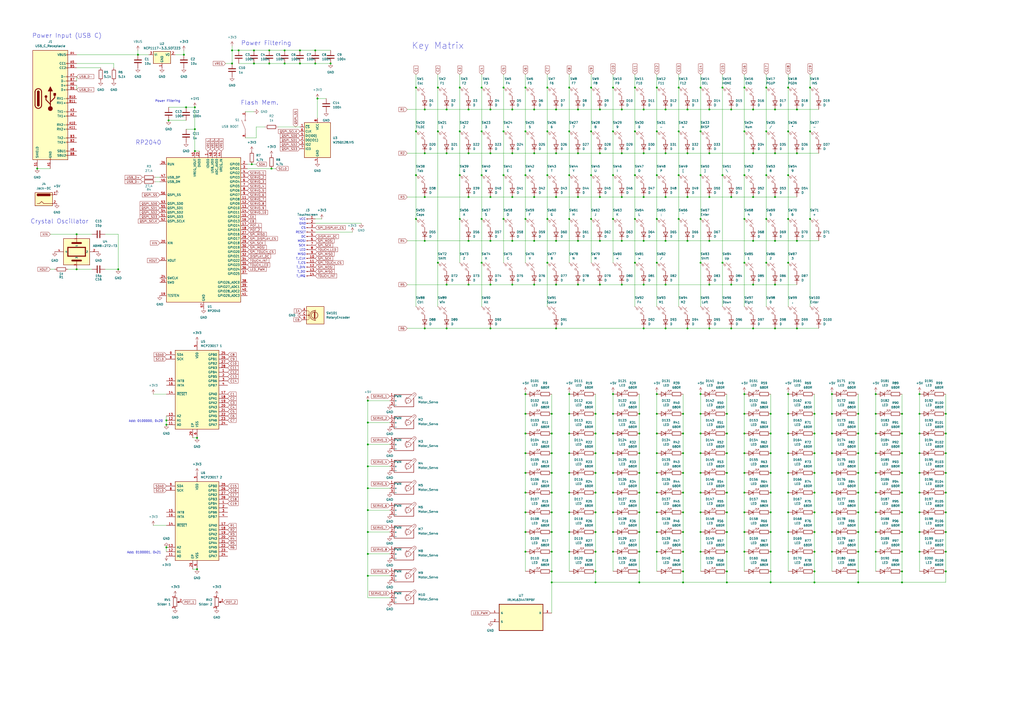
<source format=kicad_sch>
(kicad_sch (version 20250114) (generator "eeschema") (generator_version "9.0")
  (paper "A2")
  (title_block (title "Lens Board") (date "2024-11-15") (rev "1"))
  (lib_symbols
    (symbol "ABM8-272-T3:ABM8-272-T3" (pin_names (offset 1.016))
      (property "Reference" "U" (at 0 0 0))
      (property "Value" "ABM8-272-T3" (at 0 0 0))
      (symbol "ABM8-272-T3_0_0"
        (pin bidirectional line (at -12.7 0 0) (length 5.08) (name "4") (number "4"))
        (pin bidirectional line (at 0 10.16 270) (length 5.08) (name "1") (number "1"))
        (pin bidirectional line (at 0 -10.16 90) (length 5.08) (name "3") (number "3"))
        (pin bidirectional line (at 12.7 0 180) (length 5.08) (name "2") (number "2"))
      )
    )
    (symbol "Connector:Conn_01x14_Pin" (pin_names (offset 1.016) (hide yes))
      (property "Reference" "J" (at 0 17.78 0))
      (property "Value" "Conn_01x14_Pin" (at 0 -20.32 0))
      (symbol "Conn_01x14_Pin_1_1"
        (pin passive line (at 5.08 15.24 180) (length 3.81) (name "Pin_1") (number "1"))
        (pin passive line (at 5.08 12.7 180) (length 3.81) (name "Pin_2") (number "2"))
        (pin passive line (at 5.08 10.16 180) (length 3.81) (name "Pin_3") (number "3"))
        (pin passive line (at 5.08 7.62 180) (length 3.81) (name "Pin_4") (number "4"))
        (pin passive line (at 5.08 5.08 180) (length 3.81) (name "Pin_5") (number "5"))
        (pin passive line (at 5.08 2.54 180) (length 3.81) (name "Pin_6") (number "6"))
        (pin passive line (at 5.08 0 180) (length 3.81) (name "Pin_7") (number "7"))
        (pin passive line (at 5.08 -2.54 180) (length 3.81) (name "Pin_8") (number "8"))
        (pin passive line (at 5.08 -5.08 180) (length 3.81) (name "Pin_9") (number "9"))
        (pin passive line (at 5.08 -7.62 180) (length 3.81) (name "Pin_10") (number "10"))
        (pin passive line (at 5.08 -10.16 180) (length 3.81) (name "Pin_11") (number "11"))
        (pin passive line (at 5.08 -12.7 180) (length 3.81) (name "Pin_12") (number "12"))
        (pin passive line (at 5.08 -15.24 180) (length 3.81) (name "Pin_13") (number "13"))
        (pin passive line (at 5.08 -17.78 180) (length 3.81) (name "Pin_14") (number "14"))
      )
    )
    (symbol "Connector:Jack-DC" (pin_names (offset 1.016))
      (property "Reference" "J" (at 0 5.334 0))
      (property "Value" "Jack-DC" (at 0 -5.08 0))
      (symbol "Jack-DC_1_1"
        (pin passive line (at 7.62 2.54 180) (length 2.54) (name "~") (number "1"))
        (pin passive line (at 7.62 -2.54 180) (length 2.54) (name "~") (number "2"))
      )
    )
    (symbol "Connector:USB_C_Receptacle" (pin_names (offset 1.016))
      (property "Reference" "J" (at -10.16 29.21 0))
      (property "Value" "USB_C_Receptacle" (at 10.16 29.21 0))
      (symbol "USB_C_Receptacle_1_1"
        (pin passive line (at -7.62 -40.64 90) (length 5.08) (name "SHIELD") (number "S1"))
        (pin passive line (at 0 -40.64 90) (length 5.08) (name "GND") (number "A1"))
        (pin passive line (at 0 -40.64 90) (length 5.08) (hide yes) (name "GND") (number "A12"))
        (pin passive line (at 0 -40.64 90) (length 5.08) (hide yes) (name "GND") (number "B1"))
        (pin passive line (at 0 -40.64 90) (length 5.08) (hide yes) (name "GND") (number "B12"))
        (pin passive line (at 15.24 25.4 180) (length 5.08) (name "VBUS") (number "A4"))
        (pin passive line (at 15.24 25.4 180) (length 5.08) (hide yes) (name "VBUS") (number "A9"))
        (pin passive line (at 15.24 25.4 180) (length 5.08) (hide yes) (name "VBUS") (number "B4"))
        (pin passive line (at 15.24 25.4 180) (length 5.08) (hide yes) (name "VBUS") (number "B9"))
        (pin bidirectional line (at 15.24 20.32 180) (length 5.08) (name "CC1") (number "A5"))
        (pin bidirectional line (at 15.24 17.78 180) (length 5.08) (name "CC2") (number "B5"))
        (pin bidirectional line (at 15.24 12.7 180) (length 5.08) (name "D-") (number "A7"))
        (pin bidirectional line (at 15.24 10.16 180) (length 5.08) (name "D-") (number "B7"))
        (pin bidirectional line (at 15.24 7.62 180) (length 5.08) (name "D+") (number "A6"))
        (pin bidirectional line (at 15.24 5.08 180) (length 5.08) (name "D+") (number "B6"))
        (pin bidirectional line (at 15.24 0 180) (length 5.08) (name "RX1-") (number "B10"))
        (pin bidirectional line (at 15.24 -2.54 180) (length 5.08) (name "RX1+") (number "B11"))
        (pin bidirectional line (at 15.24 -7.62 180) (length 5.08) (name "TX1-") (number "A3"))
        (pin bidirectional line (at 15.24 -10.16 180) (length 5.08) (name "TX1+") (number "A2"))
        (pin bidirectional line (at 15.24 -15.24 180) (length 5.08) (name "RX2-") (number "A10"))
        (pin bidirectional line (at 15.24 -17.78 180) (length 5.08) (name "RX2+") (number "A11"))
        (pin bidirectional line (at 15.24 -22.86 180) (length 5.08) (name "TX2-") (number "B3"))
        (pin bidirectional line (at 15.24 -25.4 180) (length 5.08) (name "TX2+") (number "B2"))
        (pin bidirectional line (at 15.24 -30.48 180) (length 5.08) (name "SBU1") (number "A8"))
        (pin bidirectional line (at 15.24 -33.02 180) (length 5.08) (name "SBU2") (number "B8"))
      )
    )
    (symbol "Device:C" (pin_numbers (hide yes)) (pin_names (offset 0.254))
      (property "Reference" "C" (at 0.635 2.54 0))
      (property "Value" "C" (at 0.635 -2.54 0))
      (symbol "C_1_1"
        (pin passive line (at 0 3.81 270) (length 2.794) (name "~") (number "1"))
        (pin passive line (at 0 -3.81 90) (length 2.794) (name "~") (number "2"))
      )
    )
    (symbol "Device:D" (pin_numbers (hide yes)) (pin_names (offset 1.016) (hide yes))
      (property "Reference" "D" (at 0 2.54 0))
      (property "Value" "D" (at 0 -2.54 0))
      (symbol "D_1_1"
        (pin passive line (at -3.81 0 0) (length 2.54) (name "K") (number "1"))
        (pin passive line (at 3.81 0 180) (length 2.54) (name "A") (number "2"))
      )
    )
    (symbol "Device:LED" (pin_numbers (hide yes)) (pin_names (offset 1.016) (hide yes))
      (property "Reference" "D" (at 0 2.54 0))
      (property "Value" "LED" (at 0 -2.54 0))
      (symbol "LED_1_1"
        (pin passive line (at -3.81 0 0) (length 2.54) (name "K") (number "1"))
        (pin passive line (at 3.81 0 180) (length 2.54) (name "A") (number "2"))
      )
    )
    (symbol "Device:R" (pin_numbers (hide yes)) (pin_names (offset 0))
      (property "Reference" "R" (at 2.032 0 90))
      (property "Value" "R" (at 0 0 90))
      (symbol "R_1_1"
        (pin passive line (at 0 3.81 270) (length 1.27) (name "~") (number "1"))
        (pin passive line (at 0 -3.81 90) (length 1.27) (name "~") (number "2"))
      )
    )
    (symbol "Device:R_Potentiometer" (pin_names (offset 1.016) (hide yes))
      (property "Reference" "RV" (at -4.445 0 90))
      (property "Value" "R_Potentiometer" (at -2.54 0 90))
      (symbol "R_Potentiometer_1_1"
        (pin passive line (at 0 3.81 270) (length 1.27) (name "1") (number "1"))
        (pin passive line (at 0 -3.81 90) (length 1.27) (name "3") (number "3"))
        (pin passive line (at 3.81 0 180) (length 1.27) (name "2") (number "2"))
      )
    )
    (symbol "Device:RotaryEncoder" (pin_names (offset 0.254) (hide yes))
      (property "Reference" "SW" (at 0 6.604 0))
      (property "Value" "RotaryEncoder" (at 0 -6.604 0))
      (symbol "RotaryEncoder_1_1"
        (pin passive line (at -7.62 2.54 0) (length 2.54) (name "A") (number "A"))
        (pin passive line (at -7.62 0 0) (length 2.54) (name "C") (number "C"))
        (pin passive line (at -7.62 -2.54 0) (length 2.54) (name "B") (number "B"))
      )
    )
    (symbol "IRLML6344TRPBF:IRLML6344TRPBF" (pin_names (offset 1.016))
      (property "Reference" "U" (at -4.7032 7.4998 0))
      (property "Value" "IRLML6344TRPBF" (at -3.8929 -14.6556 0))
      (symbol "IRLML6344TRPBF_0_0"
        (pin input line (at -17.78 0 0) (length 5.08) (name "G") (number "1"))
        (pin passive line (at -17.78 -5.08 0) (length 5.08) (name "S") (number "2"))
        (pin output line (at 17.78 0 180) (length 5.08) (name "D") (number "3"))
      )
    )
    (symbol "Interface_Expansion:MCP23017_ML" (pin_names (offset 1.016))
      (property "Reference" "U" (at -11.43 24.13 0))
      (property "Value" "MCP23017_ML" (at 0 0 0))
      (symbol "MCP23017_ML_1_1"
        (pin bidirectional line (at -17.78 20.32 0) (length 5.08) (name "SDA") (number "9"))
        (pin input line (at -17.78 17.78 0) (length 5.08) (name "SCK") (number "8"))
        (pin tri_state line (at -17.78 5.08 0) (length 5.08) (name "INTB") (number "15"))
        (pin tri_state line (at -17.78 2.54 0) (length 5.08) (name "INTA") (number "16"))
        (pin input line (at -17.78 -2.54 0) (length 5.08) (name "~{RESET}") (number "14"))
        (pin input line (at -17.78 -15.24 0) (length 5.08) (name "A2") (number "13"))
        (pin input line (at -17.78 -17.78 0) (length 5.08) (name "A1") (number "12"))
        (pin input line (at -17.78 -20.32 0) (length 5.08) (name "A0") (number "11"))
        (pin no_connect line (at -12.7 15.24 0) (length 5.08) (hide yes) (name "NC") (number "7"))
        (pin no_connect line (at -12.7 12.7 0) (length 5.08) (hide yes) (name "NC") (number "10"))
        (pin passive line (at -2.54 -27.94 90) (length 5.08) (name "EP") (number "29"))
        (pin power_in line (at 0 27.94 270) (length 5.08) (name "VDD") (number "5"))
        (pin power_in line (at 0 -27.94 90) (length 5.08) (name "VSS") (number "6"))
        (pin bidirectional line (at 17.78 20.32 180) (length 5.08) (name "GPB0") (number "25"))
        (pin bidirectional line (at 17.78 17.78 180) (length 5.08) (name "GPB1") (number "26"))
        (pin bidirectional line (at 17.78 15.24 180) (length 5.08) (name "GPB2") (number "27"))
        (pin bidirectional line (at 17.78 12.7 180) (length 5.08) (name "GPB3") (number "28"))
        (pin bidirectional line (at 17.78 10.16 180) (length 5.08) (name "GPB4") (number "1"))
        (pin bidirectional line (at 17.78 7.62 180) (length 5.08) (name "GPB5") (number "2"))
        (pin bidirectional line (at 17.78 5.08 180) (length 5.08) (name "GPB6") (number "3"))
        (pin output line (at 17.78 2.54 180) (length 5.08) (name "GPB7") (number "4"))
        (pin bidirectional line (at 17.78 -2.54 180) (length 5.08) (name "GPA0") (number "17"))
        (pin bidirectional line (at 17.78 -5.08 180) (length 5.08) (name "GPA1") (number "18"))
        (pin bidirectional line (at 17.78 -7.62 180) (length 5.08) (name "GPA2") (number "19"))
        (pin bidirectional line (at 17.78 -10.16 180) (length 5.08) (name "GPA3") (number "20"))
        (pin bidirectional line (at 17.78 -12.7 180) (length 5.08) (name "GPA4") (number "21"))
        (pin bidirectional line (at 17.78 -15.24 180) (length 5.08) (name "GPA5") (number "22"))
        (pin bidirectional line (at 17.78 -17.78 180) (length 5.08) (name "GPA6") (number "23"))
        (pin output line (at 17.78 -20.32 180) (length 5.08) (name "GPA7") (number "24"))
      )
    )
    (symbol "MCU_RaspberryPi:RP2040"
      (property "Reference" "U" (at 17.78 45.72 0))
      (property "Value" "RP2040" (at 17.78 43.18 0))
      (symbol "RP2040_1_1"
        (pin input line (at -25.4 38.1 0) (length 3.81) (name "RUN") (number "26"))
        (pin bidirectional line (at -25.4 30.48 0) (length 3.81) (name "USB_DP") (number "47"))
        (pin bidirectional line (at -25.4 27.94 0) (length 3.81) (name "USB_DM") (number "46"))
        (pin bidirectional line (at -25.4 20.32 0) (length 3.81) (name "QSPI_SS") (number "56"))
        (pin bidirectional line (at -25.4 15.24 0) (length 3.81) (name "QSPI_SD0") (number "53"))
        (pin bidirectional line (at -25.4 12.7 0) (length 3.81) (name "QSPI_SD1") (number "55"))
        (pin bidirectional line (at -25.4 10.16 0) (length 3.81) (name "QSPI_SD2") (number "54"))
        (pin bidirectional line (at -25.4 7.62 0) (length 3.81) (name "QSPI_SD3") (number "51"))
        (pin output line (at -25.4 5.08 0) (length 3.81) (name "QSPI_SCLK") (number "52"))
        (pin input line (at -25.4 -7.62 0) (length 3.81) (name "XIN") (number "20"))
        (pin passive line (at -25.4 -17.78 0) (length 3.81) (name "XOUT") (number "21"))
        (pin input line (at -25.4 -27.94 0) (length 3.81) (name "SWCLK") (number "24"))
        (pin bidirectional line (at -25.4 -30.48 0) (length 3.81) (name "SWD") (number "25"))
        (pin input line (at -25.4 -38.1 0) (length 3.81) (name "TESTEN") (number "19"))
        (pin power_out line (at -5.08 45.72 270) (length 3.81) (name "VREG_VOUT") (number "45"))
        (pin power_in line (at -2.54 45.72 270) (length 3.81) (name "DVDD") (number "23"))
        (pin passive line (at -2.54 45.72 270) (length 3.81) (hide yes) (name "DVDD") (number "50"))
        (pin power_in line (at 0 -45.72 90) (length 3.81) (name "GND") (number "57"))
        (pin power_in line (at 2.54 45.72 270) (length 3.81) (name "IOVDD") (number "1"))
        (pin passive line (at 2.54 45.72 270) (length 3.81) (hide yes) (name "IOVDD") (number "10"))
        (pin passive line (at 2.54 45.72 270) (length 3.81) (hide yes) (name "IOVDD") (number "22"))
        (pin passive line (at 2.54 45.72 270) (length 3.81) (hide yes) (name "IOVDD") (number "33"))
        (pin passive line (at 2.54 45.72 270) (length 3.81) (hide yes) (name "IOVDD") (number "42"))
        (pin passive line (at 2.54 45.72 270) (length 3.81) (hide yes) (name "IOVDD") (number "49"))
        (pin power_in line (at 5.08 45.72 270) (length 3.81) (name "USB_VDD") (number "48"))
        (pin power_in line (at 7.62 45.72 270) (length 3.81) (name "ADC_AVDD") (number "43"))
        (pin power_in line (at 10.16 45.72 270) (length 3.81) (name "VREG_IN") (number "44"))
        (pin bidirectional line (at 25.4 38.1 180) (length 3.81) (name "GPIO0") (number "2"))
        (pin bidirectional line (at 25.4 35.56 180) (length 3.81) (name "GPIO1") (number "3"))
        (pin bidirectional line (at 25.4 33.02 180) (length 3.81) (name "GPIO2") (number "4"))
        (pin bidirectional line (at 25.4 30.48 180) (length 3.81) (name "GPIO3") (number "5"))
        (pin bidirectional line (at 25.4 27.94 180) (length 3.81) (name "GPIO4") (number "6"))
        (pin bidirectional line (at 25.4 25.4 180) (length 3.81) (name "GPIO5") (number "7"))
        (pin bidirectional line (at 25.4 22.86 180) (length 3.81) (name "GPIO6") (number "8"))
        (pin bidirectional line (at 25.4 20.32 180) (length 3.81) (name "GPIO7") (number "9"))
        (pin bidirectional line (at 25.4 17.78 180) (length 3.81) (name "GPIO8") (number "11"))
        (pin bidirectional line (at 25.4 15.24 180) (length 3.81) (name "GPIO9") (number "12"))
        (pin bidirectional line (at 25.4 12.7 180) (length 3.81) (name "GPIO10") (number "13"))
        (pin bidirectional line (at 25.4 10.16 180) (length 3.81) (name "GPIO11") (number "14"))
        (pin bidirectional line (at 25.4 7.62 180) (length 3.81) (name "GPIO12") (number "15"))
        (pin bidirectional line (at 25.4 5.08 180) (length 3.81) (name "GPIO13") (number "16"))
        (pin bidirectional line (at 25.4 2.54 180) (length 3.81) (name "GPIO14") (number "17"))
        (pin bidirectional line (at 25.4 0 180) (length 3.81) (name "GPIO15") (number "18"))
        (pin bidirectional line (at 25.4 -2.54 180) (length 3.81) (name "GPIO16") (number "27"))
        (pin bidirectional line (at 25.4 -5.08 180) (length 3.81) (name "GPIO17") (number "28"))
        (pin bidirectional line (at 25.4 -7.62 180) (length 3.81) (name "GPIO18") (number "29"))
        (pin bidirectional line (at 25.4 -10.16 180) (length 3.81) (name "GPIO19") (number "30"))
        (pin bidirectional line (at 25.4 -12.7 180) (length 3.81) (name "GPIO20") (number "31"))
        (pin bidirectional line (at 25.4 -15.24 180) (length 3.81) (name "GPIO21") (number "32"))
        (pin bidirectional line (at 25.4 -17.78 180) (length 3.81) (name "GPIO22") (number "34"))
        (pin bidirectional line (at 25.4 -20.32 180) (length 3.81) (name "GPIO23") (number "35"))
        (pin bidirectional line (at 25.4 -22.86 180) (length 3.81) (name "GPIO24") (number "36"))
        (pin bidirectional line (at 25.4 -25.4 180) (length 3.81) (name "GPIO25") (number "37"))
        (pin bidirectional line (at 25.4 -30.48 180) (length 3.81) (name "GPIO26_ADC0") (number "38"))
        (pin bidirectional line (at 25.4 -33.02 180) (length 3.81) (name "GPIO27_ADC1") (number "39"))
        (pin bidirectional line (at 25.4 -35.56 180) (length 3.81) (name "GPIO28_ADC2") (number "40"))
        (pin bidirectional line (at 25.4 -38.1 180) (length 3.81) (name "GPIO29_ADC3") (number "41"))
      )
    )
    (symbol "Memory_Flash:W25Q128JVS"
      (property "Reference" "U" (at -8.89 8.89 0))
      (property "Value" "W25Q128JVS" (at 7.62 8.89 0))
      (symbol "W25Q128JVS_1_1"
        (pin input line (at -10.16 7.62 0) (length 2.54) (name "~{CS}") (number "1"))
        (pin input line (at -10.16 5.08 0) (length 2.54) (name "CLK") (number "6"))
        (pin bidirectional line (at -10.16 2.54 0) (length 2.54) (name "DI(IO0)") (number "5"))
        (pin bidirectional line (at -10.16 0 0) (length 2.54) (name "DO(IO1)") (number "2"))
        (pin bidirectional line (at -10.16 -2.54 0) (length 2.54) (name "IO2") (number "3"))
        (pin bidirectional line (at -10.16 -5.08 0) (length 2.54) (name "IO3") (number "7"))
        (pin power_in line (at 0 12.7 270) (length 2.54) (name "VCC") (number "8"))
        (pin power_in line (at 0 -12.7 90) (length 2.54) (name "GND") (number "4"))
      )
    )
    (symbol "Motor:Motor_Servo" (pin_names (offset 0.0254))
      (property "Reference" "M" (at -5.08 4.445 0))
      (property "Value" "Motor_Servo" (at -5.08 -4.064 0))
      (symbol "Motor_Servo_1_1"
        (pin passive line (at -7.62 2.54 0) (length 2.54) (name "PWM") (number "1"))
        (pin passive line (at -7.62 0 0) (length 2.54) (name "+") (number "2"))
        (pin passive line (at -7.62 -2.54 0) (length 2.54) (name "-") (number "3"))
      )
    )
    (symbol "Regulator_Linear:NCP1117-3.3_SOT223"
      (property "Reference" "U" (at -3.81 3.175 0))
      (property "Value" "NCP1117-3.3_SOT223" (at 0 3.175 0))
      (symbol "NCP1117-3.3_SOT223_1_1"
        (pin power_in line (at -7.62 0 0) (length 2.54) (name "VI") (number "3"))
        (pin power_in line (at 0 -7.62 90) (length 2.54) (name "GND") (number "1"))
        (pin power_out line (at 7.62 0 180) (length 2.54) (name "VO") (number "2"))
      )
    )
    (symbol "Switch:SW_Push_45deg" (pin_numbers (hide yes)) (pin_names (offset 1.016) (hide yes))
      (property "Reference" "SW" (at 3.048 1.016 0))
      (property "Value" "SW_Push_45deg" (at 0 -3.81 0))
      (symbol "SW_Push_45deg_0_1"
        (pin passive line (at -2.54 2.54 0) (length 0) (name "1") (number "1"))
        (pin passive line (at 2.54 -2.54 180) (length 0) (name "2") (number "2"))
      )
    )
    (symbol "TS-1187A-B-A-B:TS-1187A-B-A-B" (pin_names (offset 1.016))
      (property "Reference" "S" (at -2.54 2.54 0))
      (property "Value" "TS-1187A-B-A-B" (at -2.54 -2.54 0))
      (symbol "TS-1187A-B-A-B_0_0"
        (pin passive line (at -7.62 0 0) (length 2.54) (name "~") (number "A"))
        (pin passive line (at -7.62 0 0) (length 2.54) (name "~") (number "B"))
        (pin passive line (at 7.62 0 180) (length 2.54) (name "~") (number "C"))
        (pin passive line (at 7.62 0 180) (length 2.54) (name "~") (number "D"))
      )
    )
    (symbol "power:+1V1" (power) (pin_numbers (hide yes)) (pin_names (offset 0) (hide yes))
      (property "Value" "+1V1" (at 0 3.556 0))
      (symbol "+1V1_1_1"
        (pin power_in line (at 0 0 90) (length 0) (name "~") (number "1"))
      )
    )
    (symbol "power:+3V3" (power) (pin_numbers (hide yes)) (pin_names (offset 0) (hide yes))
      (property "Value" "+3V3" (at 0 3.556 0))
      (symbol "+3V3_1_1"
        (pin power_in line (at 0 0 90) (length 0) (name "~") (number "1"))
      )
    )
    (symbol "power:+5V" (power) (pin_numbers (hide yes)) (pin_names (offset 0) (hide yes))
      (property "Value" "+5V" (at 0 3.556 0))
      (symbol "+5V_1_1"
        (pin power_in line (at 0 0 90) (length 0) (name "~") (number "1"))
      )
    )
    (symbol "power:GND" (power) (pin_numbers (hide yes)) (pin_names (offset 0) (hide yes))
      (property "Value" "GND" (at 0 -3.81 0))
      (symbol "GND_1_1"
        (pin power_in line (at 0 0 270) (length 0) (name "~") (number "1"))
      )
    )
    (symbol "power:VBUS" (power) (pin_numbers (hide yes)) (pin_names (offset 0) (hide yes))
      (property "Value" "VBUS" (at 0 3.556 0))
      (symbol "VBUS_1_1"
        (pin power_in line (at 0 0 90) (length 0) (name "~") (number "1"))
      )
    )
  )
  (text "Power Filtering" (at 97.282 58.674 0) (effects (font (size 1.27 1.27))))
  (text "GND\n" (at 175.514 129.794 0) (effects (font (size 1.27 1.27))))
  (text "T_CS" (at 175.006 152.654 0) (effects (font (size 1.27 1.27))))
  (text "DC" (at 176.022 137.414 0) (effects (font (size 1.27 1.27))))
  (text "MISO" (at 175.006 147.574 0) (effects (font (size 1.27 1.27))))
  (text "Crystal Oscillator" (at 34.544 128.524 0) (effects (font (size 2.54 2.54))))
  (text "RP2040" (at 86.106 82.804 0) (effects (font (size 2.54 2.54))))
  (text "Flash Mem." (at 150.622 59.69 0) (effects (font (size 2.54 2.54))))
  (text "LED" (at 175.514 145.034 0) (effects (font (size 1.27 1.27))))
  (text "T_CLK" (at 174.498 150.114 0) (effects (font (size 1.27 1.27))))
  (text "VCC" (at 175.514 127.254 0) (effects (font (size 1.27 1.27))))
  (text "MOSI" (at 175.006 139.954 0) (effects (font (size 1.27 1.27))))
  (text "RESET" (at 174.498 134.874 0) (effects (font (size 1.27 1.27))))
  (text "Add: 0100001, 0x21" (at 83.566 320.548 0) (effects (font (size 1.27 1.27))))
  (text "CS\n" (at 176.022 132.334 0) (effects (font (size 1.27 1.27))))
  (text "SCK" (at 175.26 142.494 0) (effects (font (size 1.27 1.27))))
  (text "Key Matrix\n" (at 254 26.67 0) (effects (font (size 3.81 3.81))))
  (text "Add: 0100000, 0x20" (at 84.582 244.348 0) (effects (font (size 1.27 1.27))))
  (text "T_DIN" (at 174.498 155.194 0) (effects (font (size 1.27 1.27))))
  (text "T_IRQ" (at 174.498 160.274 0) (effects (font (size 1.27 1.27))))
  (text "T_DO" (at 174.752 157.734 0) (effects (font (size 1.27 1.27))))
  (text "Power Input (USB C)" (at 38.862 20.828 0) (effects (font (size 2.54 2.54))))
  (text "Power Filtering\n" (at 154.432 25.146 0) (effects (font (size 2.54 2.54))))
  (junction (at 335.28 63.5))
  (junction (at 370.84 240.03))
  (junction (at 406.4 274.32))
  (junction (at 431.8 274.32))
  (junction (at 396.24 320.04))
  (junction (at 421.64 262.89))
  (junction (at 381 274.32))
  (junction (at 370.84 337.82))
  (junction (at 436.88 139.7))
  (junction (at 284.48 139.7))
  (junction (at 421.64 240.03))
  (junction (at 213.36 321.31))
  (junction (at 398.78 63.5))
  (junction (at 292.1 76.2))
  (junction (at 444.5 76.2))
  (junction (at 246.38 63.5))
  (junction (at 309.88 139.7))
  (junction (at 393.7 127))
  (junction (at 472.44 285.75))
  (junction (at 449.58 63.5))
  (junction (at 436.88 114.3))
  (junction (at 457.2 240.03))
  (junction (at 320.04 297.18))
  (junction (at 419.1 50.8))
  (junction (at 146.05 95.25))
  (junction (at 381 308.61))
  (junction (at 373.38 63.5))
  (junction (at 411.48 88.9))
  (junction (at 370.84 331.47))
  (junction (at 419.1 152.4))
  (junction (at 386.08 165.1))
  (junction (at 533.4 262.89))
  (junction (at 320.04 320.04))
  (junction (at 368.3 101.6))
  (junction (at 309.88 88.9))
  (junction (at 406.4 76.2))
  (junction (at 447.04 274.32))
  (junction (at 421.64 274.32))
  (junction (at 355.6 76.2))
  (junction (at 322.58 114.3))
  (junction (at 431.8 262.89))
  (junction (at 548.64 308.61))
  (junction (at 254 76.2))
  (junction (at 431.8 50.8))
  (junction (at 444.5 101.6))
  (junction (at 457.2 228.6))
  (junction (at 213.36 245.11))
  (junction (at 472.44 251.46))
  (junction (at 114.3 330.2))
  (junction (at 411.48 165.1))
  (junction (at 347.98 165.1))
  (junction (at 360.68 139.7))
  (junction (at 548.64 285.75))
  (junction (at 497.84 262.89))
  (junction (at 411.48 114.3))
  (junction (at 368.3 152.4))
  (junction (at 345.44 262.89))
  (junction (at 533.4 297.18))
  (junction (at 472.44 274.32))
  (junction (at 304.8 101.6))
  (junction (at 497.84 337.82))
  (junction (at 320.04 251.46))
  (junction (at 279.4 101.6))
  (junction (at 533.4 240.03))
  (junction (at 304.8 308.61))
  (junction (at 320.04 240.03))
  (junction (at 449.58 88.9))
  (junction (at 106.68 31.75))
  (junction (at 370.84 251.46))
  (junction (at 523.24 337.82))
  (junction (at 431.8 320.04))
  (junction (at 431.8 76.2))
  (junction (at 497.84 308.61))
  (junction (at 469.9 76.2))
  (junction (at 370.84 274.32))
  (junction (at 360.68 114.3))
  (junction (at 330.2 228.6))
  (junction (at 431.8 127))
  (junction (at 421.64 251.46))
  (junction (at 182.88 29.21))
  (junction (at 254 152.4))
  (junction (at 355.6 320.04))
  (junction (at 355.6 297.18))
  (junction (at 447.04 285.75))
  (junction (at 457.2 262.89))
  (junction (at 335.28 114.3))
  (junction (at 396.24 262.89))
  (junction (at 213.36 270.51))
  (junction (at 370.84 297.18))
  (junction (at 482.6 274.32))
  (junction (at 317.5 101.6))
  (junction (at 449.58 139.7))
  (junction (at 386.08 63.5))
  (junction (at 347.98 114.3))
  (junction (at 147.32 36.83))
  (junction (at 330.2 240.03))
  (junction (at 497.84 297.18))
  (junction (at 360.68 88.9))
  (junction (at 447.04 240.03))
  (junction (at 345.44 308.61))
  (junction (at 304.8 251.46))
  (junction (at 497.84 331.47))
  (junction (at 157.48 97.79))
  (junction (at 97.79 69.85))
  (junction (at 381 285.75))
  (junction (at 373.38 139.7))
  (junction (at 508 240.03))
  (junction (at 533.4 285.75))
  (junction (at 449.58 165.1))
  (junction (at 482.6 297.18))
  (junction (at 472.44 297.18))
  (junction (at 406.4 285.75))
  (junction (at 469.9 50.8))
  (junction (at 330.2 251.46))
  (junction (at 355.6 262.89))
  (junction (at 266.7 50.8))
  (junction (at 368.3 127))
  (junction (at 447.04 262.89))
  (junction (at 345.44 251.46))
  (junction (at 107.95 62.23))
  (junction (at 508 228.6))
  (junction (at 447.04 320.04))
  (junction (at 548.64 262.89))
  (junction (at 173.99 29.21))
  (junction (at 259.08 63.5))
  (junction (at 497.84 251.46))
  (junction (at 156.21 29.21))
  (junction (at 44.45 135.89))
  (junction (at 330.2 320.04))
  (junction (at 482.6 251.46))
  (junction (at 292.1 127))
  (junction (at 156.21 36.83))
  (junction (at 68.58 156.21))
  (junction (at 523.24 308.61))
  (junction (at 271.78 165.1))
  (junction (at 345.44 240.03))
  (junction (at 523.24 240.03))
  (junction (at 421.64 320.04))
  (junction (at 304.8 297.18))
  (junction (at 393.7 101.6))
  (junction (at 508 297.18))
  (junction (at 373.38 88.9))
  (junction (at 457.2 308.61))
  (junction (at 444.5 50.8))
  (junction (at 355.6 251.46))
  (junction (at 355.6 240.03))
  (junction (at 320.04 337.82))
  (junction (at 396.24 331.47))
  (junction (at 113.03 62.23))
  (junction (at 424.18 165.1))
  (junction (at 381 101.6))
  (junction (at 411.48 139.7))
  (junction (at 469.9 127))
  (junction (at 406.4 228.6))
  (junction (at 345.44 285.75))
  (junction (at 431.8 285.75))
  (junction (at 508 285.75))
  (junction (at 393.7 50.8))
  (junction (at 317.5 127))
  (junction (at 406.4 297.18))
  (junction (at 421.64 308.61))
  (junction (at 472.44 240.03))
  (junction (at 360.68 63.5))
  (junction (at 284.48 190.5))
  (junction (at 447.04 297.18))
  (junction (at 406.4 240.03))
  (junction (at 431.8 101.6))
  (junction (at 406.4 251.46))
  (junction (at 462.28 139.7))
  (junction (at 246.38 114.3))
  (junction (at 462.28 88.9))
  (junction (at 213.36 232.41))
  (junction (at 444.5 127))
  (junction (at 284.48 63.5))
  (junction (at 421.64 285.75))
  (junction (at 284.48 165.1))
  (junction (at 355.6 50.8))
  (junction (at 317.5 76.2))
  (junction (at 457.2 251.46))
  (junction (at 386.08 114.3))
  (junction (at 462.28 190.5))
  (junction (at 381 152.4))
  (junction (at 419.1 101.6))
  (junction (at 508 274.32))
  (junction (at 396.24 285.75))
  (junction (at 436.88 88.9))
  (junction (at 398.78 139.7))
  (junction (at 436.88 63.5))
  (junction (at 457.2 76.2))
  (junction (at 406.4 50.8))
  (junction (at 368.3 50.8))
  (junction (at 297.18 114.3))
  (junction (at 482.6 262.89))
  (junction (at 355.6 285.75))
  (junction (at 482.6 320.04))
  (junction (at 317.5 50.8))
  (junction (at 406.4 101.6))
  (junction (at 241.3 76.2))
  (junction (at 548.64 240.03))
  (junction (at 113.03 87.63))
  (junction (at 241.3 101.6))
  (junction (at 548.64 251.46))
  (junction (at 548.64 274.32))
  (junction (at 345.44 274.32))
  (junction (at 213.36 295.91))
  (junction (at 330.2 50.8))
  (junction (at 381 262.89))
  (junction (at 533.4 251.46))
  (junction (at 472.44 320.04))
  (junction (at 424.18 63.5))
  (junction (at 444.5 152.4))
  (junction (at 304.8 76.2))
  (junction (at 254 50.8))
  (junction (at 259.08 88.9))
  (junction (at 330.2 262.89))
  (junction (at 271.78 88.9))
  (junction (at 360.68 165.1))
  (junction (at 373.38 190.5))
  (junction (at 96.52 243.84))
  (junction (at 246.38 139.7))
  (junction (at 396.24 337.82))
  (junction (at 342.9 101.6))
  (junction (at 431.8 228.6))
  (junction (at 548.64 297.18))
  (junction (at 335.28 88.9))
  (junction (at 457.2 285.75))
  (junction (at 355.6 101.6))
  (junction (at 320.04 285.75))
  (junction (at 396.24 274.32))
  (junction (at 497.84 274.32))
  (junction (at 271.78 114.3))
  (junction (at 246.38 88.9))
  (junction (at 304.8 240.03))
  (junction (at 320.04 331.47))
  (junction (at 548.64 331.47))
  (junction (at 304.8 262.89))
  (junction (at 436.88 190.5))
  (junction (at 457.2 274.32))
  (junction (at 482.6 228.6))
  (junction (at 147.32 29.21))
  (junction (at 271.78 63.5))
  (junction (at 304.8 127))
  (junction (at 355.6 274.32))
  (junction (at 330.2 297.18))
  (junction (at 259.08 190.5))
  (junction (at 523.24 274.32))
  (junction (at 406.4 308.61))
  (junction (at 472.44 337.82))
  (junction (at 304.8 50.8))
  (junction (at 396.24 308.61))
  (junction (at 411.48 190.5))
  (junction (at 457.2 297.18))
  (junction (at 457.2 50.8))
  (junction (at 370.84 285.75))
  (junction (at 322.58 165.1))
  (junction (at 347.98 139.7))
  (junction (at 368.3 76.2))
  (junction (at 292.1 101.6))
  (junction (at 322.58 190.5))
  (junction (at 462.28 63.5))
  (junction (at 533.4 228.6))
  (junction (at 96.52 246.38))
  (junction (at 322.58 63.5))
  (junction (at 457.2 127))
  (junction (at 398.78 114.3))
  (junction (at 347.98 63.5))
  (junction (at 381 76.2))
  (junction (at 406.4 320.04))
  (junction (at 284.48 88.9))
  (junction (at 406.4 262.89))
  (junction (at 386.08 88.9))
  (junction (at 279.4 127))
  (junction (at 523.24 297.18))
  (junction (at 406.4 127))
  (junction (at 533.4 320.04))
  (junction (at 330.2 127))
  (junction (at 271.78 139.7))
  (junction (at 165.1 36.83))
  (junction (at 508 308.61))
  (junction (at 523.24 251.46))
  (junction (at 322.58 139.7))
  (junction (at 114.3 254))
  (junction (at 309.88 114.3))
  (junction (at 297.18 63.5))
  (junction (at 523.24 285.75))
  (junction (at 370.84 308.61))
  (junction (at 386.08 139.7))
  (junction (at 304.8 274.32))
  (junction (at 431.8 297.18))
  (junction (at 508 251.46))
  (junction (at 266.7 76.2))
  (junction (at 381 127))
  (junction (at 182.88 36.83))
  (junction (at 330.2 274.32))
  (junction (at 381 320.04))
  (junction (at 421.64 297.18))
  (junction (at 297.18 165.1))
  (junction (at 381 240.03))
  (junction (at 317.5 152.4))
  (junction (at 266.7 101.6))
  (junction (at 279.4 152.4))
  (junction (at 421.64 337.82))
  (junction (at 533.4 308.61))
  (junction (at 134.62 29.21))
  (junction (at 523.24 331.47))
  (junction (at 431.8 152.4))
  (junction (at 398.78 190.5))
  (junction (at 304.8 285.75))
  (junction (at 386.08 190.5))
  (junction (at 342.9 76.2))
  (junction (at 322.58 88.9))
  (junction (at 447.04 331.47))
  (junction (at 335.28 165.1))
  (junction (at 508 320.04))
  (junction (at 304.8 228.6))
  (junction (at 259.08 165.1))
  (junction (at 457.2 152.4))
  (junction (at 345.44 337.82))
  (junction (at 355.6 127))
  (junction (at 184.15 57.15))
  (junction (at 523.24 262.89))
  (junction (at 320.04 308.61))
  (junction (at 213.36 257.81))
  (junction (at 266.7 127))
  (junction (at 309.88 165.1))
  (junction (at 396.24 240.03))
  (junction (at 482.6 308.61))
  (junction (at 320.04 262.89))
  (junction (at 335.28 139.7))
  (junction (at 421.64 331.47))
  (junction (at 342.9 127))
  (junction (at 347.98 88.9))
  (junction (at 424.18 190.5))
  (junction (at 330.2 101.6))
  (junction (at 330.2 76.2))
  (junction (at 396.24 251.46))
  (junction (at 373.38 165.1))
  (junction (at 533.4 274.32))
  (junction (at 431.8 240.03))
  (junction (at 304.8 320.04))
  (junction (at 279.4 50.8))
  (junction (at 44.45 156.21))
  (junction (at 191.77 36.83))
  (junction (at 482.6 240.03))
  (junction (at 447.04 308.61))
  (junction (at 284.48 114.3))
  (junction (at 523.24 320.04))
  (junction (at 246.38 190.5))
  (junction (at 165.1 29.21))
  (junction (at 431.8 308.61))
  (junction (at 482.6 285.75))
  (junction (at 345.44 320.04))
  (junction (at 80.01 31.75))
  (junction (at 472.44 308.61))
  (junction (at 449.58 114.3))
  (junction (at 472.44 262.89))
  (junction (at 447.04 251.46))
  (junction (at 355.6 228.6))
  (junction (at 297.18 139.7))
  (junction (at 457.2 101.6))
  (junction (at 449.58 190.5))
  (junction (at 320.04 274.32))
  (junction (at 113.03 74.93))
  (junction (at 345.44 331.47))
  (junction (at 508 262.89))
  (junction (at 213.36 283.21))
  (junction (at 398.78 88.9))
  (junction (at 21.59 97.79))
  (junction (at 393.7 76.2))
  (junction (at 213.36 308.61))
  (junction (at 96.52 317.5))
  (junction (at 406.4 152.4))
  (junction (at 330.2 308.61))
  (junction (at 330.2 285.75))
  (junction (at 370.84 262.89))
  (junction (at 241.3 50.8))
  (junction (at 134.62 36.83))
  (junction (at 279.4 76.2))
  (junction (at 345.44 297.18))
  (junction (at 472.44 331.47))
  (junction (at 396.24 297.18))
  (junction (at 241.3 127))
  (junction (at 497.84 240.03))
  (junction (at 370.84 320.04))
  (junction (at 381 251.46))
  (junction (at 213.36 334.01))
  (junction (at 292.1 50.8))
  (junction (at 342.9 50.8))
  (junction (at 381 50.8))
  (junction (at 138.43 29.21))
  (junction (at 548.64 320.04))
  (junction (at 436.88 165.1))
  (junction (at 309.88 63.5))
  (junction (at 424.18 114.3))
  (junction (at 497.84 320.04))
  (junction (at 297.18 88.9))
  (junction (at 411.48 63.5))
  (junction (at 355.6 308.61))
  (junction (at 447.04 337.82))
  (junction (at 431.8 251.46))
  (junction (at 373.38 114.3))
  (junction (at 173.99 36.83))
  (junction (at 381 297.18))
  (junction (at 497.84 285.75))
  (junction (at 457.2 320.04))
  (junction (at 381 228.6))
  (wire (pts (xy 44.45 49.53) (xy 44.45 52.07)))
  (wire (pts (xy 436.88 114.3) (xy 449.58 114.3)))
  (wire (pts (xy 508 251.46) (xy 508 262.89)))
  (wire (pts (xy 134.62 29.21) (xy 134.62 36.83)))
  (wire (pts (xy 134.62 26.67) (xy 134.62 29.21)))
  (wire (pts (xy 370.84 285.75) (xy 370.84 297.18)))
  (wire (pts (xy 355.6 274.32) (xy 355.6 285.75)))
  (wire (pts (xy 472.44 331.47) (xy 472.44 337.82)))
  (wire (pts (xy 236.22 88.9) (xy 246.38 88.9)))
  (wire (pts (xy 381 240.03) (xy 381 251.46)))
  (wire (pts (xy 226.06 295.91) (xy 213.36 295.91)))
  (wire (pts (xy 421.64 262.89) (xy 421.64 274.32)))
  (wire (pts (xy 213.36 334.01) (xy 213.36 321.31)))
  (wire (pts (xy 146.05 95.25) (xy 148.59 95.25)))
  (wire (pts (xy 184.15 57.15) (xy 189.23 57.15)))
  (wire (pts (xy 156.21 36.83) (xy 165.1 36.83)))
  (wire (pts (xy 320.04 228.6) (xy 320.04 240.03)))
  (wire (pts (xy 368.3 50.8) (xy 368.3 76.2)))
  (wire (pts (xy 226.06 308.61) (xy 213.36 308.61)))
  (wire (pts (xy 279.4 50.8) (xy 279.4 76.2)))
  (wire (pts (xy 447.04 251.46) (xy 447.04 262.89)))
  (wire (pts (xy 457.2 228.6) (xy 457.2 240.03)))
  (wire (pts (xy 355.6 50.8) (xy 355.6 76.2)))
  (wire (pts (xy 457.2 127) (xy 457.2 152.4)))
  (wire (pts (xy 457.2 240.03) (xy 457.2 251.46)))
  (wire (pts (xy 548.64 274.32) (xy 548.64 285.75)))
  (wire (pts (xy 373.38 165.1) (xy 386.08 165.1)))
  (wire (pts (xy 39.37 156.21) (xy 44.45 156.21)))
  (wire (pts (xy 396.24 331.47) (xy 396.24 337.82)))
  (wire (pts (xy 533.4 262.89) (xy 533.4 274.32)))
  (wire (pts (xy 345.44 240.03) (xy 345.44 251.46)))
  (wire (pts (xy 330.2 76.2) (xy 330.2 101.6)))
  (wire (pts (xy 182.88 29.21) (xy 191.77 29.21)))
  (wire (pts (xy 373.38 139.7) (xy 386.08 139.7)))
  (wire (pts (xy 96.52 243.84) (xy 96.52 246.38)))
  (wire (pts (xy 292.1 43.18) (xy 292.1 50.8)))
  (wire (pts (xy 497.84 285.75) (xy 497.84 297.18)))
  (wire (pts (xy 457.2 227.33) (xy 457.2 228.6)))
  (wire (pts (xy 97.79 62.23) (xy 107.95 62.23)))
  (wire (pts (xy 482.6 320.04) (xy 482.6 331.47)))
  (wire (pts (xy 431.8 251.46) (xy 431.8 262.89)))
  (wire (pts (xy 482.6 251.46) (xy 482.6 262.89)))
  (wire (pts (xy 472.44 251.46) (xy 472.44 262.89)))
  (wire (pts (xy 320.04 274.32) (xy 320.04 285.75)))
  (wire (pts (xy 44.45 135.89) (xy 53.34 135.89)))
  (wire (pts (xy 421.64 251.46) (xy 421.64 262.89)))
  (wire (pts (xy 421.64 297.18) (xy 421.64 308.61)))
  (wire (pts (xy 406.4 127) (xy 406.4 152.4)))
  (wire (pts (xy 330.2 251.46) (xy 330.2 262.89)))
  (wire (pts (xy 96.52 317.5) (xy 96.52 320.04)))
  (wire (pts (xy 213.36 257.81) (xy 213.36 270.51)))
  (wire (pts (xy 436.88 139.7) (xy 449.58 139.7)))
  (wire (pts (xy 411.48 190.5) (xy 424.18 190.5)))
  (wire (pts (xy 393.7 101.6) (xy 393.7 127)))
  (wire (pts (xy 472.44 262.89) (xy 472.44 274.32)))
  (wire (pts (xy 317.5 43.18) (xy 317.5 50.8)))
  (wire (pts (xy 347.98 114.3) (xy 360.68 114.3)))
  (wire (pts (xy 29.21 135.89) (xy 44.45 135.89)))
  (wire (pts (xy 320.04 240.03) (xy 320.04 251.46)))
  (wire (pts (xy 320.04 262.89) (xy 320.04 274.32)))
  (wire (pts (xy 345.44 297.18) (xy 345.44 308.61)))
  (wire (pts (xy 317.5 50.8) (xy 317.5 76.2)))
  (wire (pts (xy 342.9 50.8) (xy 342.9 76.2)))
  (wire (pts (xy 213.36 245.11) (xy 226.06 245.11)))
  (wire (pts (xy 241.3 43.18) (xy 241.3 50.8)))
  (wire (pts (xy 469.9 50.8) (xy 469.9 76.2)))
  (wire (pts (xy 421.64 240.03) (xy 421.64 251.46)))
  (wire (pts (xy 421.64 274.32) (xy 421.64 285.75)))
  (wire (pts (xy 548.64 308.61) (xy 548.64 320.04)))
  (wire (pts (xy 182.88 129.54) (xy 209.55 129.54)))
  (wire (pts (xy 246.38 190.5) (xy 259.08 190.5)))
  (wire (pts (xy 271.78 114.3) (xy 284.48 114.3)))
  (wire (pts (xy 236.22 139.7) (xy 246.38 139.7)))
  (wire (pts (xy 381 297.18) (xy 381 308.61)))
  (wire (pts (xy 548.64 240.03) (xy 548.64 251.46)))
  (wire (pts (xy 113.03 74.93) (xy 113.03 62.23)))
  (wire (pts (xy 322.58 165.1) (xy 335.28 165.1)))
  (wire (pts (xy 304.8 76.2) (xy 304.8 101.6)))
  (wire (pts (xy 345.44 337.82) (xy 320.04 337.82)))
  (wire (pts (xy 292.1 127) (xy 292.1 152.4)))
  (wire (pts (xy 472.44 274.32) (xy 472.44 285.75)))
  (wire (pts (xy 292.1 50.8) (xy 292.1 76.2)))
  (wire (pts (xy 457.2 297.18) (xy 457.2 308.61)))
  (wire (pts (xy 472.44 285.75) (xy 472.44 297.18)))
  (wire (pts (xy 254 76.2) (xy 254 152.4)))
  (wire (pts (xy 482.6 274.32) (xy 482.6 285.75)))
  (wire (pts (xy 297.18 114.3) (xy 309.88 114.3)))
  (wire (pts (xy 472.44 320.04) (xy 472.44 331.47)))
  (wire (pts (xy 236.22 114.3) (xy 246.38 114.3)))
  (wire (pts (xy 370.84 331.47) (xy 370.84 337.82)))
  (wire (pts (xy 444.5 50.8) (xy 444.5 76.2)))
  (wire (pts (xy 284.48 139.7) (xy 297.18 139.7)))
  (wire (pts (xy 304.8 240.03) (xy 304.8 251.46)))
  (wire (pts (xy 355.6 308.61) (xy 355.6 320.04)))
  (wire (pts (xy 284.48 190.5) (xy 322.58 190.5)))
  (wire (pts (xy 330.2 228.6) (xy 330.2 240.03)))
  (wire (pts (xy 44.45 44.45) (xy 44.45 46.99)))
  (wire (pts (xy 213.36 270.51) (xy 226.06 270.51)))
  (wire (pts (xy 241.3 76.2) (xy 241.3 101.6)))
  (wire (pts (xy 406.4 285.75) (xy 406.4 297.18)))
  (wire (pts (xy 482.6 228.6) (xy 482.6 240.03)))
  (wire (pts (xy 370.84 274.32) (xy 370.84 285.75)))
  (wire (pts (xy 508 228.6) (xy 508 240.03)))
  (wire (pts (xy 292.1 76.2) (xy 292.1 101.6)))
  (wire (pts (xy 266.7 50.8) (xy 266.7 76.2)))
  (wire (pts (xy 113.03 87.63) (xy 115.57 87.63)))
  (wire (pts (xy 523.24 240.03) (xy 523.24 251.46)))
  (wire (pts (xy 431.8 240.03) (xy 431.8 251.46)))
  (wire (pts (xy 147.32 29.21) (xy 156.21 29.21)))
  (wire (pts (xy 447.04 331.47) (xy 447.04 337.82)))
  (wire (pts (xy 373.38 88.9) (xy 386.08 88.9)))
  (wire (pts (xy 88.9 304.8) (xy 96.52 304.8)))
  (wire (pts (xy 80.01 29.21) (xy 80.01 31.75)))
  (wire (pts (xy 447.04 320.04) (xy 447.04 331.47)))
  (wire (pts (xy 368.3 76.2) (xy 368.3 101.6)))
  (wire (pts (xy 44.45 156.21) (xy 53.34 156.21)))
  (wire (pts (xy 68.58 156.21) (xy 60.96 156.21)))
  (wire (pts (xy 421.64 228.6) (xy 421.64 240.03)))
  (wire (pts (xy 90.17 105.41) (xy 92.71 105.41)))
  (wire (pts (xy 393.7 43.18) (xy 393.7 50.8)))
  (wire (pts (xy 304.8 274.32) (xy 304.8 285.75)))
  (wire (pts (xy 266.7 101.6) (xy 266.7 127)))
  (wire (pts (xy 482.6 297.18) (xy 482.6 308.61)))
  (wire (pts (xy 184.15 57.15) (xy 184.15 68.58)))
  (wire (pts (xy 246.38 139.7) (xy 271.78 139.7)))
  (wire (pts (xy 347.98 139.7) (xy 360.68 139.7)))
  (wire (pts (xy 320.04 337.82) (xy 320.04 355.6)))
  (wire (pts (xy 330.2 285.75) (xy 330.2 297.18)))
  (wire (pts (xy 457.2 308.61) (xy 457.2 320.04)))
  (wire (pts (xy 381 320.04) (xy 381 331.47)))
  (wire (pts (xy 213.36 321.31) (xy 213.36 308.61)))
  (wire (pts (xy 393.7 50.8) (xy 393.7 76.2)))
  (wire (pts (xy 396.24 337.82) (xy 370.84 337.82)))
  (wire (pts (xy 279.4 43.18) (xy 279.4 50.8)))
  (wire (pts (xy 424.18 114.3) (xy 436.88 114.3)))
  (wire (pts (xy 398.78 88.9) (xy 411.48 88.9)))
  (wire (pts (xy 297.18 139.7) (xy 309.88 139.7)))
  (wire (pts (xy 246.38 63.5) (xy 259.08 63.5)))
  (wire (pts (xy 292.1 101.6) (xy 292.1 127)))
  (wire (pts (xy 345.44 251.46) (xy 345.44 262.89)))
  (wire (pts (xy 226.06 232.41) (xy 213.36 232.41)))
  (wire (pts (xy 381 50.8) (xy 381 76.2)))
  (wire (pts (xy 322.58 190.5) (xy 373.38 190.5)))
  (wire (pts (xy 345.44 331.47) (xy 345.44 337.82)))
  (wire (pts (xy 431.8 101.6) (xy 431.8 127)))
  (wire (pts (xy 548.64 262.89) (xy 548.64 274.32)))
  (wire (pts (xy 421.64 337.82) (xy 396.24 337.82)))
  (wire (pts (xy 330.2 320.04) (xy 330.2 331.47)))
  (wire (pts (xy 406.4 227.33) (xy 406.4 228.6)))
  (wire (pts (xy 548.64 285.75) (xy 548.64 297.18)))
  (wire (pts (xy 406.4 228.6) (xy 406.4 240.03)))
  (wire (pts (xy 88.9 228.6) (xy 96.52 228.6)))
  (wire (pts (xy 241.3 50.8) (xy 241.3 76.2)))
  (wire (pts (xy 96.52 241.3) (xy 96.52 243.84)))
  (wire (pts (xy 347.98 88.9) (xy 360.68 88.9)))
  (wire (pts (xy 279.4 76.2) (xy 279.4 101.6)))
  (wire (pts (xy 431.8 76.2) (xy 431.8 101.6)))
  (wire (pts (xy 396.24 274.32) (xy 396.24 285.75)))
  (wire (pts (xy 113.03 62.23) (xy 107.95 62.23)))
  (wire (pts (xy 266.7 127) (xy 266.7 152.4)))
  (wire (pts (xy 345.44 228.6) (xy 345.44 240.03)))
  (wire (pts (xy 444.5 127) (xy 444.5 152.4)))
  (wire (pts (xy 482.6 240.03) (xy 482.6 251.46)))
  (wire (pts (xy 317.5 76.2) (xy 317.5 101.6)))
  (wire (pts (xy 322.58 114.3) (xy 335.28 114.3)))
  (wire (pts (xy 213.36 308.61) (xy 213.36 295.91)))
  (wire (pts (xy 444.5 76.2) (xy 444.5 101.6)))
  (wire (pts (xy 44.45 31.75) (xy 80.01 31.75)))
  (wire (pts (xy 508 285.75) (xy 508 297.18)))
  (wire (pts (xy 304.8 228.6) (xy 304.8 240.03)))
  (wire (pts (xy 236.22 165.1) (xy 259.08 165.1)))
  (wire (pts (xy 482.6 285.75) (xy 482.6 297.18)))
  (wire (pts (xy 533.4 251.46) (xy 533.4 262.89)))
  (wire (pts (xy 90.17 102.87) (xy 92.71 102.87)))
  (wire (pts (xy 449.58 139.7) (xy 462.28 139.7)))
  (wire (pts (xy 533.4 285.75) (xy 533.4 297.18)))
  (wire (pts (xy 406.4 251.46) (xy 406.4 262.89)))
  (wire (pts (xy 330.2 262.89) (xy 330.2 274.32)))
  (wire (pts (xy 330.2 308.61) (xy 330.2 320.04)))
  (wire (pts (xy 457.2 251.46) (xy 457.2 262.89)))
  (wire (pts (xy 320.04 297.18) (xy 320.04 308.61)))
  (wire (pts (xy 271.78 88.9) (xy 284.48 88.9)))
  (wire (pts (xy 320.04 251.46) (xy 320.04 262.89)))
  (wire (pts (xy 368.3 127) (xy 368.3 152.4)))
  (wire (pts (xy 523.24 262.89) (xy 523.24 274.32)))
  (wire (pts (xy 254 43.18) (xy 254 50.8)))
  (wire (pts (xy 320.04 308.61) (xy 320.04 320.04)))
  (wire (pts (xy 304.8 251.46) (xy 304.8 262.89)))
  (wire (pts (xy 523.24 337.82) (xy 497.84 337.82)))
  (wire (pts (xy 335.28 139.7) (xy 347.98 139.7)))
  (wire (pts (xy 381 285.75) (xy 381 297.18)))
  (wire (pts (xy 246.38 114.3) (xy 271.78 114.3)))
  (wire (pts (xy 279.4 101.6) (xy 279.4 127)))
  (wire (pts (xy 309.88 165.1) (xy 322.58 165.1)))
  (wire (pts (xy 44.45 39.37) (xy 58.42 39.37)))
  (wire (pts (xy 396.24 240.03) (xy 396.24 251.46)))
  (wire (pts (xy 355.6 127) (xy 355.6 152.4)))
  (wire (pts (xy 533.4 308.61) (xy 533.4 320.04)))
  (wire (pts (xy 373.38 114.3) (xy 386.08 114.3)))
  (wire (pts (xy 138.43 29.21) (xy 147.32 29.21)))
  (wire (pts (xy 406.4 152.4) (xy 406.4 177.8)))
  (wire (pts (xy 548.64 320.04) (xy 548.64 331.47)))
  (wire (pts (xy 322.58 63.5) (xy 335.28 63.5)))
  (wire (pts (xy 381 227.33) (xy 381 228.6)))
  (wire (pts (xy 381 262.89) (xy 381 274.32)))
  (wire (pts (xy 411.48 165.1) (xy 424.18 165.1)))
  (wire (pts (xy 424.18 63.5) (xy 436.88 63.5)))
  (wire (pts (xy 497.84 262.89) (xy 497.84 274.32)))
  (wire (pts (xy 101.6 31.75) (xy 106.68 31.75)))
  (wire (pts (xy 386.08 88.9) (xy 398.78 88.9)))
  (wire (pts (xy 447.04 297.18) (xy 447.04 308.61)))
  (wire (pts (xy 342.9 101.6) (xy 342.9 127)))
  (wire (pts (xy 226.06 283.21) (xy 213.36 283.21)))
  (wire (pts (xy 482.6 227.33) (xy 482.6 228.6)))
  (wire (pts (xy 370.84 308.61) (xy 370.84 320.04)))
  (wire (pts (xy 462.28 190.5) (xy 474.98 190.5)))
  (wire (pts (xy 355.6 76.2) (xy 355.6 101.6)))
  (wire (pts (xy 386.08 114.3) (xy 398.78 114.3)))
  (wire (pts (xy 157.48 97.79) (xy 160.02 97.79)))
  (wire (pts (xy 165.1 36.83) (xy 173.99 36.83)))
  (wire (pts (xy 508 297.18) (xy 508 308.61)))
  (wire (pts (xy 497.84 297.18) (xy 497.84 308.61)))
  (wire (pts (xy 411.48 139.7) (xy 436.88 139.7)))
  (wire (pts (xy 254 152.4) (xy 254 177.8)))
  (wire (pts (xy 236.22 190.5) (xy 246.38 190.5)))
  (wire (pts (xy 523.24 251.46) (xy 523.24 262.89)))
  (wire (pts (xy 431.8 262.89) (xy 431.8 274.32)))
  (wire (pts (xy 342.9 43.18) (xy 342.9 50.8)))
  (wire (pts (xy 444.5 152.4) (xy 444.5 177.8)))
  (wire (pts (xy 309.88 88.9) (xy 322.58 88.9)))
  (wire (pts (xy 523.24 297.18) (xy 523.24 308.61)))
  (wire (pts (xy 523.24 228.6) (xy 523.24 240.03)))
  (wire (pts (xy 406.4 76.2) (xy 406.4 101.6)))
  (wire (pts (xy 444.5 101.6) (xy 444.5 127)))
  (wire (pts (xy 386.08 63.5) (xy 398.78 63.5)))
  (wire (pts (xy 548.64 331.47) (xy 548.64 337.82)))
  (wire (pts (xy 381 152.4) (xy 381 177.8)))
  (wire (pts (xy 406.4 101.6) (xy 406.4 127)))
  (wire (pts (xy 113.03 74.93) (xy 107.95 74.93)))
  (wire (pts (xy 381 251.46) (xy 381 262.89)))
  (wire (pts (xy 406.4 308.61) (xy 406.4 320.04)))
  (wire (pts (xy 381 274.32) (xy 381 285.75)))
  (wire (pts (xy 436.88 165.1) (xy 449.58 165.1)))
  (wire (pts (xy 266.7 76.2) (xy 266.7 101.6)))
  (wire (pts (xy 226.06 334.01) (xy 213.36 334.01)))
  (wire (pts (xy 213.36 257.81) (xy 226.06 257.81)))
  (wire (pts (xy 335.28 114.3) (xy 347.98 114.3)))
  (wire (pts (xy 447.04 262.89) (xy 447.04 274.32)))
  (wire (pts (xy 355.6 101.6) (xy 355.6 127)))
  (wire (pts (xy 360.68 139.7) (xy 373.38 139.7)))
  (wire (pts (xy 508 240.03) (xy 508 251.46)))
  (wire (pts (xy 142.24 64.77) (xy 147.32 64.77)))
  (wire (pts (xy 462.28 88.9) (xy 474.98 88.9)))
  (wire (pts (xy 411.48 88.9) (xy 436.88 88.9)))
  (wire (pts (xy 386.08 190.5) (xy 398.78 190.5)))
  (wire (pts (xy 271.78 165.1) (xy 284.48 165.1)))
  (wire (pts (xy 523.24 285.75) (xy 523.24 297.18)))
  (wire (pts (xy 447.04 308.61) (xy 447.04 320.04)))
  (wire (pts (xy 44.45 36.83) (xy 66.04 36.83)))
  (wire (pts (xy 304.8 227.33) (xy 304.8 228.6)))
  (wire (pts (xy 345.44 320.04) (xy 345.44 331.47)))
  (wire (pts (xy 347.98 165.1) (xy 360.68 165.1)))
  (wire (pts (xy 497.84 331.47) (xy 497.84 337.82)))
  (wire (pts (xy 457.2 50.8) (xy 457.2 76.2)))
  (wire (pts (xy 297.18 165.1) (xy 309.88 165.1)))
  (wire (pts (xy 406.4 43.18) (xy 406.4 50.8)))
  (wire (pts (xy 548.64 297.18) (xy 548.64 308.61)))
  (wire (pts (xy 360.68 114.3) (xy 373.38 114.3)))
  (wire (pts (xy 457.2 285.75) (xy 457.2 297.18)))
  (wire (pts (xy 523.24 337.82) (xy 548.64 337.82)))
  (wire (pts (xy 148.59 73.66) (xy 148.59 80.01)))
  (wire (pts (xy 29.21 156.21) (xy 31.75 156.21)))
  (wire (pts (xy 309.88 63.5) (xy 322.58 63.5)))
  (wire (pts (xy 106.68 29.21) (xy 106.68 31.75)))
  (wire (pts (xy 381 43.18) (xy 381 50.8)))
  (wire (pts (xy 508 320.04) (xy 508 331.47)))
  (wire (pts (xy 396.24 228.6) (xy 396.24 240.03)))
  (wire (pts (xy 431.8 274.32) (xy 431.8 285.75)))
  (wire (pts (xy 523.24 320.04) (xy 523.24 331.47)))
  (wire (pts (xy 60.96 135.89) (xy 68.58 135.89)))
  (wire (pts (xy 173.99 36.83) (xy 182.88 36.83)))
  (wire (pts (xy 457.2 262.89) (xy 457.2 274.32)))
  (wire (pts (xy 462.28 63.5) (xy 474.98 63.5)))
  (wire (pts (xy 213.36 346.71) (xy 213.36 334.01)))
  (wire (pts (xy 161.29 73.66) (xy 173.99 73.66)))
  (wire (pts (xy 497.84 228.6) (xy 497.84 240.03)))
  (wire (pts (xy 355.6 251.46) (xy 355.6 262.89)))
  (wire (pts (xy 146.05 95.25) (xy 143.51 95.25)))
  (wire (pts (xy 322.58 88.9) (xy 335.28 88.9)))
  (wire (pts (xy 482.6 262.89) (xy 482.6 274.32)))
  (wire (pts (xy 411.48 114.3) (xy 424.18 114.3)))
  (wire (pts (xy 548.64 251.46) (xy 548.64 262.89)))
  (wire (pts (xy 342.9 76.2) (xy 342.9 101.6)))
  (wire (pts (xy 411.48 63.5) (xy 424.18 63.5)))
  (wire (pts (xy 457.2 76.2) (xy 457.2 101.6)))
  (wire (pts (xy 304.8 262.89) (xy 304.8 274.32)))
  (wire (pts (xy 335.28 88.9) (xy 347.98 88.9)))
  (wire (pts (xy 97.79 69.85) (xy 107.95 69.85)))
  (wire (pts (xy 320.04 285.75) (xy 320.04 297.18)))
  (wire (pts (xy 469.9 43.18) (xy 469.9 50.8)))
  (wire (pts (xy 355.6 43.18) (xy 355.6 50.8)))
  (wire (pts (xy 508 274.32) (xy 508 285.75)))
  (wire (pts (xy 111.76 330.2) (xy 114.3 330.2)))
  (wire (pts (xy 148.59 73.66) (xy 153.67 73.66)))
  (wire (pts (xy 297.18 88.9) (xy 309.88 88.9)))
  (wire (pts (xy 322.58 139.7) (xy 335.28 139.7)))
  (wire (pts (xy 259.08 165.1) (xy 271.78 165.1)))
  (wire (pts (xy 431.8 43.18) (xy 431.8 50.8)))
  (wire (pts (xy 457.2 152.4) (xy 457.2 177.8)))
  (wire (pts (xy 381 308.61) (xy 381 320.04)))
  (wire (pts (xy 368.3 101.6) (xy 368.3 127)))
  (wire (pts (xy 533.4 297.18) (xy 533.4 308.61)))
  (wire (pts (xy 424.18 165.1) (xy 436.88 165.1)))
  (wire (pts (xy 246.38 88.9) (xy 259.08 88.9)))
  (wire (pts (xy 508 227.33) (xy 508 228.6)))
  (wire (pts (xy 381 127) (xy 381 152.4)))
  (wire (pts (xy 396.24 262.89) (xy 396.24 274.32)))
  (wire (pts (xy 182.88 36.83) (xy 191.77 36.83)))
  (wire (pts (xy 419.1 43.18) (xy 419.1 50.8)))
  (wire (pts (xy 213.36 295.91) (xy 213.36 283.21)))
  (wire (pts (xy 398.78 139.7) (xy 411.48 139.7)))
  (wire (pts (xy 431.8 227.33) (xy 431.8 228.6)))
  (wire (pts (xy 449.58 165.1) (xy 462.28 165.1)))
  (wire (pts (xy 355.6 240.03) (xy 355.6 251.46)))
  (wire (pts (xy 373.38 63.5) (xy 386.08 63.5)))
  (wire (pts (xy 533.4 274.32) (xy 533.4 285.75)))
  (wire (pts (xy 370.84 228.6) (xy 370.84 240.03)))
  (wire (pts (xy 317.5 152.4) (xy 317.5 177.8)))
  (wire (pts (xy 421.64 320.04) (xy 421.64 331.47)))
  (wire (pts (xy 421.64 331.47) (xy 421.64 337.82)))
  (wire (pts (xy 279.4 127) (xy 279.4 152.4)))
  (wire (pts (xy 462.28 139.7) (xy 474.98 139.7)))
  (wire (pts (xy 497.84 308.61) (xy 497.84 320.04)))
  (wire (pts (xy 469.9 127) (xy 469.9 177.8)))
  (wire (pts (xy 497.84 251.46) (xy 497.84 262.89)))
  (wire (pts (xy 304.8 297.18) (xy 304.8 308.61)))
  (wire (pts (xy 457.2 101.6) (xy 457.2 127)))
  (wire (pts (xy 80.01 31.75) (xy 86.36 31.75)))
  (wire (pts (xy 157.48 97.79) (xy 143.51 97.79)))
  (wire (pts (xy 241.3 127) (xy 241.3 177.8)))
  (wire (pts (xy 279.4 152.4) (xy 279.4 177.8)))
  (wire (pts (xy 406.4 240.03) (xy 406.4 251.46)))
  (wire (pts (xy 431.8 285.75) (xy 431.8 297.18)))
  (wire (pts (xy 345.44 262.89) (xy 345.44 274.32)))
  (wire (pts (xy 355.6 320.04) (xy 355.6 331.47)))
  (wire (pts (xy 304.8 101.6) (xy 304.8 127)))
  (wire (pts (xy 345.44 285.75) (xy 345.44 297.18)))
  (wire (pts (xy 472.44 240.03) (xy 472.44 251.46)))
  (wire (pts (xy 447.04 337.82) (xy 421.64 337.82)))
  (wire (pts (xy 335.28 63.5) (xy 347.98 63.5)))
  (wire (pts (xy 424.18 190.5) (xy 436.88 190.5)))
  (wire (pts (xy 406.4 297.18) (xy 406.4 308.61)))
  (wire (pts (xy 396.24 251.46) (xy 396.24 262.89)))
  (wire (pts (xy 393.7 76.2) (xy 393.7 101.6)))
  (wire (pts (xy 457.2 274.32) (xy 457.2 285.75)))
  (wire (pts (xy 396.24 285.75) (xy 396.24 297.18)))
  (wire (pts (xy 330.2 227.33) (xy 330.2 228.6)))
  (wire (pts (xy 259.08 88.9) (xy 271.78 88.9)))
  (wire (pts (xy 330.2 43.18) (xy 330.2 50.8)))
  (wire (pts (xy 533.4 320.04) (xy 533.4 331.47)))
  (wire (pts (xy 320.04 337.82) (xy 320.04 331.47)))
  (wire (pts (xy 284.48 88.9) (xy 297.18 88.9)))
  (wire (pts (xy 165.1 29.21) (xy 173.99 29.21)))
  (wire (pts (xy 309.88 139.7) (xy 322.58 139.7)))
  (wire (pts (xy 447.04 240.03) (xy 447.04 251.46)))
  (wire (pts (xy 431.8 297.18) (xy 431.8 308.61)))
  (wire (pts (xy 431.8 127) (xy 431.8 152.4)))
  (wire (pts (xy 373.38 190.5) (xy 386.08 190.5)))
  (wire (pts (xy 173.99 29.21) (xy 182.88 29.21)))
  (wire (pts (xy 370.84 262.89) (xy 370.84 274.32)))
  (wire (pts (xy 368.3 152.4) (xy 368.3 177.8)))
  (wire (pts (xy 345.44 308.61) (xy 345.44 320.04)))
  (wire (pts (xy 254 50.8) (xy 254 76.2)))
  (wire (pts (xy 449.58 190.5) (xy 462.28 190.5)))
  (wire (pts (xy 398.78 114.3) (xy 411.48 114.3)))
  (wire (pts (xy 497.84 240.03) (xy 497.84 251.46)))
  (wire (pts (xy 523.24 331.47) (xy 523.24 337.82)))
  (wire (pts (xy 266.7 43.18) (xy 266.7 50.8)))
  (wire (pts (xy 355.6 227.33) (xy 355.6 228.6)))
  (wire (pts (xy 213.36 283.21) (xy 213.36 270.51)))
  (wire (pts (xy 406.4 320.04) (xy 406.4 331.47)))
  (wire (pts (xy 406.4 274.32) (xy 406.4 285.75)))
  (wire (pts (xy 482.6 308.61) (xy 482.6 320.04)))
  (wire (pts (xy 406.4 50.8) (xy 406.4 76.2)))
  (wire (pts (xy 345.44 274.32) (xy 345.44 285.75)))
  (wire (pts (xy 421.64 308.61) (xy 421.64 320.04)))
  (wire (pts (xy 436.88 88.9) (xy 449.58 88.9)))
  (wire (pts (xy 147.32 36.83) (xy 156.21 36.83)))
  (wire (pts (xy 317.5 127) (xy 317.5 152.4)))
  (wire (pts (xy 497.84 337.82) (xy 472.44 337.82)))
  (wire (pts (xy 523.24 274.32) (xy 523.24 285.75)))
  (wire (pts (xy 449.58 63.5) (xy 462.28 63.5)))
  (wire (pts (xy 436.88 63.5) (xy 449.58 63.5)))
  (wire (pts (xy 134.62 29.21) (xy 138.43 29.21)))
  (wire (pts (xy 381 101.6) (xy 381 127)))
  (wire (pts (xy 548.64 228.6) (xy 548.64 240.03)))
  (wire (pts (xy 386.08 139.7) (xy 398.78 139.7)))
  (wire (pts (xy 330.2 274.32) (xy 330.2 285.75)))
  (wire (pts (xy 284.48 63.5) (xy 297.18 63.5)))
  (wire (pts (xy 386.08 165.1) (xy 411.48 165.1)))
  (wire (pts (xy 330.2 50.8) (xy 330.2 76.2)))
  (wire (pts (xy 419.1 101.6) (xy 419.1 152.4)))
  (wire (pts (xy 142.24 80.01) (xy 148.59 80.01)))
  (wire (pts (xy 398.78 190.5) (xy 411.48 190.5)))
  (wire (pts (xy 449.58 88.9) (xy 462.28 88.9)))
  (wire (pts (xy 236.22 63.5) (xy 246.38 63.5)))
  (wire (pts (xy 355.6 228.6) (xy 355.6 240.03)))
  (wire (pts (xy 309.88 114.3) (xy 322.58 114.3)))
  (wire (pts (xy 130.81 36.83) (xy 134.62 36.83)))
  (wire (pts (xy 138.43 36.83) (xy 147.32 36.83)))
  (wire (pts (xy 360.68 165.1) (xy 373.38 165.1)))
  (wire (pts (xy 66.04 36.83) (xy 66.04 39.37)))
  (wire (pts (xy 182.88 127) (xy 186.69 127)))
  (wire (pts (xy 381 228.6) (xy 381 240.03)))
  (wire (pts (xy 419.1 152.4) (xy 419.1 177.8)))
  (wire (pts (xy 447.04 285.75) (xy 447.04 297.18)))
  (wire (pts (xy 497.84 274.32) (xy 497.84 285.75)))
  (wire (pts (xy 396.24 308.61) (xy 396.24 320.04)))
  (wire (pts (xy 355.6 297.18) (xy 355.6 308.61)))
  (wire (pts (xy 330.2 240.03) (xy 330.2 251.46)))
  (wire (pts (xy 304.8 320.04) (xy 304.8 331.47)))
  (wire (pts (xy 284.48 114.3) (xy 297.18 114.3)))
  (wire (pts (xy 368.3 43.18) (xy 368.3 50.8)))
  (wire (pts (xy 469.9 76.2) (xy 469.9 127)))
  (wire (pts (xy 355.6 285.75) (xy 355.6 297.18)))
  (wire (pts (xy 370.84 337.82) (xy 345.44 337.82)))
  (wire (pts (xy 360.68 63.5) (xy 373.38 63.5)))
  (wire (pts (xy 21.59 97.79) (xy 29.21 97.79)))
  (wire (pts (xy 472.44 337.82) (xy 447.04 337.82)))
  (wire (pts (xy 226.06 346.71) (xy 213.36 346.71)))
  (wire (pts (xy 447.04 228.6) (xy 447.04 240.03)))
  (wire (pts (xy 271.78 63.5) (xy 284.48 63.5)))
  (wire (pts (xy 396.24 297.18) (xy 396.24 308.61)))
  (wire (pts (xy 533.4 227.33) (xy 533.4 228.6)))
  (wire (pts (xy 431.8 320.04) (xy 431.8 331.47)))
  (wire (pts (xy 297.18 63.5) (xy 309.88 63.5)))
  (wire (pts (xy 284.48 165.1) (xy 297.18 165.1)))
  (wire (pts (xy 447.04 274.32) (xy 447.04 285.75)))
  (wire (pts (xy 241.3 101.6) (xy 241.3 127)))
  (wire (pts (xy 457.2 320.04) (xy 457.2 331.47)))
  (wire (pts (xy 156.21 29.21) (xy 165.1 29.21)))
  (wire (pts (xy 213.36 245.11) (xy 213.36 257.81)))
  (wire (pts (xy 444.5 43.18) (xy 444.5 50.8)))
  (wire (pts (xy 533.4 228.6) (xy 533.4 240.03)))
  (wire (pts (xy 370.84 297.18) (xy 370.84 308.61)))
  (wire (pts (xy 355.6 262.89) (xy 355.6 274.32)))
  (wire (pts (xy 370.84 320.04) (xy 370.84 331.47)))
  (wire (pts (xy 431.8 152.4) (xy 431.8 177.8)))
  (wire (pts (xy 330.2 297.18) (xy 330.2 308.61)))
  (wire (pts (xy 508 262.89) (xy 508 274.32)))
  (wire (pts (xy 431.8 50.8) (xy 431.8 76.2)))
  (wire (pts (xy 259.08 190.5) (xy 284.48 190.5)))
  (wire (pts (xy 406.4 262.89) (xy 406.4 274.32)))
  (wire (pts (xy 370.84 251.46) (xy 370.84 262.89)))
  (wire (pts (xy 421.64 285.75) (xy 421.64 297.18)))
  (wire (pts (xy 431.8 308.61) (xy 431.8 320.04)))
  (wire (pts (xy 113.03 87.63) (xy 113.03 74.93)))
  (wire (pts (xy 370.84 240.03) (xy 370.84 251.46)))
  (wire (pts (xy 472.44 308.61) (xy 472.44 320.04)))
  (wire (pts (xy 111.76 254) (xy 114.3 254)))
  (wire (pts (xy 335.28 165.1) (xy 347.98 165.1)))
  (wire (pts (xy 342.9 127) (xy 342.9 152.4)))
  (wire (pts (xy 304.8 127) (xy 304.8 152.4)))
  (wire (pts (xy 381 76.2) (xy 381 101.6)))
  (wire (pts (xy 317.5 101.6) (xy 317.5 127)))
  (wire (pts (xy 213.36 232.41) (xy 213.36 245.11)))
  (wire (pts (xy 472.44 297.18) (xy 472.44 308.61)))
  (wire (pts (xy 320.04 320.04) (xy 320.04 331.47)))
  (wire (pts (xy 396.24 320.04) (xy 396.24 331.47)))
  (wire (pts (xy 68.58 135.89) (xy 68.58 156.21)))
  (wire (pts (xy 304.8 308.61) (xy 304.8 320.04)))
  (wire (pts (xy 533.4 240.03) (xy 533.4 251.46)))
  (wire (pts (xy 182.88 134.62) (xy 204.47 134.62)))
  (wire (pts (xy 419.1 50.8) (xy 419.1 101.6)))
  (wire (pts (xy 330.2 101.6) (xy 330.2 127)))
  (wire (pts (xy 304.8 285.75) (xy 304.8 297.18)))
  (wire (pts (xy 508 308.61) (xy 508 320.04)))
  (wire (pts (xy 347.98 63.5) (xy 360.68 63.5)))
  (wire (pts (xy 360.68 88.9) (xy 373.38 88.9)))
  (wire (pts (xy 304.8 43.18) (xy 304.8 50.8)))
  (wire (pts (xy 497.84 320.04) (xy 497.84 331.47)))
  (wire (pts (xy 449.58 114.3) (xy 462.28 114.3)))
  (wire (pts (xy 523.24 308.61) (xy 523.24 320.04)))
  (wire (pts (xy 259.08 63.5) (xy 271.78 63.5)))
  (wire (pts (xy 436.88 190.5) (xy 449.58 190.5)))
  (wire (pts (xy 457.2 43.18) (xy 457.2 50.8)))
  (wire (pts (xy 398.78 63.5) (xy 411.48 63.5)))
  (wire (pts (xy 393.7 127) (xy 393.7 177.8)))
  (wire (pts (xy 271.78 139.7) (xy 284.48 139.7)))
  (wire (pts (xy 226.06 321.31) (xy 213.36 321.31)))
  (wire (pts (xy 304.8 50.8) (xy 304.8 76.2)))
  (wire (pts (xy 472.44 228.6) (xy 472.44 240.03)))
  (wire (pts (xy 431.8 228.6) (xy 431.8 240.03)))
  (wire (pts (xy 330.2 127) (xy 330.2 152.4)))
  (global_label "SPI_TOUCH_CS" (shape input) (at 143.51 146.05 0) (property "Intersheetrefs" "${INTERSHEET_REFS}" (effects (hide yes))))
  (global_label "C6" (shape input) (at 132.08 241.3 0) (property "Intersheetrefs" "${INTERSHEET_REFS}" (effects (hide yes))))
  (global_label "VREG" (shape input) (at 128.27 87.63 90) (property "Intersheetrefs" "${INTERSHEET_REFS}" (effects (hide yes))))
  (global_label "QSPI_SS" (shape input) (at 171.45 73.66 90) (property "Intersheetrefs" "${INTERSHEET_REFS}" (effects (hide yes))))
  (global_label "C4" (shape input) (at 279.4 43.18 90) (property "Intersheetrefs" "${INTERSHEET_REFS}" (effects (hide yes))))
  (global_label "TOUCH_LED" (shape input) (at 182.88 144.78 0) (property "Intersheetrefs" "${INTERSHEET_REFS}" (effects (hide yes))))
  (global_label "SERVO_8" (shape input) (at 143.51 118.11 0) (property "Intersheetrefs" "${INTERSHEET_REFS}" (effects (hide yes))))
  (global_label "QSPI_SD3" (shape input) (at 173.99 86.36 180) (property "Intersheetrefs" "${INTERSHEET_REFS}" (effects (hide yes))))
  (global_label "C15" (shape input) (at 132.08 281.94 0) (property "Intersheetrefs" "${INTERSHEET_REFS}" (effects (hide yes))))
  (global_label "XIN" (shape input) (at 92.71 140.97 180) (property "Intersheetrefs" "${INTERSHEET_REFS}" (effects (hide yes))))
  (global_label "SPI_DISPLAY_CS" (shape input) (at 182.88 132.08 0) (property "Intersheetrefs" "${INTERSHEET_REFS}" (effects (hide yes))))
  (global_label "R3" (shape input) (at 132.08 309.88 0) (property "Intersheetrefs" "${INTERSHEET_REFS}" (effects (hide yes))))
  (global_label "POT_1" (shape input) (at 105.41 349.25 0) (property "Intersheetrefs" "${INTERSHEET_REFS}" (effects (hide yes))))
  (global_label "QSPI_SCLK" (shape input) (at 92.71 128.27 180) (property "Intersheetrefs" "${INTERSHEET_REFS}" (effects (hide yes))))
  (global_label "C3" (shape input) (at 266.7 43.18 90) (property "Intersheetrefs" "${INTERSHEET_REFS}" (effects (hide yes))))
  (global_label "SERVO_1" (shape input) (at 226.06 229.87 180) (property "Intersheetrefs" "${INTERSHEET_REFS}" (effects (hide yes))))
  (global_label "QSPI_SCLK" (shape input) (at 173.99 76.2 180) (property "Intersheetrefs" "${INTERSHEET_REFS}" (effects (hide yes))))
  (global_label "USB_D+" (shape input) (at 82.55 102.87 180) (property "Intersheetrefs" "${INTERSHEET_REFS}" (effects (hide yes))))
  (global_label "EB" (shape input) (at 175.26 185.42 180) (property "Intersheetrefs" "${INTERSHEET_REFS}" (effects (hide yes))))
  (global_label "C13" (shape input) (at 393.7 43.18 90) (property "Intersheetrefs" "${INTERSHEET_REFS}" (effects (hide yes))))
  (global_label "C7" (shape input) (at 317.5 43.18 90) (property "Intersheetrefs" "${INTERSHEET_REFS}" (effects (hide yes))))
  (global_label "C7" (shape input) (at 132.08 243.84 0) (property "Intersheetrefs" "${INTERSHEET_REFS}" (effects (hide yes))))
  (global_label "EA" (shape input) (at 143.51 125.73 0) (property "Intersheetrefs" "${INTERSHEET_REFS}" (effects (hide yes))))
  (global_label "USB_D-" (shape input) (at 44.45 44.45 0) (property "Intersheetrefs" "${INTERSHEET_REFS}" (effects (hide yes))))
  (global_label "C9" (shape input) (at 132.08 208.28 0) (property "Intersheetrefs" "${INTERSHEET_REFS}" (effects (hide yes))))
  (global_label "SPI_MOSI" (shape input) (at 182.88 139.7 0) (property "Intersheetrefs" "${INTERSHEET_REFS}" (effects (hide yes))))
  (global_label "VREG" (shape input) (at 130.81 36.83 180) (property "Intersheetrefs" "${INTERSHEET_REFS}" (effects (hide yes))))
  (global_label "R4" (shape input) (at 132.08 312.42 0) (property "Intersheetrefs" "${INTERSHEET_REFS}" (effects (hide yes))))
  (global_label "SERVO_8" (shape input) (at 226.06 318.77 180) (property "Intersheetrefs" "${INTERSHEET_REFS}" (effects (hide yes))))
  (global_label "C14" (shape input) (at 132.08 220.98 0) (property "Intersheetrefs" "${INTERSHEET_REFS}" (effects (hide yes))))
  (global_label "C8" (shape input) (at 132.08 205.74 0) (property "Intersheetrefs" "${INTERSHEET_REFS}" (effects (hide yes))))
  (global_label "C10" (shape input) (at 132.08 210.82 0) (property "Intersheetrefs" "${INTERSHEET_REFS}" (effects (hide yes))))
  (global_label "DISPLAY_DC" (shape input) (at 143.51 148.59 0) (property "Intersheetrefs" "${INTERSHEET_REFS}" (effects (hide yes))))
  (global_label "C15" (shape input) (at 419.1 43.18 90) (property "Intersheetrefs" "${INTERSHEET_REFS}" (effects (hide yes))))
  (global_label "POT_1" (shape input) (at 143.51 130.81 0) (property "Intersheetrefs" "${INTERSHEET_REFS}" (effects (hide yes))))
  (global_label "SPI_MISO" (shape input) (at 182.88 147.32 0) (property "Intersheetrefs" "${INTERSHEET_REFS}" (effects (hide yes))))
  (global_label "SPI_TOUCH_CS" (shape input) (at 182.88 152.4 0) (property "Intersheetrefs" "${INTERSHEET_REFS}" (effects (hide yes))))
  (global_label "SERVO_5" (shape input) (at 226.06 280.67 180) (property "Intersheetrefs" "${INTERSHEET_REFS}" (effects (hide yes))))
  (global_label "LED_PWM" (shape input) (at 284.48 355.6 180) (property "Intersheetrefs" "${INTERSHEET_REFS}" (effects (hide yes))))
  (global_label "VREG" (shape input) (at 125.73 87.63 90) (property "Intersheetrefs" "${INTERSHEET_REFS}" (effects (hide yes))))
  (global_label "SDA" (shape input) (at 148.59 95.25 0) (property "Intersheetrefs" "${INTERSHEET_REFS}" (effects (hide yes))))
  (global_label "USB_D+" (shape input) (at 44.45 52.07 0) (property "Intersheetrefs" "${INTERSHEET_REFS}" (effects (hide yes))))
  (global_label "C17" (shape input) (at 444.5 43.18 90) (property "Intersheetrefs" "${INTERSHEET_REFS}" (effects (hide yes))))
  (global_label "C12" (shape input) (at 381 43.18 90) (property "Intersheetrefs" "${INTERSHEET_REFS}" (effects (hide yes))))
  (global_label "SPI_MISO" (shape input) (at 143.51 135.89 0) (property "Intersheetrefs" "${INTERSHEET_REFS}" (effects (hide yes))))
  (global_label "SCL0" (shape input) (at 96.52 208.28 180) (property "Intersheetrefs" "${INTERSHEET_REFS}" (effects (hide yes))))
  (global_label "C18" (shape input) (at 457.2 43.18 90) (property "Intersheetrefs" "${INTERSHEET_REFS}" (effects (hide yes))))
  (global_label "USB_D-" (shape input) (at 82.55 105.41 180) (property "Intersheetrefs" "${INTERSHEET_REFS}" (effects (hide yes))))
  (global_label "SERVO_9" (shape input) (at 226.06 331.47 180) (property "Intersheetrefs" "${INTERSHEET_REFS}" (effects (hide yes))))
  (global_label "QSPI_SD0" (shape input) (at 173.99 78.74 180) (property "Intersheetrefs" "${INTERSHEET_REFS}" (effects (hide yes))))
  (global_label "SERVO_5" (shape input) (at 143.51 110.49 0) (property "Intersheetrefs" "${INTERSHEET_REFS}" (effects (hide yes))))
  (global_label "C19" (shape input) (at 469.9 43.18 90) (property "Intersheetrefs" "${INTERSHEET_REFS}" (effects (hide yes))))
  (global_label "SERVO_2" (shape input) (at 226.06 242.57 180) (property "Intersheetrefs" "${INTERSHEET_REFS}" (effects (hide yes))))
  (global_label "C4" (shape input) (at 132.08 236.22 0) (property "Intersheetrefs" "${INTERSHEET_REFS}" (effects (hide yes))))
  (global_label "TOUCH_LED" (shape input) (at 143.51 153.67 0) (property "Intersheetrefs" "${INTERSHEET_REFS}" (effects (hide yes))))
  (global_label "R2" (shape input) (at 132.08 307.34 0) (property "Intersheetrefs" "${INTERSHEET_REFS}" (effects (hide yes))))
  (global_label "C12" (shape input) (at 132.08 215.9 0) (property "Intersheetrefs" "${INTERSHEET_REFS}" (effects (hide yes))))
  (global_label "SERVO_6" (shape input) (at 143.51 113.03 0) (property "Intersheetrefs" "${INTERSHEET_REFS}" (effects (hide yes))))
  (global_label "QSPI_SD2" (shape input) (at 173.99 83.82 180) (property "Intersheetrefs" "${INTERSHEET_REFS}" (effects (hide yes))))
  (global_label "R6" (shape input) (at 236.22 190.5 180) (property "Intersheetrefs" "${INTERSHEET_REFS}" (effects (hide yes))))
  (global_label "C16" (shape input) (at 431.8 43.18 90) (property "Intersheetrefs" "${INTERSHEET_REFS}" (effects (hide yes))))
  (global_label "C8" (shape input) (at 330.2 43.18 90) (property "Intersheetrefs" "${INTERSHEET_REFS}" (effects (hide yes))))
  (global_label "C9" (shape input) (at 342.9 43.18 90) (property "Intersheetrefs" "${INTERSHEET_REFS}" (effects (hide yes))))
  (global_label "SPI_SCK" (shape input) (at 143.51 140.97 0) (property "Intersheetrefs" "${INTERSHEET_REFS}" (effects (hide yes))))
  (global_label "C16" (shape input) (at 132.08 284.48 0) (property "Intersheetrefs" "${INTERSHEET_REFS}" (effects (hide yes))))
  (global_label "SERVO_9" (shape input) (at 143.51 120.65 0) (property "Intersheetrefs" "${INTERSHEET_REFS}" (effects (hide yes))))
  (global_label "DISPLAY_DC" (shape input) (at 182.88 137.16 0) (property "Intersheetrefs" "${INTERSHEET_REFS}" (effects (hide yes))))
  (global_label "R4" (shape input) (at 236.22 139.7 180) (property "Intersheetrefs" "${INTERSHEET_REFS}" (effects (hide yes))))
  (global_label "C2" (shape input) (at 132.08 231.14 0) (property "Intersheetrefs" "${INTERSHEET_REFS}" (effects (hide yes))))
  (global_label "R3" (shape input) (at 236.22 114.3 180) (property "Intersheetrefs" "${INTERSHEET_REFS}" (effects (hide yes))))
  (global_label "R1" (shape input) (at 132.08 304.8 0) (property "Intersheetrefs" "${INTERSHEET_REFS}" (effects (hide yes))))
  (global_label "C13" (shape input) (at 132.08 218.44 0) (property "Intersheetrefs" "${INTERSHEET_REFS}" (effects (hide yes))))
  (global_label "C10" (shape input) (at 355.6 43.18 90) (property "Intersheetrefs" "${INTERSHEET_REFS}" (effects (hide yes))))
  (global_label "QSPI_SS" (shape input) (at 92.71 113.03 180) (property "Intersheetrefs" "${INTERSHEET_REFS}" (effects (hide yes))))
  (global_label "QSPI_SD1" (shape input) (at 92.71 120.65 180) (property "Intersheetrefs" "${INTERSHEET_REFS}" (effects (hide yes))))
  (global_label "SPI_MOSI" (shape input) (at 182.88 154.94 0) (property "Intersheetrefs" "${INTERSHEET_REFS}" (effects (hide yes))))
  (global_label "SERVO_4" (shape input) (at 143.51 107.95 0) (property "Intersheetrefs" "${INTERSHEET_REFS}" (effects (hide yes))))
  (global_label "SDA0" (shape input) (at 96.52 205.74 180) (property "Intersheetrefs" "${INTERSHEET_REFS}" (effects (hide yes))))
  (global_label "SERVO_10" (shape input) (at 143.51 123.19 0) (property "Intersheetrefs" "${INTERSHEET_REFS}" (effects (hide yes))))
  (global_label "VREG" (shape input) (at 120.65 87.63 90) (property "Intersheetrefs" "${INTERSHEET_REFS}" (effects (hide yes))))
  (global_label "XOUT" (shape input) (at 29.21 156.21 180) (property "Intersheetrefs" "${INTERSHEET_REFS}" (effects (hide yes))))
  (global_label "QSPI_SD0" (shape input) (at 92.71 118.11 180) (property "Intersheetrefs" "${INTERSHEET_REFS}" (effects (hide yes))))
  (global_label "R5" (shape input) (at 236.22 165.1 180) (property "Intersheetrefs" "${INTERSHEET_REFS}" (effects (hide yes))))
  (global_label "R1" (shape input) (at 236.22 63.5 180) (property "Intersheetrefs" "${INTERSHEET_REFS}" (effects (hide yes))))
  (global_label "SERVO_6" (shape input) (at 226.06 293.37 180) (property "Intersheetrefs" "${INTERSHEET_REFS}" (effects (hide yes))))
  (global_label "C14" (shape input) (at 406.4 43.18 90) (property "Intersheetrefs" "${INTERSHEET_REFS}" (effects (hide yes))))
  (global_label "SERVO_10" (shape input) (at 226.06 344.17 180) (property "Intersheetrefs" "${INTERSHEET_REFS}" (effects (hide yes))))
  (global_label "C1" (shape input) (at 241.3 43.18 90) (property "Intersheetrefs" "${INTERSHEET_REFS}" (effects (hide yes))))
  (global_label "SPI_MISO" (shape input) (at 182.88 157.48 0) (property "Intersheetrefs" "${INTERSHEET_REFS}" (effects (hide yes))))
  (global_label "SCL0" (shape input) (at 160.02 97.79 0) (property "Intersheetrefs" "${INTERSHEET_REFS}" (effects (hide yes))))
  (global_label "C11" (shape input) (at 368.3 43.18 90) (property "Intersheetrefs" "${INTERSHEET_REFS}" (effects (hide yes))))
  (global_label "C17" (shape input) (at 132.08 287.02 0) (property "Intersheetrefs" "${INTERSHEET_REFS}" (effects (hide yes))))
  (global_label "VREG" (shape input) (at 123.19 87.63 90) (property "Intersheetrefs" "${INTERSHEET_REFS}" (effects (hide yes))))
  (global_label "SERVO_3" (shape input) (at 226.06 255.27 180) (property "Intersheetrefs" "${INTERSHEET_REFS}" (effects (hide yes))))
  (global_label "LED_PWM" (shape input) (at 143.51 156.21 0) (property "Intersheetrefs" "${INTERSHEET_REFS}" (effects (hide yes))))
  (global_label "SERVO_2" (shape input) (at 143.51 102.87 0) (property "Intersheetrefs" "${INTERSHEET_REFS}" (effects (hide yes))))
  (global_label "C1" (shape input) (at 132.08 228.6 0) (property "Intersheetrefs" "${INTERSHEET_REFS}" (effects (hide yes))))
  (global_label "C5" (shape input) (at 132.08 238.76 0) (property "Intersheetrefs" "${INTERSHEET_REFS}" (effects (hide yes))))
  (global_label "POT_2" (shape input) (at 129.54 349.25 0) (property "Intersheetrefs" "${INTERSHEET_REFS}" (effects (hide yes))))
  (global_label "QSPI_SD1" (shape input) (at 173.99 81.28 180) (property "Intersheetrefs" "${INTERSHEET_REFS}" (effects (hide yes))))
  (global_label "SDA0" (shape input) (at 96.52 281.94 180) (property "Intersheetrefs" "${INTERSHEET_REFS}" (effects (hide yes))))
  (global_label "SERVO_1" (shape input) (at 143.51 100.33 0) (property "Intersheetrefs" "${INTERSHEET_REFS}" (effects (hide yes))))
  (global_label "QSPI_SD3" (shape input) (at 92.71 125.73 180) (property "Intersheetrefs" "${INTERSHEET_REFS}" (effects (hide yes))))
  (global_label "SERVO_7" (shape input) (at 143.51 115.57 0) (property "Intersheetrefs" "${INTERSHEET_REFS}" (effects (hide yes))))
  (global_label "C5" (shape input) (at 292.1 43.18 90) (property "Intersheetrefs" "${INTERSHEET_REFS}" (effects (hide yes))))
  (global_label "C18" (shape input) (at 132.08 289.56 0) (property "Intersheetrefs" "${INTERSHEET_REFS}" (effects (hide yes))))
  (global_label "POT_2" (shape input) (at 143.51 133.35 0) (property "Intersheetrefs" "${INTERSHEET_REFS}" (effects (hide yes))))
  (global_label "C3" (shape input) (at 132.08 233.68 0) (property "Intersheetrefs" "${INTERSHEET_REFS}" (effects (hide yes))))
  (global_label "XIN" (shape input) (at 29.21 135.89 180) (property "Intersheetrefs" "${INTERSHEET_REFS}" (effects (hide yes))))
  (global_label "SCL0" (shape input) (at 96.52 284.48 180) (property "Intersheetrefs" "${INTERSHEET_REFS}" (effects (hide yes))))
  (global_label "EB" (shape input) (at 143.51 128.27 0) (property "Intersheetrefs" "${INTERSHEET_REFS}" (effects (hide yes))))
  (global_label "TOUCH_INT" (shape input) (at 182.88 160.02 0) (property "Intersheetrefs" "${INTERSHEET_REFS}" (effects (hide yes))))
  (global_label "TOUCH_INT" (shape input) (at 143.51 151.13 0) (property "Intersheetrefs" "${INTERSHEET_REFS}" (effects (hide yes))))
  (global_label "SERVO_3" (shape input) (at 143.51 105.41 0) (property "Intersheetrefs" "${INTERSHEET_REFS}" (effects (hide yes))))
  (global_label "XOUT" (shape input) (at 92.71 151.13 180) (property "Intersheetrefs" "${INTERSHEET_REFS}" (effects (hide yes))))
  (global_label "EA" (shape input) (at 175.26 180.34 180) (property "Intersheetrefs" "${INTERSHEET_REFS}" (effects (hide yes))))
  (global_label "R5" (shape input) (at 132.08 314.96 0) (property "Intersheetrefs" "${INTERSHEET_REFS}" (effects (hide yes))))
  (global_label "SPI_SCK" (shape input) (at 182.88 142.24 0) (property "Intersheetrefs" "${INTERSHEET_REFS}" (effects (hide yes))))
  (global_label "C19" (shape input) (at 132.08 292.1 0) (property "Intersheetrefs" "${INTERSHEET_REFS}" (effects (hide yes))))
  (global_label "C6" (shape input) (at 304.8 43.18 90) (property "Intersheetrefs" "${INTERSHEET_REFS}" (effects (hide yes))))
  (global_label "C2" (shape input) (at 254 43.18 90) (property "Intersheetrefs" "${INTERSHEET_REFS}" (effects (hide yes))))
  (global_label "R2" (shape input) (at 236.22 88.9 180) (property "Intersheetrefs" "${INTERSHEET_REFS}" (effects (hide yes))))
  (global_label "SPI_DISPLAY_CS" (shape input) (at 143.51 138.43 0) (property "Intersheetrefs" "${INTERSHEET_REFS}" (effects (hide yes))))
  (global_label "SPI_MOSI" (shape input) (at 143.51 143.51 0) (property "Intersheetrefs" "${INTERSHEET_REFS}" (effects (hide yes))))
  (global_label "SERVO_4" (shape input) (at 226.06 267.97 180) (property "Intersheetrefs" "${INTERSHEET_REFS}" (effects (hide yes))))
  (global_label "C11" (shape input) (at 132.08 213.36 0) (property "Intersheetrefs" "${INTERSHEET_REFS}" (effects (hide yes))))
  (global_label "SERVO_7" (shape input) (at 226.06 306.07 180) (property "Intersheetrefs" "${INTERSHEET_REFS}" (effects (hide yes))))
  (global_label "SPI_SCK" (shape input) (at 182.88 149.86 0) (property "Intersheetrefs" "${INTERSHEET_REFS}" (effects (hide yes))))
  (global_label "QSPI_SD2" (shape input) (at 92.71 123.19 180) (property "Intersheetrefs" "${INTERSHEET_REFS}" (effects (hide yes))))
  (global_label "R6" (shape input) (at 132.08 317.5 0) (property "Intersheetrefs" "${INTERSHEET_REFS}" (effects (hide yes))))
  (symbol (lib_id "power:+5V") (at 33.02 113.03 0) (unit 1)
    (property "Reference" "#PWR054" (effects (hide yes)))
    (property "Value" "+5V" (at 33.02 107.95 0))
    (property "Description" "Power symbol creates a global label with name \"+5V\"" (effects (hide yes)))
  )
  (symbol (lib_id "Switch:SW_Push_45deg") (at 408.94 129.54 0) (unit 1)
    (property "Reference" "SW67" (at 408.94 121.92 0))
    (property "Value" "Enter" (at 408.94 124.46 0))
    (property "Footprint" "PG151101S11:SW_PG151101S11" (effects (hide yes)))
    (property "Description" "Push button switch, normally open, two pins, 45° tilted" (effects (hide yes)))
  )
  (symbol (lib_id "power:GND") (at 101.6 353.06 0) (unit 1)
    (property "Reference" "#PWR050" (effects (hide yes)))
    (property "Value" "GND" (at 101.6 358.14 0))
    (property "Description" "Power symbol creates a global label with name \"GND\" , ground" (effects (hide yes)))
  )
  (symbol (lib_id "power:GND") (at 209.55 129.54 0) (unit 1)
    (property "Reference" "#PWR036" (effects (hide yes)))
    (property "Value" "GND" (at 209.55 133.604 0))
    (property "Description" "Power symbol creates a global label with name \"GND\" , ground" (effects (hide yes)))
  )
  (symbol (lib_id "power:+3V3") (at 114.3 198.12 0) (unit 1)
    (property "Reference" "#PWR026" (effects (hide yes)))
    (property "Value" "+3V3" (at 114.3 193.04 0))
    (property "Description" "Power symbol creates a global label with name \"+3V3\"" (effects (hide yes)))
  )
  (symbol (lib_id "Device:R") (at 367.03 308.61 90) (unit 1)
    (property "Reference" "R36" (at 367.03 302.26 90))
    (property "Value" "680R" (at 367.03 304.8 90))
    (property "Footprint" "Resistor_SMD:R_0402_1005Metric" (effects (hide yes)))
    (property "Description" "Resistor" (effects (hide yes)))
  )
  (symbol (lib_id "Device:R") (at 544.83 320.04 90) (unit 1)
    (property "Reference" "R107" (at 544.83 313.69 90))
    (property "Value" "680R" (at 544.83 316.23 90))
    (property "Footprint" "Resistor_SMD:R_0402_1005Metric" (effects (hide yes)))
    (property "Description" "Resistor" (effects (hide yes)))
  )
  (symbol (lib_id "Switch:SW_Push_45deg") (at 256.54 53.34 0) (unit 1)
    (property "Reference" "SW2" (at 256.54 45.72 0))
    (property "Value" "F1" (at 256.54 48.26 0))
    (property "Footprint" "PG151101S11:SW_PG151101S11" (effects (hide yes)))
    (property "Description" "Push button switch, normally open, two pins, 45° tilted" (effects (hide yes)))
  )
  (symbol (lib_id "Device:R") (at 443.23 251.46 90) (unit 1)
    (property "Reference" "R61" (at 443.23 245.11 90))
    (property "Value" "680R" (at 443.23 247.65 90))
    (property "Footprint" "Resistor_SMD:R_0402_1005Metric" (effects (hide yes)))
    (property "Description" "Resistor" (effects (hide yes)))
  )
  (symbol (lib_id "Device:D") (at 474.98 135.89 90) (unit 1)
    (property "Reference" "D71" (at 477.52 134.6199 90) (effects (justify right)))
    (property "Value" "D" (at 477.52 137.1599 90) (effects (justify right)))
    (property "Footprint" "Diode_SMD:D_SOD-323" (effects (hide yes)))
    (property "Description" "Diode" (effects (hide yes)))
    (property "Sim.Device" "D" (effects (hide yes)))
    (property "Sim.Pins" "1=K 2=A" (effects (hide yes)))
  )
  (symbol (lib_id "Device:R") (at 494.03 262.89 90) (unit 1)
    (property "Reference" "R82" (at 494.03 256.54 90))
    (property "Value" "680R" (at 494.03 259.08 90))
    (property "Footprint" "Resistor_SMD:R_0402_1005Metric" (effects (hide yes)))
    (property "Description" "Resistor" (effects (hide yes)))
  )
  (symbol (lib_id "Device:D") (at 386.08 85.09 90) (unit 1)
    (property "Reference" "D31" (at 388.62 83.8199 90) (effects (justify right)))
    (property "Value" "D" (at 388.62 86.3599 90) (effects (justify right)))
    (property "Footprint" "Diode_SMD:D_SOD-323" (effects (hide yes)))
    (property "Description" "Diode" (effects (hide yes)))
    (property "Sim.Device" "D" (effects (hide yes)))
    (property "Sim.Pins" "1=K 2=A" (effects (hide yes)))
  )
  (symbol (lib_id "Device:R") (at 494.03 331.47 90) (unit 1)
    (property "Reference" "R88" (at 494.03 325.12 90))
    (property "Value" "680R" (at 494.03 327.66 90))
    (property "Footprint" "Resistor_SMD:R_0402_1005Metric" (effects (hide yes)))
    (property "Description" "Resistor" (effects (hide yes)))
  )
  (symbol (lib_id "Switch:SW_Push_45deg") (at 294.64 53.34 0) (unit 1)
    (property "Reference" "SW5" (at 294.64 45.72 0))
    (property "Value" "F4" (at 294.64 48.26 0))
    (property "Footprint" "PG151101S11:SW_PG151101S11" (effects (hide yes)))
    (property "Description" "Push button switch, normally open, two pins, 45° tilted" (effects (hide yes)))
  )
  (symbol (lib_id "Switch:SW_Push_45deg") (at 370.84 154.94 0) (unit 1)
    (property "Reference" "SW81" (at 370.84 147.32 0))
    (property "Value" ">" (at 370.84 149.86 0))
    (property "Footprint" "PG151101S11:SW_PG151101S11" (effects (hide yes)))
    (property "Description" "Push button switch, normally open, two pins, 45° tilted" (effects (hide yes)))
  )
  (symbol (lib_id "Device:D") (at 449.58 186.69 90) (unit 1)
    (property "Reference" "D98" (at 452.12 185.4199 90) (effects (justify right)))
    (property "Value" "D" (at 452.12 187.9599 90) (effects (justify right)))
    (property "Footprint" "Diode_SMD:D_SOD-323" (effects (hide yes)))
    (property "Description" "Diode" (effects (hide yes)))
    (property "Sim.Device" "D" (effects (hide yes)))
    (property "Sim.Pins" "1=K 2=A" (effects (hide yes)))
  )
  (symbol (lib_id "Device:D") (at 436.88 186.69 90) (unit 1)
    (property "Reference" "D97" (at 439.42 185.4199 90) (effects (justify right)))
    (property "Value" "D" (at 439.42 187.9599 90) (effects (justify right)))
    (property "Footprint" "Diode_SMD:D_SOD-323" (effects (hide yes)))
    (property "Description" "Diode" (effects (hide yes)))
    (property "Sim.Device" "D" (effects (hide yes)))
    (property "Sim.Pins" "1=K 2=A" (effects (hide yes)))
  )
  (symbol (lib_id "Device:LED") (at 308.61 320.04 180) (unit 1)
    (property "Reference" "D109" (at 310.1975 312.42 0))
    (property "Value" "LED" (at 310.1975 314.96 0))
    (property "Footprint" "LED_SMD:LED_0603_1608Metric" (effects (hide yes)))
    (property "Description" "Light emitting diode" (effects (hide yes)))
    (property "Sim.Pins" "1=K 2=A" (effects (hide yes)))
  )
  (symbol (lib_id "Device:D") (at 322.58 161.29 90) (unit 1)
    (property "Reference" "D77" (at 325.12 160.0199 90) (effects (justify right)))
    (property "Value" "D" (at 325.12 162.5599 90) (effects (justify right)))
    (property "Footprint" "Diode_SMD:D_SOD-323" (effects (hide yes)))
    (property "Description" "Diode" (effects (hide yes)))
    (property "Sim.Device" "D" (effects (hide yes)))
    (property "Sim.Pins" "1=K 2=A" (effects (hide yes)))
  )
  (symbol (lib_id "Device:D") (at 424.18 186.69 90) (unit 1)
    (property "Reference" "D96" (at 426.72 185.4199 90) (effects (justify right)))
    (property "Value" "D" (at 426.72 187.9599 90) (effects (justify right)))
    (property "Footprint" "Diode_SMD:D_SOD-323" (effects (hide yes)))
    (property "Description" "Diode" (effects (hide yes)))
    (property "Sim.Device" "D" (effects (hide yes)))
    (property "Sim.Pins" "1=K 2=A" (effects (hide yes)))
  )
  (symbol (lib_id "Device:R") (at 443.23 274.32 90) (unit 1)
    (property "Reference" "R63" (at 443.23 267.97 90))
    (property "Value" "680R" (at 443.23 270.51 90))
    (property "Footprint" "Resistor_SMD:R_0402_1005Metric" (effects (hide yes)))
    (property "Description" "Resistor" (effects (hide yes)))
  )
  (symbol (lib_id "power:+5V") (at 533.4 227.33 0) (unit 1)
    (property "Reference" "#PWR066" (effects (hide yes)))
    (property "Value" "+5V" (at 533.4 222.25 0))
    (property "Description" "Power symbol creates a global label with name \"+5V\"" (effects (hide yes)))
  )
  (symbol (lib_id "Device:LED") (at 486.41 308.61 180) (unit 1)
    (property "Reference" "D178" (at 487.9975 300.99 0))
    (property "Value" "LED" (at 487.9975 303.53 0))
    (property "Footprint" "LED_SMD:LED_0603_1608Metric" (effects (hide yes)))
    (property "Description" "Light emitting diode" (effects (hide yes)))
    (property "Sim.Pins" "1=K 2=A" (effects (hide yes)))
  )
  (symbol (lib_id "Switch:SW_Push_45deg") (at 370.84 129.54 0) (unit 1)
    (property "Reference" "SW64" (at 370.84 121.92 0))
    (property "Value" "L" (at 370.84 124.46 0))
    (property "Footprint" "PG151101S11:SW_PG151101S11" (effects (hide yes)))
    (property "Description" "Push button switch, normally open, two pins, 45° tilted" (effects (hide yes)))
  )
  (symbol (lib_id "Device:R") (at 494.03 308.61 90) (unit 1)
    (property "Reference" "R86" (at 494.03 302.26 90))
    (property "Value" "680R" (at 494.03 304.8 90))
    (property "Footprint" "Resistor_SMD:R_0402_1005Metric" (effects (hide yes)))
    (property "Description" "Resistor" (effects (hide yes)))
  )
  (symbol (lib_id "Device:LED") (at 384.81 262.89 180) (unit 1)
    (property "Reference" "D134" (at 386.3975 255.27 0))
    (property "Value" "LED" (at 386.3975 257.81 0))
    (property "Footprint" "LED_SMD:LED_0603_1608Metric" (effects (hide yes)))
    (property "Description" "Light emitting diode" (effects (hide yes)))
    (property "Sim.Pins" "1=K 2=A" (effects (hide yes)))
  )
  (symbol (lib_id "Switch:SW_Push_45deg") (at 358.14 154.94 0) (unit 1)
    (property "Reference" "SW80" (at 358.14 147.32 0))
    (property "Value" "<" (at 358.14 149.86 0))
    (property "Footprint" "PG151101S11:SW_PG151101S11" (effects (hide yes)))
    (property "Description" "Push button switch, normally open, two pins, 45° tilted" (effects (hide yes)))
  )
  (symbol (lib_id "Device:LED") (at 435.61 228.6 180) (unit 1)
    (property "Reference" "D151" (at 437.1975 220.98 0))
    (property "Value" "LED" (at 437.1975 223.52 0))
    (property "Footprint" "LED_SMD:LED_0603_1608Metric" (effects (hide yes)))
    (property "Description" "Light emitting diode" (effects (hide yes)))
    (property "Sim.Pins" "1=K 2=A" (effects (hide yes)))
  )
  (symbol (lib_id "Device:D") (at 474.98 85.09 90) (unit 1)
    (property "Reference" "D37" (at 477.52 83.8199 90) (effects (justify right)))
    (property "Value" "D" (at 477.52 86.3599 90) (effects (justify right)))
    (property "Footprint" "Diode_SMD:D_SOD-323" (effects (hide yes)))
    (property "Description" "Diode" (effects (hide yes)))
    (property "Sim.Device" "D" (effects (hide yes)))
    (property "Sim.Pins" "1=K 2=A" (effects (hide yes)))
  )
  (symbol (lib_id "Switch:SW_Push_45deg") (at 345.44 78.74 0) (unit 1)
    (property "Reference" "SW28" (at 345.44 71.12 0))
    (property "Value" "8" (at 345.44 73.66 0))
    (property "Footprint" "PG151101S11:SW_PG151101S11" (effects (hide yes)))
    (property "Description" "Push button switch, normally open, two pins, 45° tilted" (effects (hide yes)))
  )
  (symbol (lib_id "Device:RotaryEncoder") (at 182.88 182.88 0) (unit 1)
    (property "Reference" "SW101" (at 189.23 181.6099 0) (effects (justify left)))
    (property "Value" "RotaryEncoder" (at 189.23 184.1499 0) (effects (justify left)))
    (property "Description" "Rotary encoder, dual channel, incremental quadrate outputs" (effects (hide yes)))
  )
  (symbol (lib_id "Switch:SW_Push_45deg") (at 269.24 78.74 0) (unit 1)
    (property "Reference" "SW22" (at 269.24 71.12 0))
    (property "Value" "2" (at 269.24 73.66 0))
    (property "Footprint" "PG151101S11:SW_PG151101S11" (effects (hide yes)))
    (property "Description" "Push button switch, normally open, two pins, 45° tilted" (effects (hide yes)))
  )
  (symbol (lib_id "Device:D") (at 271.78 135.89 90) (unit 1)
    (property "Reference" "D56" (at 274.32 134.6199 90) (effects (justify right)))
    (property "Value" "D" (at 274.32 137.1599 90) (effects (justify right)))
    (property "Footprint" "Diode_SMD:D_SOD-323" (effects (hide yes)))
    (property "Description" "Diode" (effects (hide yes)))
    (property "Sim.Device" "D" (effects (hide yes)))
    (property "Sim.Pins" "1=K 2=A" (effects (hide yes)))
  )
  (symbol (lib_id "Device:R") (at 519.43 308.61 90) (unit 1)
    (property "Reference" "R96" (at 519.43 302.26 90))
    (property "Value" "680R" (at 519.43 304.8 90))
    (property "Footprint" "Resistor_SMD:R_0402_1005Metric" (effects (hide yes)))
    (property "Description" "Resistor" (effects (hide yes)))
  )
  (symbol (lib_id "Device:R") (at 157.48 93.98 0) (unit 1)
    (property "Reference" "R8" (at 160.02 92.7099 0) (effects (justify left)))
    (property "Value" "4.7k" (at 160.02 95.2499 0) (effects (justify left)))
    (property "Footprint" "Resistor_SMD:R_0402_1005Metric" (effects (hide yes)))
    (property "Description" "Resistor" (effects (hide yes)))
  )
  (symbol (lib_id "Device:LED") (at 384.81 285.75 180) (unit 1)
    (property "Reference" "D136" (at 386.3975 278.13 0))
    (property "Value" "LED" (at 386.3975 280.67 0))
    (property "Footprint" "LED_SMD:LED_0603_1608Metric" (effects (hide yes)))
    (property "Description" "Light emitting diode" (effects (hide yes)))
    (property "Sim.Pins" "1=K 2=A" (effects (hide yes)))
  )
  (symbol (lib_id "Device:R") (at 367.03 320.04 90) (unit 1)
    (property "Reference" "R37" (at 367.03 313.69 90))
    (property "Value" "680R" (at 367.03 316.23 90))
    (property "Footprint" "Resistor_SMD:R_0402_1005Metric" (effects (hide yes)))
    (property "Description" "Resistor" (effects (hide yes)))
  )
  (symbol (lib_id "Switch:SW_Push_45deg") (at 243.84 53.34 0) (unit 1)
    (property "Reference" "SW1" (at 243.84 45.72 0))
    (property "Value" "Esc" (at 243.84 48.26 0))
    (property "Footprint" "PG151101S11:SW_PG151101S11" (effects (hide yes)))
    (property "Description" "Push button switch, normally open, two pins, 45° tilted" (effects (hide yes)))
  )
  (symbol (lib_id "Device:D") (at 449.58 85.09 90) (unit 1)
    (property "Reference" "D35" (at 452.12 83.8199 90) (effects (justify right)))
    (property "Value" "D" (at 452.12 86.3599 90) (effects (justify right)))
    (property "Footprint" "Diode_SMD:D_SOD-323" (effects (hide yes)))
    (property "Description" "Diode" (effects (hide yes)))
    (property "Sim.Device" "D" (effects (hide yes)))
    (property "Sim.Pins" "1=K 2=A" (effects (hide yes)))
  )
  (symbol (lib_id "Device:C") (at 97.79 66.04 0) (unit 1)
    (property "Reference" "C13" (at 101.6 64.7699 0) (effects (justify left)))
    (property "Value" "100n" (at 101.6 67.3099 0) (effects (justify left)))
    (property "Footprint" "Capacitor_SMD:C_0402_1005Metric" (effects (hide yes)))
    (property "Description" "Unpolarized capacitor" (effects (hide yes)))
  )
  (symbol (lib_id "power:GND") (at 33.02 118.11 0) (unit 1)
    (property "Reference" "#PWR055" (effects (hide yes)))
    (property "Value" "GND" (at 33.02 123.19 0))
    (property "Description" "Power symbol creates a global label with name \"GND\" , ground" (effects (hide yes)))
  )
  (symbol (lib_id "Device:LED") (at 410.21 320.04 180) (unit 1)
    (property "Reference" "D149" (at 411.7975 312.42 0))
    (property "Value" "LED" (at 411.7975 314.96 0))
    (property "Footprint" "LED_SMD:LED_0603_1608Metric" (effects (hide yes)))
    (property "Description" "Light emitting diode" (effects (hide yes)))
    (property "Sim.Pins" "1=K 2=A" (effects (hide yes)))
  )
  (symbol (lib_id "Switch:SW_Push_45deg") (at 269.24 104.14 0) (unit 1)
    (property "Reference" "SW39" (at 269.24 96.52 0))
    (property "Value" "Q" (at 269.24 99.06 0))
    (property "Footprint" "PG151101S11:SW_PG151101S11" (effects (hide yes)))
    (property "Description" "Push button switch, normally open, two pins, 45° tilted" (effects (hide yes)))
  )
  (symbol (lib_id "Device:LED") (at 486.41 285.75 180) (unit 1)
    (property "Reference" "D176" (at 487.9975 278.13 0))
    (property "Value" "LED" (at 487.9975 280.67 0))
    (property "Footprint" "LED_SMD:LED_0603_1608Metric" (effects (hide yes)))
    (property "Description" "Light emitting diode" (effects (hide yes)))
    (property "Sim.Pins" "1=K 2=A" (effects (hide yes)))
  )
  (symbol (lib_id "Switch:SW_Push_45deg") (at 396.24 129.54 0) (unit 1)
    (property "Reference" "SW66" (at 396.24 121.92 0))
    (property "Value" "\"" (at 396.24 124.46 0))
    (property "Footprint" "PG151101S11:SW_PG151101S11" (effects (hide yes)))
    (property "Description" "Push button switch, normally open, two pins, 45° tilted" (effects (hide yes)))
  )
  (symbol (lib_id "Device:D") (at 462.28 110.49 90) (unit 1)
    (property "Reference" "D54" (at 464.82 109.2199 90) (effects (justify right)))
    (property "Value" "D" (at 464.82 111.7599 90) (effects (justify right)))
    (property "Footprint" "Diode_SMD:D_SOD-323" (effects (hide yes)))
    (property "Description" "Diode" (effects (hide yes)))
    (property "Sim.Device" "D" (effects (hide yes)))
    (property "Sim.Pins" "1=K 2=A" (effects (hide yes)))
  )
  (symbol (lib_id "Device:R") (at 544.83 331.47 90) (unit 1)
    (property "Reference" "R108" (at 544.83 325.12 90))
    (property "Value" "680R" (at 544.83 327.66 90))
    (property "Footprint" "Resistor_SMD:R_0402_1005Metric" (effects (hide yes)))
    (property "Description" "Resistor" (effects (hide yes)))
  )
  (symbol (lib_id "Device:R") (at 417.83 285.75 90) (unit 1)
    (property "Reference" "R54" (at 417.83 279.4 90))
    (property "Value" "680R" (at 417.83 281.94 90))
    (property "Footprint" "Resistor_SMD:R_0402_1005Metric" (effects (hide yes)))
    (property "Description" "Resistor" (effects (hide yes)))
  )
  (symbol (lib_id "Device:LED") (at 511.81 228.6 180) (unit 1)
    (property "Reference" "D181" (at 513.3975 220.98 0))
    (property "Value" "LED" (at 513.3975 223.52 0))
    (property "Footprint" "LED_SMD:LED_0603_1608Metric" (effects (hide yes)))
    (property "Description" "Light emitting diode" (effects (hide yes)))
    (property "Sim.Pins" "1=K 2=A" (effects (hide yes)))
  )
  (symbol (lib_id "Device:D") (at 259.08 85.09 90) (unit 1)
    (property "Reference" "D21" (at 261.62 83.8199 90) (effects (justify right)))
    (property "Value" "D" (at 261.62 86.3599 90) (effects (justify right)))
    (property "Footprint" "Diode_SMD:D_SOD-323" (effects (hide yes)))
    (property "Description" "Diode" (effects (hide yes)))
    (property "Sim.Device" "D" (effects (hide yes)))
    (property "Sim.Pins" "1=K 2=A" (effects (hide yes)))
  )
  (symbol (lib_id "Device:D") (at 322.58 186.69 90) (unit 1)
    (property "Reference" "D91" (at 325.12 185.4199 90) (effects (justify right)))
    (property "Value" "D" (at 325.12 187.9599 90) (effects (justify right)))
    (property "Footprint" "Diode_SMD:D_SOD-323" (effects (hide yes)))
    (property "Description" "Diode" (effects (hide yes)))
    (property "Sim.Device" "D" (effects (hide yes)))
    (property "Sim.Pins" "1=K 2=A" (effects (hide yes)))
  )
  (symbol (lib_id "Device:LED") (at 384.81 240.03 180) (unit 1)
    (property "Reference" "D132" (at 386.3975 232.41 0))
    (property "Value" "LED" (at 386.3975 234.95 0))
    (property "Footprint" "LED_SMD:LED_0603_1608Metric" (effects (hide yes)))
    (property "Description" "Light emitting diode" (effects (hide yes)))
    (property "Sim.Pins" "1=K 2=A" (effects (hide yes)))
  )
  (symbol (lib_id "power:+3V3") (at 204.47 134.62 0) (unit 1)
    (property "Reference" "#PWR037" (effects (hide yes)))
    (property "Value" "+3V3" (at 204.216 130.81 0))
    (property "Description" "Power symbol creates a global label with name \"+3V3\"" (effects (hide yes)))
  )
  (symbol (lib_id "Switch:SW_Push_45deg") (at 332.74 104.14 0) (unit 1)
    (property "Reference" "SW44" (at 332.74 96.52 0))
    (property "Value" "Y" (at 332.74 99.06 0))
    (property "Footprint" "PG151101S11:SW_PG151101S11" (effects (hide yes)))
    (property "Description" "Push button switch, normally open, two pins, 45° tilted" (effects (hide yes)))
  )
  (symbol (lib_id "Device:LED") (at 334.01 262.89 180) (unit 1)
    (property "Reference" "D114" (at 335.5975 255.27 0))
    (property "Value" "LED" (at 335.5975 257.81 0))
    (property "Footprint" "LED_SMD:LED_0603_1608Metric" (effects (hide yes)))
    (property "Description" "Light emitting diode" (effects (hide yes)))
    (property "Sim.Pins" "1=K 2=A" (effects (hide yes)))
  )
  (symbol (lib_id "Device:D") (at 360.68 135.89 90) (unit 1)
    (property "Reference" "D63" (at 363.22 134.6199 90) (effects (justify right)))
    (property "Value" "D" (at 363.22 137.1599 90) (effects (justify right)))
    (property "Footprint" "Diode_SMD:D_SOD-323" (effects (hide yes)))
    (property "Description" "Diode" (effects (hide yes)))
    (property "Sim.Device" "D" (effects (hide yes)))
    (property "Sim.Pins" "1=K 2=A" (effects (hide yes)))
  )
  (symbol (lib_id "Device:R") (at 392.43 285.75 90) (unit 1)
    (property "Reference" "R44" (at 392.43 279.4 90))
    (property "Value" "680R" (at 392.43 281.94 90))
    (property "Footprint" "Resistor_SMD:R_0402_1005Metric" (effects (hide yes)))
    (property "Description" "Resistor" (effects (hide yes)))
  )
  (symbol (lib_id "Device:R") (at 316.23 285.75 90) (unit 1)
    (property "Reference" "R14" (at 316.23 279.4 90))
    (property "Value" "680R" (at 316.23 281.94 90))
    (property "Footprint" "Resistor_SMD:R_0402_1005Metric" (effects (hide yes)))
    (property "Description" "Resistor" (effects (hide yes)))
  )
  (symbol (lib_id "Device:D") (at 347.98 85.09 90) (unit 1)
    (property "Reference" "D28" (at 350.52 83.8199 90) (effects (justify right)))
    (property "Value" "D" (at 350.52 86.3599 90) (effects (justify right)))
    (property "Footprint" "Diode_SMD:D_SOD-323" (effects (hide yes)))
    (property "Description" "Diode" (effects (hide yes)))
    (property "Sim.Device" "D" (effects (hide yes)))
    (property "Sim.Pins" "1=K 2=A" (effects (hide yes)))
  )
  (symbol (lib_id "Device:LED") (at 384.81 308.61 180) (unit 1)
    (property "Reference" "D138" (at 386.3975 300.99 0))
    (property "Value" "LED" (at 386.3975 303.53 0))
    (property "Footprint" "LED_SMD:LED_0603_1608Metric" (effects (hide yes)))
    (property "Description" "Light emitting diode" (effects (hide yes)))
    (property "Sim.Pins" "1=K 2=A" (effects (hide yes)))
  )
  (symbol (lib_id "Device:LED") (at 461.01 308.61 180) (unit 1)
    (property "Reference" "D168" (at 462.5975 300.99 0))
    (property "Value" "LED" (at 462.5975 303.53 0))
    (property "Footprint" "LED_SMD:LED_0603_1608Metric" (effects (hide yes)))
    (property "Description" "Light emitting diode" (effects (hide yes)))
    (property "Sim.Pins" "1=K 2=A" (effects (hide yes)))
  )
  (symbol (lib_id "Switch:SW_Push_45deg") (at 459.74 154.94 0) (unit 1)
    (property "Reference" "SW87" (at 459.74 147.32 0))
    (property "Value" "3" (at 459.74 149.86 0))
    (property "Footprint" "PG151101S11:SW_PG151101S11" (effects (hide yes)))
    (property "Description" "Push button switch, normally open, two pins, 45° tilted" (effects (hide yes)))
  )
  (symbol (lib_id "Device:R") (at 519.43 240.03 90) (unit 1)
    (property "Reference" "R90" (at 519.43 233.68 90))
    (property "Value" "680R" (at 519.43 236.22 90))
    (property "Footprint" "Resistor_SMD:R_0402_1005Metric" (effects (hide yes)))
    (property "Description" "Resistor" (effects (hide yes)))
  )
  (symbol (lib_id "power:GND") (at 66.04 46.99 0) (unit 1)
    (property "Reference" "#PWR024" (effects (hide yes)))
    (property "Value" "GND" (at 66.04 52.07 0))
    (property "Description" "Power symbol creates a global label with name \"GND\" , ground" (effects (hide yes)))
  )
  (symbol (lib_id "power:+5V") (at 406.4 227.33 0) (unit 1)
    (property "Reference" "#PWR061" (effects (hide yes)))
    (property "Value" "+5V" (at 406.4 222.25 0))
    (property "Description" "Power symbol creates a global label with name \"+5V\"" (effects (hide yes)))
  )
  (symbol (lib_id "Device:LED") (at 410.21 285.75 180) (unit 1)
    (property "Reference" "D146" (at 411.7975 278.13 0))
    (property "Value" "LED" (at 411.7975 280.67 0))
    (property "Footprint" "LED_SMD:LED_0603_1608Metric" (effects (hide yes)))
    (property "Description" "Light emitting diode" (effects (hide yes)))
    (property "Sim.Pins" "1=K 2=A" (effects (hide yes)))
  )
  (symbol (lib_id "Device:D") (at 335.28 59.69 90) (unit 1)
    (property "Reference" "D8" (at 337.82 58.4199 90) (effects (justify right)))
    (property "Value" "D" (at 337.82 60.9599 90) (effects (justify right)))
    (property "Footprint" "Diode_SMD:D_SOD-323" (effects (hide yes)))
    (property "Description" "Diode" (effects (hide yes)))
    (property "Sim.Device" "D" (effects (hide yes)))
    (property "Sim.Pins" "1=K 2=A" (effects (hide yes)))
  )
  (symbol (lib_id "Device:C") (at 189.23 60.96 0) (unit 1)
    (property "Reference" "C14" (at 193.04 59.6899 0) (effects (justify left)))
    (property "Value" "100n" (at 193.04 62.2299 0) (effects (justify left)))
    (property "Footprint" "Capacitor_SMD:C_0402_1005Metric" (effects (hide yes)))
    (property "Description" "Unpolarized capacitor" (effects (hide yes)))
  )
  (symbol (lib_id "Device:D") (at 322.58 85.09 90) (unit 1)
    (property "Reference" "D26" (at 325.12 83.8199 90) (effects (justify right)))
    (property "Value" "D" (at 325.12 86.3599 90) (effects (justify right)))
    (property "Footprint" "Diode_SMD:D_SOD-323" (effects (hide yes)))
    (property "Description" "Diode" (effects (hide yes)))
    (property "Sim.Device" "D" (effects (hide yes)))
    (property "Sim.Pins" "1=K 2=A" (effects (hide yes)))
  )
  (symbol (lib_id "power:GND") (at 31.75 146.05 0) (unit 1)
    (property "Reference" "#PWR019" (effects (hide yes)))
    (property "Value" "GND" (at 31.75 151.13 0))
    (property "Description" "Power symbol creates a global label with name \"GND\" , ground" (effects (hide yes)))
  )
  (symbol (lib_id "Device:D") (at 284.48 59.69 90) (unit 1)
    (property "Reference" "D4" (at 287.02 58.4199 90) (effects (justify right)))
    (property "Value" "D" (at 287.02 60.9599 90) (effects (justify right)))
    (property "Footprint" "Diode_SMD:D_SOD-323" (effects (hide yes)))
    (property "Description" "Diode" (effects (hide yes)))
    (property "Sim.Device" "D" (effects (hide yes)))
    (property "Sim.Pins" "1=K 2=A" (effects (hide yes)))
  )
  (symbol (lib_id "Device:LED") (at 461.01 274.32 180) (unit 1)
    (property "Reference" "D165" (at 462.5975 266.7 0))
    (property "Value" "LED" (at 462.5975 269.24 0))
    (property "Footprint" "LED_SMD:LED_0603_1608Metric" (effects (hide yes)))
    (property "Description" "Light emitting diode" (effects (hide yes)))
    (property "Sim.Pins" "1=K 2=A" (effects (hide yes)))
  )
  (symbol (lib_id "Device:D") (at 462.28 161.29 90) (unit 1)
    (property "Reference" "D87" (at 464.82 160.0199 90) (effects (justify right)))
    (property "Value" "D" (at 464.82 162.5599 90) (effects (justify right)))
    (property "Footprint" "Diode_SMD:D_SOD-323" (effects (hide yes)))
    (property "Description" "Diode" (effects (hide yes)))
    (property "Sim.Device" "D" (effects (hide yes)))
    (property "Sim.Pins" "1=K 2=A" (effects (hide yes)))
  )
  (symbol (lib_id "power:GND") (at 21.59 97.79 0) (unit 1)
    (property "Reference" "#PWR01" (effects (hide yes)))
    (property "Value" "GND" (at 21.59 102.87 0))
    (property "Description" "Power symbol creates a global label with name \"GND\" , ground" (effects (hide yes)))
  )
  (symbol (lib_id "Device:R") (at 519.43 297.18 90) (unit 1)
    (property "Reference" "R95" (at 519.43 290.83 90))
    (property "Value" "680R" (at 519.43 293.37 90))
    (property "Footprint" "Resistor_SMD:R_0402_1005Metric" (effects (hide yes)))
    (property "Description" "Resistor" (effects (hide yes)))
  )
  (symbol (lib_id "Device:D") (at 462.28 59.69 90) (unit 1)
    (property "Reference" "D18" (at 464.82 58.4199 90) (effects (justify right)))
    (property "Value" "D" (at 464.82 60.9599 90) (effects (justify right)))
    (property "Footprint" "Diode_SMD:D_SOD-323" (effects (hide yes)))
    (property "Description" "Diode" (effects (hide yes)))
    (property "Sim.Device" "D" (effects (hide yes)))
    (property "Sim.Pins" "1=K 2=A" (effects (hide yes)))
  )
  (symbol (lib_id "Device:R") (at 86.36 102.87 90) (unit 1)
    (property "Reference" "R3" (at 86.36 96.52 90))
    (property "Value" "27.4" (at 86.36 99.06 90))
    (property "Footprint" "Resistor_SMD:R_0603_1608Metric" (effects (hide yes)))
    (property "Description" "Resistor" (effects (hide yes)))
  )
  (symbol (lib_id "Device:D") (at 271.78 161.29 90) (unit 1)
    (property "Reference" "D73" (at 274.32 160.0199 90) (effects (justify right)))
    (property "Value" "D" (at 274.32 162.5599 90) (effects (justify right)))
    (property "Footprint" "Diode_SMD:D_SOD-323" (effects (hide yes)))
    (property "Description" "Diode" (effects (hide yes)))
    (property "Sim.Device" "D" (effects (hide yes)))
    (property "Sim.Pins" "1=K 2=A" (effects (hide yes)))
  )
  (symbol (lib_id "Device:LED") (at 537.21 285.75 180) (unit 1)
    (property "Reference" "D196" (at 538.7975 278.13 0))
    (property "Value" "LED" (at 538.7975 280.67 0))
    (property "Footprint" "LED_SMD:LED_0603_1608Metric" (effects (hide yes)))
    (property "Description" "Light emitting diode" (effects (hide yes)))
    (property "Sim.Pins" "1=K 2=A" (effects (hide yes)))
  )
  (symbol (lib_id "Device:R") (at 544.83 262.89 90) (unit 1)
    (property "Reference" "R102" (at 544.83 256.54 90))
    (property "Value" "680R" (at 544.83 259.08 90))
    (property "Footprint" "Resistor_SMD:R_0402_1005Metric" (effects (hide yes)))
    (property "Description" "Resistor" (effects (hide yes)))
  )
  (symbol (lib_id "Device:LED") (at 334.01 251.46 180) (unit 1)
    (property "Reference" "D113" (at 335.5975 243.84 0))
    (property "Value" "LED" (at 335.5975 246.38 0))
    (property "Footprint" "LED_SMD:LED_0603_1608Metric" (effects (hide yes)))
    (property "Description" "Light emitting diode" (effects (hide yes)))
    (property "Sim.Pins" "1=K 2=A" (effects (hide yes)))
  )
  (symbol (lib_id "Device:LED") (at 486.41 297.18 180) (unit 1)
    (property "Reference" "D177" (at 487.9975 289.56 0))
    (property "Value" "LED" (at 487.9975 292.1 0))
    (property "Footprint" "LED_SMD:LED_0603_1608Metric" (effects (hide yes)))
    (property "Description" "Light emitting diode" (effects (hide yes)))
    (property "Sim.Pins" "1=K 2=A" (effects (hide yes)))
  )
  (symbol (lib_id "Device:R_Potentiometer") (at 125.73 349.25 0) (unit 1)
    (property "Reference" "RV2" (at 123.19 347.9799 0) (effects (justify right)))
    (property "Value" "Slider 2" (at 123.19 350.5199 0) (effects (justify right)))
    (property "Footprint" "PG151101S11:SW_PG151101S11" (effects (hide yes)))
    (property "Description" "Potentiometer" (effects (hide yes)))
  )
  (symbol (lib_id "Switch:SW_Push_45deg") (at 408.94 154.94 0) (unit 1)
    (property "Reference" "SW83" (at 408.94 147.32 0))
    (property "Value" "Shift" (at 408.94 149.86 0))
    (property "Footprint" "PG151101S11:SW_PG151101S11" (effects (hide yes)))
    (property "Description" "Push button switch, normally open, two pins, 45° tilted" (effects (hide yes)))
  )
  (symbol (lib_id "power:+1V1") (at 113.03 62.23 0) (unit 1)
    (property "Reference" "#PWR014" (effects (hide yes)))
    (property "Value" "+1V1" (at 113.03 57.15 0))
    (property "Description" "Power symbol creates a global label with name \"+1V1\"" (effects (hide yes)))
  )
  (symbol (lib_id "Motor:Motor_Servo") (at 233.68 232.41 0) (unit 1)
    (property "Reference" "M1" (at 242.57 230.7068 0) (effects (justify left)))
    (property "Value" "Motor_Servo" (at 242.57 233.2468 0) (effects (justify left)))
    (property "Footprint" "Connector_PinHeader_2.54mm:PinHeader_1x03_P2.54mm_Vertical" (effects (hide yes)))
    (property "Datasheet" "http://forums.parallax.com/uploads/attachments/46831/74481.png" (effects (hide yes)))
    (property "Description" "Servo Motor (Futaba, HiTec, JR connector)" (effects (hide yes)))
  )
  (symbol (lib_id "Device:C") (at 57.15 156.21 270) (unit 1)
    (property "Reference" "C16" (at 57.15 162.052 90))
    (property "Value" "15p" (at 57.15 160.02 90))
    (property "Footprint" "Capacitor_SMD:C_0402_1005Metric" (effects (hide yes)))
    (property "Description" "Unpolarized capacitor" (effects (hide yes)))
  )
  (symbol (lib_id "Device:D") (at 284.48 85.09 90) (unit 1)
    (property "Reference" "D23" (at 287.02 83.8199 90) (effects (justify right)))
    (property "Value" "D" (at 287.02 86.3599 90) (effects (justify right)))
    (property "Footprint" "Diode_SMD:D_SOD-323" (effects (hide yes)))
    (property "Description" "Diode" (effects (hide yes)))
    (property "Sim.Device" "D" (effects (hide yes)))
    (property "Sim.Pins" "1=K 2=A" (effects (hide yes)))
  )
  (symbol (lib_id "Device:LED") (at 384.81 251.46 180) (unit 1)
    (property "Reference" "D133" (at 386.3975 243.84 0))
    (property "Value" "LED" (at 386.3975 246.38 0))
    (property "Footprint" "LED_SMD:LED_0603_1608Metric" (effects (hide yes)))
    (property "Description" "Light emitting diode" (effects (hide yes)))
    (property "Sim.Pins" "1=K 2=A" (effects (hide yes)))
  )
  (symbol (lib_id "Device:R") (at 66.04 43.18 0) (unit 1)
    (property "Reference" "R6" (at 68.58 41.9099 0) (effects (justify left)))
    (property "Value" "5.1k" (at 68.58 44.4499 0) (effects (justify left)))
    (property "Footprint" "Resistor_SMD:R_0402_1005Metric" (effects (hide yes)))
    (property "Description" "Resistor" (effects (hide yes)))
  )
  (symbol (lib_id "Device:LED") (at 435.61 240.03 180) (unit 1)
    (property "Reference" "D152" (at 437.1975 232.41 0))
    (property "Value" "LED" (at 437.1975 234.95 0))
    (property "Footprint" "LED_SMD:LED_0603_1608Metric" (effects (hide yes)))
    (property "Description" "Light emitting diode" (effects (hide yes)))
    (property "Sim.Pins" "1=K 2=A" (effects (hide yes)))
  )
  (symbol (lib_id "Device:LED") (at 461.01 228.6 180) (unit 1)
    (property "Reference" "D161" (at 462.5975 220.98 0))
    (property "Value" "LED" (at 462.5975 223.52 0))
    (property "Footprint" "LED_SMD:LED_0603_1608Metric" (effects (hide yes)))
    (property "Description" "Light emitting diode" (effects (hide yes)))
    (property "Sim.Pins" "1=K 2=A" (effects (hide yes)))
  )
  (symbol (lib_id "Device:R") (at 494.03 274.32 90) (unit 1)
    (property "Reference" "R83" (at 494.03 267.97 90))
    (property "Value" "680R" (at 494.03 270.51 90))
    (property "Footprint" "Resistor_SMD:R_0402_1005Metric" (effects (hide yes)))
    (property "Description" "Resistor" (effects (hide yes)))
  )
  (symbol (lib_id "Motor:Motor_Servo") (at 233.68 308.61 0) (unit 1)
    (property "Reference" "M7" (at 242.57 306.9068 0) (effects (justify left)))
    (property "Value" "Motor_Servo" (at 242.57 309.4468 0) (effects (justify left)))
    (property "Footprint" "Connector_PinHeader_2.54mm:PinHeader_1x03_P2.54mm_Vertical" (effects (hide yes)))
    (property "Datasheet" "http://forums.parallax.com/uploads/attachments/46831/74481.png" (effects (hide yes)))
    (property "Description" "Servo Motor (Futaba, HiTec, JR connector)" (effects (hide yes)))
  )
  (symbol (lib_id "Device:LED") (at 359.41 240.03 180) (unit 1)
    (property "Reference" "D122" (at 360.9975 232.41 0))
    (property "Value" "LED" (at 360.9975 234.95 0))
    (property "Footprint" "LED_SMD:LED_0603_1608Metric" (effects (hide yes)))
    (property "Description" "Light emitting diode" (effects (hide yes)))
    (property "Sim.Pins" "1=K 2=A" (effects (hide yes)))
  )
  (symbol (lib_id "Device:D") (at 386.08 110.49 90) (unit 1)
    (property "Reference" "D48" (at 388.62 109.2199 90) (effects (justify right)))
    (property "Value" "D" (at 388.62 111.7599 90) (effects (justify right)))
    (property "Footprint" "Diode_SMD:D_SOD-323" (effects (hide yes)))
    (property "Description" "Diode" (effects (hide yes)))
    (property "Sim.Device" "D" (effects (hide yes)))
    (property "Sim.Pins" "1=K 2=A" (effects (hide yes)))
  )
  (symbol (lib_id "Device:R") (at 392.43 308.61 90) (unit 1)
    (property "Reference" "R46" (at 392.43 302.26 90))
    (property "Value" "680R" (at 392.43 304.8 90))
    (property "Footprint" "Resistor_SMD:R_0402_1005Metric" (effects (hide yes)))
    (property "Description" "Resistor" (effects (hide yes)))
  )
  (symbol (lib_id "Device:LED") (at 435.61 297.18 180) (unit 1)
    (property "Reference" "D157" (at 437.1975 289.56 0))
    (property "Value" "LED" (at 437.1975 292.1 0))
    (property "Footprint" "LED_SMD:LED_0603_1608Metric" (effects (hide yes)))
    (property "Description" "Light emitting diode" (effects (hide yes)))
    (property "Sim.Pins" "1=K 2=A" (effects (hide yes)))
  )
  (symbol (lib_id "Device:R") (at 341.63 320.04 90) (unit 1)
    (property "Reference" "R27" (at 341.63 313.69 90))
    (property "Value" "680R" (at 341.63 316.23 90))
    (property "Footprint" "Resistor_SMD:R_0402_1005Metric" (effects (hide yes)))
    (property "Description" "Resistor" (effects (hide yes)))
  )
  (symbol (lib_id "power:+3V3") (at 157.48 90.17 0) (unit 1)
    (property "Reference" "#PWR034" (effects (hide yes)))
    (property "Value" "+3V3" (at 157.48 85.09 0))
    (property "Description" "Power symbol creates a global label with name \"+3V3\"" (effects (hide yes)))
  )
  (symbol (lib_id "Device:R") (at 316.23 262.89 90) (unit 1)
    (property "Reference" "R12" (at 316.23 256.54 90))
    (property "Value" "680R" (at 316.23 259.08 90))
    (property "Footprint" "Resistor_SMD:R_0402_1005Metric" (effects (hide yes)))
    (property "Description" "Resistor" (effects (hide yes)))
  )
  (symbol (lib_id "Device:R") (at 316.23 251.46 90) (unit 1)
    (property "Reference" "R11" (at 316.23 245.11 90))
    (property "Value" "680R" (at 316.23 247.65 90))
    (property "Footprint" "Resistor_SMD:R_0402_1005Metric" (effects (hide yes)))
    (property "Description" "Resistor" (effects (hide yes)))
  )
  (symbol (lib_id "Switch:SW_Push_45deg") (at 434.34 129.54 0) (unit 1)
    (property "Reference" "SW68" (at 434.34 121.92 0))
    (property "Value" "4" (at 434.34 124.46 0))
    (property "Footprint" "PG151101S11:SW_PG151101S11" (effects (hide yes)))
    (property "Description" "Push button switch, normally open, two pins, 45° tilted" (effects (hide yes)))
  )
  (symbol (lib_id "Device:D") (at 373.38 85.09 90) (unit 1)
    (property "Reference" "D30" (at 375.92 83.8199 90) (effects (justify right)))
    (property "Value" "D" (at 375.92 86.3599 90) (effects (justify right)))
    (property "Footprint" "Diode_SMD:D_SOD-323" (effects (hide yes)))
    (property "Description" "Diode" (effects (hide yes)))
    (property "Sim.Device" "D" (effects (hide yes)))
    (property "Sim.Pins" "1=K 2=A" (effects (hide yes)))
  )
  (symbol (lib_id "Device:C") (at 107.95 78.74 180) (unit 1)
    (property "Reference" "C11" (at 111.76 77.4699 0) (effects (justify right)))
    (property "Value" "1u" (at 111.76 80.0099 0) (effects (justify right)))
    (property "Footprint" "Capacitor_SMD:C_0402_1005Metric" (effects (hide yes)))
    (property "Description" "Unpolarized capacitor" (effects (hide yes)))
  )
  (symbol (lib_id "Device:D") (at 386.08 135.89 90) (unit 1)
    (property "Reference" "D65" (at 388.62 134.6199 90) (effects (justify right)))
    (property "Value" "D" (at 388.62 137.1599 90) (effects (justify right)))
    (property "Footprint" "Diode_SMD:D_SOD-323" (effects (hide yes)))
    (property "Description" "Diode" (effects (hide yes)))
    (property "Sim.Device" "D" (effects (hide yes)))
    (property "Sim.Pins" "1=K 2=A" (effects (hide yes)))
  )
  (symbol (lib_id "Device:R") (at 367.03 228.6 90) (unit 1)
    (property "Reference" "R29" (at 367.03 222.25 90))
    (property "Value" "680R" (at 367.03 224.79 90))
    (property "Footprint" "Resistor_SMD:R_0402_1005Metric" (effects (hide yes)))
    (property "Description" "Resistor" (effects (hide yes)))
  )
  (symbol (lib_id "Device:R") (at 341.63 274.32 90) (unit 1)
    (property "Reference" "R23" (at 341.63 267.97 90))
    (property "Value" "680R" (at 341.63 270.51 90))
    (property "Footprint" "Resistor_SMD:R_0402_1005Metric" (effects (hide yes)))
    (property "Description" "Resistor" (effects (hide yes)))
  )
  (symbol (lib_id "power:+3V3") (at 106.68 29.21 0) (unit 1)
    (property "Reference" "#PWR05" (effects (hide yes)))
    (property "Value" "+3V3" (at 106.68 24.13 0))
    (property "Description" "Power symbol creates a global label with name \"+3V3\"" (effects (hide yes)))
  )
  (symbol (lib_id "Device:D") (at 309.88 85.09 90) (unit 1)
    (property "Reference" "D25" (at 312.42 83.8199 90) (effects (justify right)))
    (property "Value" "D" (at 312.42 86.3599 90) (effects (justify right)))
    (property "Footprint" "Diode_SMD:D_SOD-323" (effects (hide yes)))
    (property "Description" "Diode" (effects (hide yes)))
    (property "Sim.Device" "D" (effects (hide yes)))
    (property "Sim.Pins" "1=K 2=A" (effects (hide yes)))
  )
  (symbol (lib_id "Device:R") (at 417.83 240.03 90) (unit 1)
    (property "Reference" "R50" (at 417.83 233.68 90))
    (property "Value" "680R" (at 417.83 236.22 90))
    (property "Footprint" "Resistor_SMD:R_0402_1005Metric" (effects (hide yes)))
    (property "Description" "Resistor" (effects (hide yes)))
  )
  (symbol (lib_id "Switch:SW_Push_45deg") (at 408.94 180.34 0) (unit 1)
    (property "Reference" "SW95" (at 408.94 172.72 0))
    (property "Value" "Left" (at 408.94 175.26 0))
    (property "Footprint" "PG151101S11:SW_PG151101S11" (effects (hide yes)))
    (property "Description" "Push button switch, normally open, two pins, 45° tilted" (effects (hide yes)))
  )
  (symbol (lib_id "Device:LED") (at 537.21 228.6 180) (unit 1)
    (property "Reference" "D191" (at 538.7975 220.98 0))
    (property "Value" "LED" (at 538.7975 223.52 0))
    (property "Footprint" "LED_SMD:LED_0603_1608Metric" (effects (hide yes)))
    (property "Description" "Light emitting diode" (effects (hide yes)))
    (property "Sim.Pins" "1=K 2=A" (effects (hide yes)))
  )
  (symbol (lib_id "Device:LED") (at 334.01 240.03 180) (unit 1)
    (property "Reference" "D112" (at 335.5975 232.41 0))
    (property "Value" "LED" (at 335.5975 234.95 0))
    (property "Footprint" "LED_SMD:LED_0603_1608Metric" (effects (hide yes)))
    (property "Description" "Light emitting diode" (effects (hide yes)))
    (property "Sim.Pins" "1=K 2=A" (effects (hide yes)))
  )
  (symbol (lib_id "Device:R") (at 35.56 156.21 90) (unit 1)
    (property "Reference" "R1" (at 35.56 160.782 90))
    (property "Value" "1k" (at 35.56 158.75 90))
    (property "Footprint" "Resistor_SMD:R_0603_1608Metric" (effects (hide yes)))
    (property "Description" "Resistor" (effects (hide yes)))
  )
  (symbol (lib_id "Device:R") (at 468.63 320.04 90) (unit 1)
    (property "Reference" "R77" (at 468.63 313.69 90))
    (property "Value" "680R" (at 468.63 316.23 90))
    (property "Footprint" "Resistor_SMD:R_0402_1005Metric" (effects (hide yes)))
    (property "Description" "Resistor" (effects (hide yes)))
  )
  (symbol (lib_id "power:GND") (at 189.23 64.77 0) (unit 1)
    (property "Reference" "#PWR017" (effects (hide yes)))
    (property "Value" "GND" (at 189.23 69.85 0))
    (property "Description" "Power symbol creates a global label with name \"GND\" , ground" (effects (hide yes)))
  )
  (symbol (lib_id "Device:R") (at 443.23 240.03 90) (unit 1)
    (property "Reference" "R60" (at 443.23 233.68 90))
    (property "Value" "680R" (at 443.23 236.22 90))
    (property "Footprint" "Resistor_SMD:R_0402_1005Metric" (effects (hide yes)))
    (property "Description" "Resistor" (effects (hide yes)))
  )
  (symbol (lib_id "Device:LED") (at 486.41 240.03 180) (unit 1)
    (property "Reference" "D172" (at 487.9975 232.41 0))
    (property "Value" "LED" (at 487.9975 234.95 0))
    (property "Footprint" "LED_SMD:LED_0603_1608Metric" (effects (hide yes)))
    (property "Description" "Light emitting diode" (effects (hide yes)))
    (property "Sim.Pins" "1=K 2=A" (effects (hide yes)))
  )
  (symbol (lib_id "power:GND") (at 191.77 36.83 0) (unit 1)
    (property "Reference" "#PWR07" (effects (hide yes)))
    (property "Value" "GND" (at 191.77 41.91 0))
    (property "Description" "Power symbol creates a global label with name \"GND\" , ground" (effects (hide yes)))
  )
  (symbol (lib_id "Switch:SW_Push_45deg") (at 421.64 53.34 0) (unit 1)
    (property "Reference" "SW15" (at 421.64 45.72 0))
    (property "Value" "HOME" (at 421.64 48.26 0))
    (property "Footprint" "PG151101S11:SW_PG151101S11" (effects (hide yes)))
    (property "Description" "Push button switch, normally open, two pins, 45° tilted" (effects (hide yes)))
  )
  (symbol (lib_id "Device:R") (at 341.63 285.75 90) (unit 1)
    (property "Reference" "R24" (at 341.63 279.4 90))
    (property "Value" "680R" (at 341.63 281.94 90))
    (property "Footprint" "Resistor_SMD:R_0402_1005Metric" (effects (hide yes)))
    (property "Description" "Resistor" (effects (hide yes)))
  )
  (symbol (lib_id "Device:R") (at 468.63 262.89 90) (unit 1)
    (property "Reference" "R72" (at 468.63 256.54 90))
    (property "Value" "680R" (at 468.63 259.08 90))
    (property "Footprint" "Resistor_SMD:R_0402_1005Metric" (effects (hide yes)))
    (property "Description" "Resistor" (effects (hide yes)))
  )
  (symbol (lib_id "Device:R") (at 468.63 228.6 90) (unit 1)
    (property "Reference" "R69" (at 468.63 222.25 90))
    (property "Value" "680R" (at 468.63 224.79 90))
    (property "Footprint" "Resistor_SMD:R_0402_1005Metric" (effects (hide yes)))
    (property "Description" "Resistor" (effects (hide yes)))
  )
  (symbol (lib_id "Device:D") (at 246.38 186.69 90) (unit 1)
    (property "Reference" "D88" (at 248.92 185.4199 90) (effects (justify right)))
    (property "Value" "D" (at 248.92 187.9599 90) (effects (justify right)))
    (property "Footprint" "Diode_SMD:D_SOD-323" (effects (hide yes)))
    (property "Description" "Diode" (effects (hide yes)))
    (property "Sim.Device" "D" (effects (hide yes)))
    (property "Sim.Pins" "1=K 2=A" (effects (hide yes)))
  )
  (symbol (lib_id "Device:LED") (at 410.21 228.6 180) (unit 1)
    (property "Reference" "D141" (at 411.7975 220.98 0))
    (property "Value" "LED" (at 411.7975 223.52 0))
    (property "Footprint" "LED_SMD:LED_0603_1608Metric" (effects (hide yes)))
    (property "Description" "Light emitting diode" (effects (hide yes)))
    (property "Sim.Pins" "1=K 2=A" (effects (hide yes)))
  )
  (symbol (lib_id "Device:LED") (at 410.21 308.61 180) (unit 1)
    (property "Reference" "D148" (at 411.7975 300.99 0))
    (property "Value" "LED" (at 411.7975 303.53 0))
    (property "Footprint" "LED_SMD:LED_0603_1608Metric" (effects (hide yes)))
    (property "Description" "Light emitting diode" (effects (hide yes)))
    (property "Sim.Pins" "1=K 2=A" (effects (hide yes)))
  )
  (symbol (lib_id "Device:R") (at 519.43 262.89 90) (unit 1)
    (property "Reference" "R92" (at 519.43 256.54 90))
    (property "Value" "680R" (at 519.43 259.08 90))
    (property "Footprint" "Resistor_SMD:R_0402_1005Metric" (effects (hide yes)))
    (property "Description" "Resistor" (effects (hide yes)))
  )
  (symbol (lib_id "Switch:SW_Push_45deg") (at 307.34 154.94 0) (unit 1)
    (property "Reference" "SW76" (at 307.34 147.32 0))
    (property "Value" "V" (at 307.34 149.86 0))
    (property "Footprint" "PG151101S11:SW_PG151101S11" (effects (hide yes)))
    (property "Description" "Push button switch, normally open, two pins, 45° tilted" (effects (hide yes)))
  )
  (symbol (lib_id "Switch:SW_Push_45deg") (at 459.74 78.74 0) (unit 1)
    (property "Reference" "SW36" (at 459.74 71.12 0))
    (property "Value" "*" (at 459.74 73.66 0))
    (property "Footprint" "PG151101S11:SW_PG151101S11" (effects (hide yes)))
    (property "Description" "Push button switch, normally open, two pins, 45° tilted" (effects (hide yes)))
  )
  (symbol (lib_id "Switch:SW_Push_45deg") (at 256.54 154.94 0) (unit 1)
    (property "Reference" "SW72" (at 256.54 147.32 0))
    (property "Value" "Shift" (at 256.54 149.86 0))
    (property "Footprint" "PG151101S11:SW_PG151101S11" (effects (hide yes)))
    (property "Description" "Push button switch, normally open, two pins, 45° tilted" (effects (hide yes)))
  )
  (symbol (lib_id "Device:LED") (at 537.21 251.46 180) (unit 1)
    (property "Reference" "D193" (at 538.7975 243.84 0))
    (property "Value" "LED" (at 538.7975 246.38 0))
    (property "Footprint" "LED_SMD:LED_0603_1608Metric" (effects (hide yes)))
    (property "Description" "Light emitting diode" (effects (hide yes)))
    (property "Sim.Pins" "1=K 2=A" (effects (hide yes)))
  )
  (symbol (lib_id "Device:R") (at 443.23 285.75 90) (unit 1)
    (property "Reference" "R64" (at 443.23 279.4 90))
    (property "Value" "680R" (at 443.23 281.94 90))
    (property "Footprint" "Resistor_SMD:R_0402_1005Metric" (effects (hide yes)))
    (property "Description" "Resistor" (effects (hide yes)))
  )
  (symbol (lib_id "Device:R") (at 316.23 240.03 90) (unit 1)
    (property "Reference" "R10" (at 316.23 233.68 90))
    (property "Value" "680R" (at 316.23 236.22 90))
    (property "Footprint" "Resistor_SMD:R_0402_1005Metric" (effects (hide yes)))
    (property "Description" "Resistor" (effects (hide yes)))
  )
  (symbol (lib_id "Switch:SW_Push_45deg") (at 472.44 78.74 0) (unit 1)
    (property "Reference" "SW37" (at 472.44 71.12 0))
    (property "Value" "-" (at 472.44 73.66 0))
    (property "Footprint" "PG151101S11:SW_PG151101S11" (effects (hide yes)))
    (property "Description" "Push button switch, normally open, two pins, 45° tilted" (effects (hide yes)))
  )
  (symbol (lib_id "power:+5V") (at 482.6 227.33 0) (unit 1)
    (property "Reference" "#PWR064" (effects (hide yes)))
    (property "Value" "+5V" (at 482.6 222.25 0))
    (property "Description" "Power symbol creates a global label with name \"+5V\"" (effects (hide yes)))
  )
  (symbol (lib_id "Device:R") (at 417.83 308.61 90) (unit 1)
    (property "Reference" "R56" (at 417.83 302.26 90))
    (property "Value" "680R" (at 417.83 304.8 90))
    (property "Footprint" "Resistor_SMD:R_0402_1005Metric" (effects (hide yes)))
    (property "Description" "Resistor" (effects (hide yes)))
  )
  (symbol (lib_id "power:+5V") (at 508 227.33 0) (unit 1)
    (property "Reference" "#PWR065" (effects (hide yes)))
    (property "Value" "+5V" (at 508 222.25 0))
    (property "Description" "Power symbol creates a global label with name \"+5V\"" (effects (hide yes)))
  )
  (symbol (lib_id "power:+5V") (at 330.2 227.33 0) (unit 1)
    (property "Reference" "#PWR058" (effects (hide yes)))
    (property "Value" "+5V" (at 330.2 222.25 0))
    (property "Description" "Power symbol creates a global label with name \"+5V\"" (effects (hide yes)))
  )
  (symbol (lib_id "power:+3V3") (at 88.9 228.6 0) (unit 1)
    (property "Reference" "#PWR032" (effects (hide yes)))
    (property "Value" "+3V3" (at 88.9 223.52 0))
    (property "Description" "Power symbol creates a global label with name \"+3V3\"" (effects (hide yes)))
  )
  (symbol (lib_id "Device:R") (at 494.03 228.6 90) (unit 1)
    (property "Reference" "R79" (at 494.03 222.25 90))
    (property "Value" "680R" (at 494.03 224.79 90))
    (property "Footprint" "Resistor_SMD:R_0402_1005Metric" (effects (hide yes)))
    (property "Description" "Resistor" (effects (hide yes)))
  )
  (symbol (lib_id "power:GND") (at 226.06 298.45 0) (unit 1)
    (property "Reference" "#PWR042" (effects (hide yes)))
    (property "Value" "GND" (at 226.06 302.514 0))
    (property "Description" "Power symbol creates a global label with name \"GND\" , ground" (effects (hide yes)))
  )
  (symbol (lib_id "ABM8-272-T3:ABM8-272-T3") (at 44.45 146.05 0) (unit 1)
    (property "Reference" "U4" (at 60.96 140.0808 0))
    (property "Value" "ABM8-272-T3" (at 60.96 142.6208 0))
    (property "Footprint" "ABM8:XTAL_ABM8-272-T3" (effects (hide yes)))
    (property "MF" "ABRACON" (effects (hide yes)))
    (property "Description_1" "\n                        \n                            12 MHz ±30ppm Crystal 10pF 50 Ohms 4-SMD, No Lead\n                        \n" (effects (hide yes)))
    (property "Package" "None" (effects (hide yes)))
    (property "Price" "None" (effects (hide yes)))
    (property "SnapEDA_Link" "https://www.snapeda.com/parts/ABM8-272-T3/Abracon/view-part/?ref=snap" (effects (hide yes)))
    (property "MP" "ABM8-272-T3" (effects (hide yes)))
    (property "Availability" "In Stock" (effects (hide yes)))
    (property "Check_prices" "https://www.snapeda.com/parts/ABM8-272-T3/Abracon/view-part/?ref=eda" (effects (hide yes)))
  )
  (symbol (lib_id "Switch:SW_Push_45deg") (at 383.54 78.74 0) (unit 1)
    (property "Reference" "SW31" (at 383.54 71.12 0))
    (property "Value" "-" (at 383.54 73.66 0))
    (property "Footprint" "PG151101S11:SW_PG151101S11" (effects (hide yes)))
    (property "Description" "Push button switch, normally open, two pins, 45° tilted" (effects (hide yes)))
  )
  (symbol (lib_id "Device:D") (at 360.68 85.09 90) (unit 1)
    (property "Reference" "D29" (at 363.22 83.8199 90) (effects (justify right)))
    (property "Value" "D" (at 363.22 86.3599 90) (effects (justify right)))
    (property "Footprint" "Diode_SMD:D_SOD-323" (effects (hide yes)))
    (property "Description" "Diode" (effects (hide yes)))
    (property "Sim.Device" "D" (effects (hide yes)))
    (property "Sim.Pins" "1=K 2=A" (effects (hide yes)))
  )
  (symbol (lib_id "power:GND") (at 80.01 39.37 0) (unit 1)
    (property "Reference" "#PWR03" (effects (hide yes)))
    (property "Value" "GND" (at 80.01 44.45 0))
    (property "Description" "Power symbol creates a global label with name \"GND\" , ground" (effects (hide yes)))
  )
  (symbol (lib_id "power:+3V3") (at 186.69 127 0) (unit 1)
    (property "Reference" "#PWR035" (effects (hide yes)))
    (property "Value" "+3V3" (at 186.69 121.92 0))
    (property "Description" "Power symbol creates a global label with name \"+3V3\"" (effects (hide yes)))
  )
  (symbol (lib_id "Device:R") (at 341.63 308.61 90) (unit 1)
    (property "Reference" "R26" (at 341.63 302.26 90))
    (property "Value" "680R" (at 341.63 304.8 90))
    (property "Footprint" "Resistor_SMD:R_0402_1005Metric" (effects (hide yes)))
    (property "Description" "Resistor" (effects (hide yes)))
  )
  (symbol (lib_id "Device:D") (at 246.38 85.09 90) (unit 1)
    (property "Reference" "D20" (at 248.92 83.8199 90) (effects (justify right)))
    (property "Value" "D" (at 248.92 86.3599 90) (effects (justify right)))
    (property "Footprint" "Diode_SMD:D_SOD-323" (effects (hide yes)))
    (property "Description" "Diode" (effects (hide yes)))
    (property "Sim.Device" "D" (effects (hide yes)))
    (property "Sim.Pins" "1=K 2=A" (effects (hide yes)))
  )
  (symbol (lib_id "Device:LED") (at 511.81 308.61 180) (unit 1)
    (property "Reference" "D188" (at 513.3975 300.99 0))
    (property "Value" "LED" (at 513.3975 303.53 0))
    (property "Footprint" "LED_SMD:LED_0603_1608Metric" (effects (hide yes)))
    (property "Description" "Light emitting diode" (effects (hide yes)))
    (property "Sim.Pins" "1=K 2=A" (effects (hide yes)))
  )
  (symbol (lib_id "Switch:SW_Push_45deg") (at 345.44 104.14 0) (unit 1)
    (property "Reference" "SW45" (at 345.44 96.52 0))
    (property "Value" "U" (at 345.44 99.06 0))
    (property "Footprint" "PG151101S11:SW_PG151101S11" (effects (hide yes)))
    (property "Description" "Push button switch, normally open, two pins, 45° tilted" (effects (hide yes)))
  )
  (symbol (lib_id "power:+5V") (at 381 227.33 0) (unit 1)
    (property "Reference" "#PWR060" (effects (hide yes)))
    (property "Value" "+5V" (at 381 222.25 0))
    (property "Description" "Power symbol creates a global label with name \"+5V\"" (effects (hide yes)))
  )
  (symbol (lib_id "Device:R") (at 417.83 320.04 90) (unit 1)
    (property "Reference" "R57" (at 417.83 313.69 90))
    (property "Value" "680R" (at 417.83 316.23 90))
    (property "Footprint" "Resistor_SMD:R_0402_1005Metric" (effects (hide yes)))
    (property "Description" "Resistor" (effects (hide yes)))
  )
  (symbol (lib_id "Device:D") (at 347.98 135.89 90) (unit 1)
    (property "Reference" "D62" (at 350.52 134.6199 90) (effects (justify right)))
    (property "Value" "D" (at 350.52 137.1599 90) (effects (justify right)))
    (property "Footprint" "Diode_SMD:D_SOD-323" (effects (hide yes)))
    (property "Description" "Diode" (effects (hide yes)))
    (property "Sim.Device" "D" (effects (hide yes)))
    (property "Sim.Pins" "1=K 2=A" (effects (hide yes)))
  )
  (symbol (lib_id "Device:D") (at 284.48 161.29 90) (unit 1)
    (property "Reference" "D74" (at 287.02 160.0199 90) (effects (justify right)))
    (property "Value" "D" (at 287.02 162.5599 90) (effects (justify right)))
    (property "Footprint" "Diode_SMD:D_SOD-323" (effects (hide yes)))
    (property "Description" "Diode" (effects (hide yes)))
    (property "Sim.Device" "D" (effects (hide yes)))
    (property "Sim.Pins" "1=K 2=A" (effects (hide yes)))
  )
  (symbol (lib_id "power:GND") (at 226.06 273.05 0) (unit 1)
    (property "Reference" "#PWR044" (effects (hide yes)))
    (property "Value" "GND" (at 226.06 277.114 0))
    (property "Description" "Power symbol creates a global label with name \"GND\" , ground" (effects (hide yes)))
  )
  (symbol (lib_id "Switch:SW_Push_45deg") (at 243.84 180.34 0) (unit 1)
    (property "Reference" "SW88" (at 243.84 172.72 0))
    (property "Value" "Ctrl" (at 243.84 175.26 0))
    (property "Footprint" "PG151101S11:SW_PG151101S11" (effects (hide yes)))
    (property "Description" "Push button switch, normally open, two pins, 45° tilted" (effects (hide yes)))
  )
  (symbol (lib_id "Device:C") (at 147.32 33.02 0) (unit 1)
    (property "Reference" "C4" (at 151.13 31.7499 0) (effects (justify left)))
    (property "Value" "100n" (at 151.13 34.2899 0) (effects (justify left)))
    (property "Footprint" "Capacitor_SMD:C_0402_1005Metric" (effects (hide yes)))
    (property "Description" "Unpolarized capacitor" (effects (hide yes)))
  )
  (symbol (lib_id "power:+3V3") (at 88.9 304.8 0) (unit 1)
    (property "Reference" "#PWR031" (effects (hide yes)))
    (property "Value" "+3V3" (at 88.9 299.72 0))
    (property "Description" "Power symbol creates a global label with name \"+3V3\"" (effects (hide yes)))
  )
  (symbol (lib_id "Device:R") (at 544.83 240.03 90) (unit 1)
    (property "Reference" "R100" (at 544.83 233.68 90))
    (property "Value" "680R" (at 544.83 236.22 90))
    (property "Footprint" "Resistor_SMD:R_0402_1005Metric" (effects (hide yes)))
    (property "Description" "Resistor" (effects (hide yes)))
  )
  (symbol (lib_id "Device:D") (at 335.28 85.09 90) (unit 1)
    (property "Reference" "D27" (at 337.82 83.8199 90) (effects (justify right)))
    (property "Value" "D" (at 337.82 86.3599 90) (effects (justify right)))
    (property "Footprint" "Diode_SMD:D_SOD-323" (effects (hide yes)))
    (property "Description" "Diode" (effects (hide yes)))
    (property "Sim.Device" "D" (effects (hide yes)))
    (property "Sim.Pins" "1=K 2=A" (effects (hide yes)))
  )
  (symbol (lib_id "power:+5V") (at 213.36 232.41 0) (unit 1)
    (property "Reference" "#PWR048" (effects (hide yes)))
    (property "Value" "+5V" (at 213.36 227.33 0))
    (property "Description" "Power symbol creates a global label with name \"+5V\"" (effects (hide yes)))
  )
  (symbol (lib_id "Device:R") (at 468.63 240.03 90) (unit 1)
    (property "Reference" "R70" (at 468.63 233.68 90))
    (property "Value" "680R" (at 468.63 236.22 90))
    (property "Footprint" "Resistor_SMD:R_0402_1005Metric" (effects (hide yes)))
    (property "Description" "Resistor" (effects (hide yes)))
  )
  (symbol (lib_id "Switch:SW_Push_45deg") (at 408.94 53.34 0) (unit 1)
    (property "Reference" "SW14" (at 408.94 45.72 0))
    (property "Value" "DEL" (at 408.94 48.26 0))
    (property "Footprint" "PG151101S11:SW_PG151101S11" (effects (hide yes)))
    (property "Description" "Push button switch, normally open, two pins, 45° tilted" (effects (hide yes)))
  )
  (symbol (lib_id "Device:D") (at 411.48 110.49 90) (unit 1)
    (property "Reference" "D50" (at 414.02 109.2199 90) (effects (justify right)))
    (property "Value" "D" (at 414.02 111.7599 90) (effects (justify right)))
    (property "Footprint" "Diode_SMD:D_SOD-323" (effects (hide yes)))
    (property "Description" "Diode" (effects (hide yes)))
    (property "Sim.Device" "D" (effects (hide yes)))
    (property "Sim.Pins" "1=K 2=A" (effects (hide yes)))
  )
  (symbol (lib_id "Device:LED") (at 461.01 262.89 180) (unit 1)
    (property "Reference" "D164" (at 462.5975 255.27 0))
    (property "Value" "LED" (at 462.5975 257.81 0))
    (property "Footprint" "LED_SMD:LED_0603_1608Metric" (effects (hide yes)))
    (property "Description" "Light emitting diode" (effects (hide yes)))
    (property "Sim.Pins" "1=K 2=A" (effects (hide yes)))
  )
  (symbol (lib_id "Switch:SW_Push_45deg") (at 320.04 104.14 0) (unit 1)
    (property "Reference" "SW43" (at 320.04 96.52 0))
    (property "Value" "T" (at 320.04 99.06 0))
    (property "Footprint" "PG151101S11:SW_PG151101S11" (effects (hide yes)))
    (property "Description" "Push button switch, normally open, two pins, 45° tilted" (effects (hide yes)))
  )
  (symbol (lib_id "power:VBUS") (at 80.01 29.21 0) (unit 1)
    (property "Reference" "#PWR06" (effects (hide yes)))
    (property "Value" "VBUS" (at 80.01 24.13 0))
    (property "Description" "Power symbol creates a global label with name \"VBUS\"" (effects (hide yes)))
  )
  (symbol (lib_id "Device:D") (at 322.58 59.69 90) (unit 1)
    (property "Reference" "D7" (at 325.12 58.4199 90) (effects (justify right)))
    (property "Value" "D" (at 325.12 60.9599 90) (effects (justify right)))
    (property "Footprint" "Diode_SMD:D_SOD-323" (effects (hide yes)))
    (property "Description" "Diode" (effects (hide yes)))
    (property "Sim.Device" "D" (effects (hide yes)))
    (property "Sim.Pins" "1=K 2=A" (effects (hide yes)))
  )
  (symbol (lib_id "Device:R") (at 468.63 285.75 90) (unit 1)
    (property "Reference" "R74" (at 468.63 279.4 90))
    (property "Value" "680R" (at 468.63 281.94 90))
    (property "Footprint" "Resistor_SMD:R_0402_1005Metric" (effects (hide yes)))
    (property "Description" "Resistor" (effects (hide yes)))
  )
  (symbol (lib_id "Switch:SW_Push_45deg") (at 281.94 154.94 0) (unit 1)
    (property "Reference" "SW74" (at 281.94 147.32 0))
    (property "Value" "X" (at 281.94 149.86 0))
    (property "Footprint" "PG151101S11:SW_PG151101S11" (effects (hide yes)))
    (property "Description" "Push button switch, normally open, two pins, 45° tilted" (effects (hide yes)))
  )
  (symbol (lib_id "Device:D") (at 271.78 85.09 90) (unit 1)
    (property "Reference" "D22" (at 274.32 83.8199 90) (effects (justify right)))
    (property "Value" "D" (at 274.32 86.3599 90) (effects (justify right)))
    (property "Footprint" "Diode_SMD:D_SOD-323" (effects (hide yes)))
    (property "Description" "Diode" (effects (hide yes)))
    (property "Sim.Device" "D" (effects (hide yes)))
    (property "Sim.Pins" "1=K 2=A" (effects (hide yes)))
  )
  (symbol (lib_id "power:GND") (at 125.73 353.06 0) (unit 1)
    (property "Reference" "#PWR051" (effects (hide yes)))
    (property "Value" "GND" (at 125.73 358.14 0))
    (property "Description" "Power symbol creates a global label with name \"GND\" , ground" (effects (hide yes)))
  )
  (symbol (lib_id "Device:D") (at 271.78 59.69 90) (unit 1)
    (property "Reference" "D3" (at 274.32 58.4199 90) (effects (justify right)))
    (property "Value" "D" (at 274.32 60.9599 90) (effects (justify right)))
    (property "Footprint" "Diode_SMD:D_SOD-323" (effects (hide yes)))
    (property "Description" "Diode" (effects (hide yes)))
    (property "Sim.Device" "D" (effects (hide yes)))
    (property "Sim.Pins" "1=K 2=A" (effects (hide yes)))
  )
  (symbol (lib_id "Device:D") (at 335.28 161.29 90) (unit 1)
    (property "Reference" "D78" (at 337.82 160.0199 90) (effects (justify right)))
    (property "Value" "D" (at 337.82 162.5599 90) (effects (justify right)))
    (property "Footprint" "Diode_SMD:D_SOD-323" (effects (hide yes)))
    (property "Description" "Diode" (effects (hide yes)))
    (property "Sim.Device" "D" (effects (hide yes)))
    (property "Sim.Pins" "1=K 2=A" (effects (hide yes)))
  )
  (symbol (lib_id "Device:R") (at 443.23 297.18 90) (unit 1)
    (property "Reference" "R65" (at 443.23 290.83 90))
    (property "Value" "680R" (at 443.23 293.37 90))
    (property "Footprint" "Resistor_SMD:R_0402_1005Metric" (effects (hide yes)))
    (property "Description" "Resistor" (effects (hide yes)))
  )
  (symbol (lib_id "Switch:SW_Push_45deg") (at 434.34 78.74 0) (unit 1)
    (property "Reference" "SW34" (at 434.34 71.12 0))
    (property "Value" "Num" (at 434.34 73.66 0))
    (property "Footprint" "PG151101S11:SW_PG151101S11" (effects (hide yes)))
    (property "Description" "Push button switch, normally open, two pins, 45° tilted" (effects (hide yes)))
  )
  (symbol (lib_id "power:GND") (at 134.62 44.45 0) (unit 1)
    (property "Reference" "#PWR09" (effects (hide yes)))
    (property "Value" "GND" (at 134.62 49.53 0))
    (property "Description" "Power symbol creates a global label with name \"GND\" , ground" (effects (hide yes)))
  )
  (symbol (lib_id "Device:C") (at 107.95 66.04 0) (unit 1)
    (property "Reference" "C12" (at 111.76 64.7699 0) (effects (justify left)))
    (property "Value" "100n" (at 111.76 67.3099 0) (effects (justify left)))
    (property "Footprint" "Capacitor_SMD:C_0402_1005Metric" (effects (hide yes)))
    (property "Description" "Unpolarized capacitor" (effects (hide yes)))
  )
  (symbol (lib_id "Device:D") (at 284.48 186.69 90) (unit 1)
    (property "Reference" "D90" (at 287.02 185.4199 90) (effects (justify right)))
    (property "Value" "D" (at 287.02 187.9599 90) (effects (justify right)))
    (property "Footprint" "Diode_SMD:D_SOD-323" (effects (hide yes)))
    (property "Description" "Diode" (effects (hide yes)))
    (property "Sim.Device" "D" (effects (hide yes)))
    (property "Sim.Pins" "1=K 2=A" (effects (hide yes)))
  )
  (symbol (lib_id "Device:D") (at 462.28 135.89 90) (unit 1)
    (property "Reference" "D70" (at 464.82 134.6199 90) (effects (justify right)))
    (property "Value" "D" (at 464.82 137.1599 90) (effects (justify right)))
    (property "Footprint" "Diode_SMD:D_SOD-323" (effects (hide yes)))
    (property "Description" "Diode" (effects (hide yes)))
    (property "Sim.Device" "D" (effects (hide yes)))
    (property "Sim.Pins" "1=K 2=A" (effects (hide yes)))
  )
  (symbol (lib_id "power:GND") (at 226.06 336.55 0) (unit 1)
    (property "Reference" "#PWR039" (effects (hide yes)))
    (property "Value" "GND" (at 226.06 340.614 0))
    (property "Description" "Power symbol creates a global label with name \"GND\" , ground" (effects (hide yes)))
  )
  (symbol (lib_id "Device:D") (at 373.38 110.49 90) (unit 1)
    (property "Reference" "D47" (at 375.92 109.2199 90) (effects (justify right)))
    (property "Value" "D" (at 375.92 111.7599 90) (effects (justify right)))
    (property "Footprint" "Diode_SMD:D_SOD-323" (effects (hide yes)))
    (property "Description" "Diode" (effects (hide yes)))
    (property "Sim.Device" "D" (effects (hide yes)))
    (property "Sim.Pins" "1=K 2=A" (effects (hide yes)))
  )
  (symbol (lib_id "Switch:SW_Push_45deg") (at 358.14 104.14 0) (unit 1)
    (property "Reference" "SW46" (at 358.14 96.52 0))
    (property "Value" "I" (at 358.14 99.06 0))
    (property "Footprint" "PG151101S11:SW_PG151101S11" (effects (hide yes)))
    (property "Description" "Push button switch, normally open, two pins, 45° tilted" (effects (hide yes)))
  )
  (symbol (lib_id "Switch:SW_Push_45deg") (at 396.24 78.74 0) (unit 1)
    (property "Reference" "SW32" (at 396.24 71.12 0))
    (property "Value" "=" (at 396.24 73.66 0))
    (property "Footprint" "PG151101S11:SW_PG151101S11" (effects (hide yes)))
    (property "Description" "Push button switch, normally open, two pins, 45° tilted" (effects (hide yes)))
  )
  (symbol (lib_id "Switch:SW_Push_45deg") (at 447.04 180.34 0) (unit 1)
    (property "Reference" "SW98" (at 447.04 172.72 0))
    (property "Value" "0" (at 447.04 175.26 0))
    (property "Footprint" "PG151101S11:SW_PG151101S11" (effects (hide yes)))
    (property "Description" "Push button switch, normally open, two pins, 45° tilted" (effects (hide yes)))
  )
  (symbol (lib_id "Device:D") (at 449.58 59.69 90) (unit 1)
    (property "Reference" "D17" (at 452.12 58.4199 90) (effects (justify right)))
    (property "Value" "D" (at 452.12 60.9599 90) (effects (justify right)))
    (property "Footprint" "Diode_SMD:D_SOD-323" (effects (hide yes)))
    (property "Description" "Diode" (effects (hide yes)))
    (property "Sim.Device" "D" (effects (hide yes)))
    (property "Sim.Pins" "1=K 2=A" (effects (hide yes)))
  )
  (symbol (lib_id "Switch:SW_Push_45deg") (at 396.24 53.34 0) (unit 1)
    (property "Reference" "SW13" (at 396.24 45.72 0))
    (property "Value" "F12" (at 396.24 48.26 0))
    (property "Footprint" "PG151101S11:SW_PG151101S11" (effects (hide yes)))
    (property "Description" "Push button switch, normally open, two pins, 45° tilted" (effects (hide yes)))
  )
  (symbol (lib_id "power:GND") (at 226.06 234.95 0) (unit 1)
    (property "Reference" "#PWR047" (effects (hide yes)))
    (property "Value" "GND" (at 226.06 239.014 0))
    (property "Description" "Power symbol creates a global label with name \"GND\" , ground" (effects (hide yes)))
  )
  (symbol (lib_id "Motor:Motor_Servo") (at 233.68 270.51 0) (unit 1)
    (property "Reference" "M4" (at 242.57 268.8068 0) (effects (justify left)))
    (property "Value" "Motor_Servo" (at 242.57 271.3468 0) (effects (justify left)))
    (property "Footprint" "Connector_PinHeader_2.54mm:PinHeader_1x03_P2.54mm_Vertical" (effects (hide yes)))
    (property "Datasheet" "http://forums.parallax.com/uploads/attachments/46831/74481.png" (effects (hide yes)))
    (property "Description" "Servo Motor (Futaba, HiTec, JR connector)" (effects (hide yes)))
  )
  (symbol (lib_id "Device:LED") (at 334.01 228.6 180) (unit 1)
    (property "Reference" "D111" (at 335.5975 220.98 0))
    (property "Value" "LED" (at 335.5975 223.52 0))
    (property "Footprint" "LED_SMD:LED_0603_1608Metric" (effects (hide yes)))
    (property "Description" "Light emitting diode" (effects (hide yes)))
    (property "Sim.Pins" "1=K 2=A" (effects (hide yes)))
  )
  (symbol (lib_id "Device:R") (at 544.83 251.46 90) (unit 1)
    (property "Reference" "R101" (at 544.83 245.11 90))
    (property "Value" "680R" (at 544.83 247.65 90))
    (property "Footprint" "Resistor_SMD:R_0402_1005Metric" (effects (hide yes)))
    (property "Description" "Resistor" (effects (hide yes)))
  )
  (symbol (lib_id "Device:LED") (at 308.61 228.6 180) (unit 1)
    (property "Reference" "D101" (at 310.1975 220.98 0))
    (property "Value" "LED" (at 310.1975 223.52 0))
    (property "Footprint" "LED_SMD:LED_0603_1608Metric" (effects (hide yes)))
    (property "Description" "Light emitting diode" (effects (hide yes)))
    (property "Sim.Pins" "1=K 2=A" (effects (hide yes)))
  )
  (symbol (lib_id "power:GND") (at 106.68 39.37 0) (unit 1)
    (property "Reference" "#PWR04" (effects (hide yes)))
    (property "Value" "GND" (at 106.68 44.45 0))
    (property "Description" "Power symbol creates a global label with name \"GND\" , ground" (effects (hide yes)))
  )
  (symbol (lib_id "Device:LED") (at 308.61 331.47 180) (unit 1)
    (property "Reference" "D110" (at 310.1975 323.85 0))
    (property "Value" "LED" (at 310.1975 326.39 0))
    (property "Footprint" "LED_SMD:LED_0603_1608Metric" (effects (hide yes)))
    (property "Description" "Light emitting diode" (effects (hide yes)))
    (property "Sim.Pins" "1=K 2=A" (effects (hide yes)))
  )
  (symbol (lib_id "Device:D") (at 360.68 161.29 90) (unit 1)
    (property "Reference" "D80" (at 363.22 160.0199 90) (effects (justify right)))
    (property "Value" "D" (at 363.22 162.5599 90) (effects (justify right)))
    (property "Footprint" "Diode_SMD:D_SOD-323" (effects (hide yes)))
    (property "Description" "Diode" (effects (hide yes)))
    (property "Sim.Device" "D" (effects (hide yes)))
    (property "Sim.Pins" "1=K 2=A" (effects (hide yes)))
  )
  (symbol (lib_id "Device:R") (at 341.63 251.46 90) (unit 1)
    (property "Reference" "R21" (at 341.63 245.11 90))
    (property "Value" "680R" (at 341.63 247.65 90))
    (property "Footprint" "Resistor_SMD:R_0402_1005Metric" (effects (hide yes)))
    (property "Description" "Resistor" (effects (hide yes)))
  )
  (symbol (lib_id "Switch:SW_Push_45deg") (at 345.44 154.94 0) (unit 1)
    (property "Reference" "SW79" (at 345.44 147.32 0))
    (property "Value" "M" (at 345.44 149.86 0))
    (property "Footprint" "PG151101S11:SW_PG151101S11" (effects (hide yes)))
    (property "Description" "Push button switch, normally open, two pins, 45° tilted" (effects (hide yes)))
  )
  (symbol (lib_id "Switch:SW_Push_45deg") (at 281.94 180.34 0) (unit 1)
    (property "Reference" "SW90" (at 281.94 172.72 0))
    (property "Value" "Alt" (at 281.94 175.26 0))
    (property "Footprint" "PG151101S11:SW_PG151101S11" (effects (hide yes)))
    (property "Description" "Push button switch, normally open, two pins, 45° tilted" (effects (hide yes)))
  )
  (symbol (lib_id "power:GND") (at 184.15 93.98 0) (unit 1)
    (property "Reference" "#PWR015" (effects (hide yes)))
    (property "Value" "GND" (at 184.15 99.06 0))
    (property "Description" "Power symbol creates a global label with name \"GND\" , ground" (effects (hide yes)))
  )
  (symbol (lib_id "Device:D") (at 398.78 186.69 90) (unit 1)
    (property "Reference" "D94" (at 401.32 185.4199 90) (effects (justify right)))
    (property "Value" "D" (at 401.32 187.9599 90) (effects (justify right)))
    (property "Footprint" "Diode_SMD:D_SOD-323" (effects (hide yes)))
    (property "Description" "Diode" (effects (hide yes)))
    (property "Sim.Device" "D" (effects (hide yes)))
    (property "Sim.Pins" "1=K 2=A" (effects (hide yes)))
  )
  (symbol (lib_id "Device:LED") (at 435.61 331.47 180) (unit 1)
    (property "Reference" "D160" (at 437.1975 323.85 0))
    (property "Value" "LED" (at 437.1975 326.39 0))
    (property "Footprint" "LED_SMD:LED_0603_1608Metric" (effects (hide yes)))
    (property "Description" "Light emitting diode" (effects (hide yes)))
    (property "Sim.Pins" "1=K 2=A" (effects (hide yes)))
  )
  (symbol (lib_id "power:GND") (at 226.06 285.75 0) (unit 1)
    (property "Reference" "#PWR043" (effects (hide yes)))
    (property "Value" "GND" (at 226.06 289.814 0))
    (property "Description" "Power symbol creates a global label with name \"GND\" , ground" (effects (hide yes)))
  )
  (symbol (lib_id "Device:R") (at 494.03 285.75 90) (unit 1)
    (property "Reference" "R84" (at 494.03 279.4 90))
    (property "Value" "680R" (at 494.03 281.94 90))
    (property "Footprint" "Resistor_SMD:R_0402_1005Metric" (effects (hide yes)))
    (property "Description" "Resistor" (effects (hide yes)))
  )
  (symbol (lib_id "Device:D") (at 297.18 161.29 90) (unit 1)
    (property "Reference" "D75" (at 299.72 160.0199 90) (effects (justify right)))
    (property "Value" "D" (at 299.72 162.5599 90) (effects (justify right)))
    (property "Footprint" "Diode_SMD:D_SOD-323" (effects (hide yes)))
    (property "Description" "Diode" (effects (hide yes)))
    (property "Sim.Device" "D" (effects (hide yes)))
    (property "Sim.Pins" "1=K 2=A" (effects (hide yes)))
  )
  (symbol (lib_id "Device:R") (at 316.23 228.6 90) (unit 1)
    (property "Reference" "R9" (at 316.23 222.25 90))
    (property "Value" "680R" (at 316.23 224.79 90))
    (property "Footprint" "Resistor_SMD:R_0402_1005Metric" (effects (hide yes)))
    (property "Description" "Resistor" (effects (hide yes)))
  )
  (symbol (lib_id "Device:LED") (at 410.21 240.03 180) (unit 1)
    (property "Reference" "D142" (at 411.7975 232.41 0))
    (property "Value" "LED" (at 411.7975 234.95 0))
    (property "Footprint" "LED_SMD:LED_0603_1608Metric" (effects (hide yes)))
    (property "Description" "Light emitting diode" (effects (hide yes)))
    (property "Sim.Pins" "1=K 2=A" (effects (hide yes)))
  )
  (symbol (lib_id "Device:D") (at 462.28 85.09 90) (unit 1)
    (property "Reference" "D36" (at 464.82 83.8199 90) (effects (justify right)))
    (property "Value" "D" (at 464.82 86.3599 90) (effects (justify right)))
    (property "Footprint" "Diode_SMD:D_SOD-323" (effects (hide yes)))
    (property "Description" "Diode" (effects (hide yes)))
    (property "Sim.Device" "D" (effects (hide yes)))
    (property "Sim.Pins" "1=K 2=A" (effects (hide yes)))
  )
  (symbol (lib_id "Device:R") (at 443.23 228.6 90) (unit 1)
    (property "Reference" "R59" (at 443.23 222.25 90))
    (property "Value" "680R" (at 443.23 224.79 90))
    (property "Footprint" "Resistor_SMD:R_0402_1005Metric" (effects (hide yes)))
    (property "Description" "Resistor" (effects (hide yes)))
  )
  (symbol (lib_id "Switch:SW_Push_45deg") (at 421.64 154.94 0) (unit 1)
    (property "Reference" "SW84" (at 421.64 147.32 0))
    (property "Value" "Up" (at 421.64 149.86 0))
    (property "Footprint" "PG151101S11:SW_PG151101S11" (effects (hide yes)))
    (property "Description" "Push button switch, normally open, two pins, 45° tilted" (effects (hide yes)))
  )
  (symbol (lib_id "Device:D") (at 335.28 135.89 90) (unit 1)
    (property "Reference" "D61" (at 337.82 134.6199 90) (effects (justify right)))
    (property "Value" "D" (at 337.82 137.1599 90) (effects (justify right)))
    (property "Footprint" "Diode_SMD:D_SOD-323" (effects (hide yes)))
    (property "Description" "Diode" (effects (hide yes)))
    (property "Sim.Device" "D" (effects (hide yes)))
    (property "Sim.Pins" "1=K 2=A" (effects (hide yes)))
  )
  (symbol (lib_id "Device:C") (at 191.77 33.02 0) (unit 1)
    (property "Reference" "C9" (at 195.58 31.7499 0) (effects (justify left)))
    (property "Value" "100n" (at 195.58 34.2899 0) (effects (justify left)))
    (property "Footprint" "Capacitor_SMD:C_0402_1005Metric" (effects (hide yes)))
    (property "Description" "Unpolarized capacitor" (effects (hide yes)))
  )
  (symbol (lib_id "Device:LED") (at 537.21 331.47 180) (unit 1)
    (property "Reference" "D200" (at 538.7975 323.85 0))
    (property "Value" "LED" (at 538.7975 326.39 0))
    (property "Footprint" "LED_SMD:LED_0603_1608Metric" (effects (hide yes)))
    (property "Description" "Light emitting diode" (effects (hide yes)))
    (property "Sim.Pins" "1=K 2=A" (effects (hide yes)))
  )
  (symbol (lib_id "Device:R") (at 468.63 251.46 90) (unit 1)
    (property "Reference" "R71" (at 468.63 245.11 90))
    (property "Value" "680R" (at 468.63 247.65 90))
    (property "Footprint" "Resistor_SMD:R_0402_1005Metric" (effects (hide yes)))
    (property "Description" "Resistor" (effects (hide yes)))
  )
  (symbol (lib_id "power:+3V3") (at 125.73 345.44 0) (unit 1)
    (property "Reference" "#PWR053" (effects (hide yes)))
    (property "Value" "+3V3" (at 125.73 340.36 0))
    (property "Description" "Power symbol creates a global label with name \"+3V3\"" (effects (hide yes)))
  )
  (symbol (lib_id "Device:D") (at 373.38 135.89 90) (unit 1)
    (property "Reference" "D64" (at 375.92 134.6199 90) (effects (justify right)))
    (property "Value" "D" (at 375.92 137.1599 90) (effects (justify right)))
    (property "Footprint" "Diode_SMD:D_SOD-323" (effects (hide yes)))
    (property "Description" "Diode" (effects (hide yes)))
    (property "Sim.Device" "D" (effects (hide yes)))
    (property "Sim.Pins" "1=K 2=A" (effects (hide yes)))
  )
  (symbol (lib_id "Switch:SW_Push_45deg") (at 459.74 104.14 0) (unit 1)
    (property "Reference" "SW54" (at 459.74 96.52 0))
    (property "Value" "9" (at 459.74 99.06 0))
    (property "Footprint" "PG151101S11:SW_PG151101S11" (effects (hide yes)))
    (property "Description" "Push button switch, normally open, two pins, 45° tilted" (effects (hide yes)))
  )
  (symbol (lib_id "Switch:SW_Push_45deg") (at 421.64 180.34 0) (unit 1)
    (property "Reference" "SW96" (at 421.64 172.72 0))
    (property "Value" "Down" (at 421.64 175.26 0))
    (property "Footprint" "PG151101S11:SW_PG151101S11" (effects (hide yes)))
    (property "Description" "Push button switch, normally open, two pins, 45° tilted" (effects (hide yes)))
  )
  (symbol (lib_id "power:+3V3") (at 184.15 57.15 0) (unit 1)
    (property "Reference" "#PWR016" (effects (hide yes)))
    (property "Value" "+3V3" (at 184.15 52.07 0))
    (property "Description" "Power symbol creates a global label with name \"+3V3\"" (effects (hide yes)))
  )
  (symbol (lib_id "power:GND") (at 96.52 246.38 0) (unit 1)
    (property "Reference" "#PWR028" (effects (hide yes)))
    (property "Value" "GND" (at 96.52 251.46 0))
    (property "Description" "Power symbol creates a global label with name \"GND\" , ground" (effects (hide yes)))
  )
  (symbol (lib_id "Device:LED") (at 537.21 320.04 180) (unit 1)
    (property "Reference" "D199" (at 538.7975 312.42 0))
    (property "Value" "LED" (at 538.7975 314.96 0))
    (property "Footprint" "LED_SMD:LED_0603_1608Metric" (effects (hide yes)))
    (property "Description" "Light emitting diode" (effects (hide yes)))
    (property "Sim.Pins" "1=K 2=A" (effects (hide yes)))
  )
  (symbol (lib_id "power:+3V3") (at 146.05 87.63 0) (unit 1)
    (property "Reference" "#PWR033" (effects (hide yes)))
    (property "Value" "+3V3" (at 146.05 82.55 0))
    (property "Description" "Power symbol creates a global label with name \"+3V3\"" (effects (hide yes)))
  )
  (symbol (lib_id "Interface_Expansion:MCP23017_ML") (at 114.3 302.26 0) (unit 1)
    (property "Reference" "U6" (at 116.4433 274.32 0) (effects (justify left)))
    (property "Value" "MCP23017 2" (at 116.4433 276.86 0) (effects (justify left)))
    (property "Footprint" "Package_DFN_QFN:QFN-28-1EP_6x6mm_P0.65mm_EP4.25x4.25mm" (effects (hide yes)))
    (property "Datasheet" "https://ww1.microchip.com/downloads/aemDocuments/documents/APID/ProductDocuments/DataSheets/MCP23017-Data-Sheet-DS20001952.pdf" (effects (hide yes)))
    (property "Description" "16-bit I/O expander, I2C, interrupts, w pull-ups, GPA/B7 output only (https://microchip.my.site.com/s/article/GPA7---GPB7-Cannot-Be-Used-as-Inputs-In-MCP23017), QFN-28" (effects (hide yes)))
  )
  (symbol (lib_id "Switch:SW_Push_45deg") (at 383.54 180.34 0) (unit 1)
    (property "Reference" "SW93" (at 383.54 172.72 0))
    (property "Value" "M1" (at 383.54 175.26 0))
    (property "Footprint" "PG151101S11:SW_PG151101S11" (effects (hide yes)))
    (property "Description" "Push button switch, normally open, two pins, 45° tilted" (effects (hide yes)))
  )
  (symbol (lib_id "power:GND") (at 226.06 260.35 0) (unit 1)
    (property "Reference" "#PWR045" (effects (hide yes)))
    (property "Value" "GND" (at 226.06 264.414 0))
    (property "Description" "Power symbol creates a global label with name \"GND\" , ground" (effects (hide yes)))
  )
  (symbol (lib_id "Device:D") (at 246.38 135.89 90) (unit 1)
    (property "Reference" "D55" (at 248.92 134.6199 90) (effects (justify right)))
    (property "Value" "D" (at 248.92 137.1599 90) (effects (justify right)))
    (property "Footprint" "Diode_SMD:D_SOD-323" (effects (hide yes)))
    (property "Description" "Diode" (effects (hide yes)))
    (property "Sim.Device" "D" (effects (hide yes)))
    (property "Sim.Pins" "1=K 2=A" (effects (hide yes)))
  )
  (symbol (lib_id "Device:LED") (at 359.41 251.46 180) (unit 1)
    (property "Reference" "D123" (at 360.9975 243.84 0))
    (property "Value" "LED" (at 360.9975 246.38 0))
    (property "Footprint" "LED_SMD:LED_0603_1608Metric" (effects (hide yes)))
    (property "Description" "Light emitting diode" (effects (hide yes)))
    (property "Sim.Pins" "1=K 2=A" (effects (hide yes)))
  )
  (symbol (lib_id "Switch:SW_Push_45deg") (at 332.74 78.74 0) (unit 1)
    (property "Reference" "SW27" (at 332.74 71.12 0))
    (property "Value" "7" (at 332.74 73.66 0))
    (property "Footprint" "PG151101S11:SW_PG151101S11" (effects (hide yes)))
    (property "Description" "Push button switch, normally open, two pins, 45° tilted" (effects (hide yes)))
  )
  (symbol (lib_id "Switch:SW_Push_45deg") (at 383.54 129.54 0) (unit 1)
    (property "Reference" "SW65" (at 383.54 121.92 0))
    (property "Value" ";" (at 383.54 124.46 0))
    (property "Footprint" "PG151101S11:SW_PG151101S11" (effects (hide yes)))
    (property "Description" "Push button switch, normally open, two pins, 45° tilted" (effects (hide yes)))
  )
  (symbol (lib_id "Device:R") (at 367.03 297.18 90) (unit 1)
    (property "Reference" "R35" (at 367.03 290.83 90))
    (property "Value" "680R" (at 367.03 293.37 90))
    (property "Footprint" "Resistor_SMD:R_0402_1005Metric" (effects (hide yes)))
    (property "Description" "Resistor" (effects (hide yes)))
  )
  (symbol (lib_id "Switch:SW_Push_45deg") (at 396.24 180.34 0) (unit 1)
    (property "Reference" "SW94" (at 396.24 172.72 0))
    (property "Value" "M2" (at 396.24 175.26 0))
    (property "Footprint" "PG151101S11:SW_PG151101S11" (effects (hide yes)))
    (property "Description" "Push button switch, normally open, two pins, 45° tilted" (effects (hide yes)))
  )
  (symbol (lib_id "Device:LED") (at 308.61 285.75 180) (unit 1)
    (property "Reference" "D106" (at 310.1975 278.13 0))
    (property "Value" "LED" (at 310.1975 280.67 0))
    (property "Footprint" "LED_SMD:LED_0603_1608Metric" (effects (hide yes)))
    (property "Description" "Light emitting diode" (effects (hide yes)))
    (property "Sim.Pins" "1=K 2=A" (effects (hide yes)))
  )
  (symbol (lib_id "Device:LED") (at 461.01 285.75 180) (unit 1)
    (property "Reference" "D166" (at 462.5975 278.13 0))
    (property "Value" "LED" (at 462.5975 280.67 0))
    (property "Footprint" "LED_SMD:LED_0603_1608Metric" (effects (hide yes)))
    (property "Description" "Light emitting diode" (effects (hide yes)))
    (property "Sim.Pins" "1=K 2=A" (effects (hide yes)))
  )
  (symbol (lib_id "power:GND") (at 114.3 330.2 0) (unit 1)
    (property "Reference" "#PWR025" (effects (hide yes)))
    (property "Value" "GND" (at 114.3 335.28 0))
    (property "Description" "Power symbol creates a global label with name \"GND\" , ground" (effects (hide yes)))
  )
  (symbol (lib_id "Device:R") (at 519.43 251.46 90) (unit 1)
    (property "Reference" "R91" (at 519.43 245.11 90))
    (property "Value" "680R" (at 519.43 247.65 90))
    (property "Footprint" "Resistor_SMD:R_0402_1005Metric" (effects (hide yes)))
    (property "Description" "Resistor" (effects (hide yes)))
  )
  (symbol (lib_id "Switch:SW_Push_45deg") (at 243.84 78.74 0) (unit 1)
    (property "Reference" "SW20" (at 243.84 71.12 0))
    (property "Value" "TILDE" (at 243.84 73.66 0))
    (property "Footprint" "PG151101S11:SW_PG151101S11" (effects (hide yes)))
    (property "Description" "Push button switch, normally open, two pins, 45° tilted" (effects (hide yes)))
  )
  (symbol (lib_id "Device:LED") (at 334.01 331.47 180) (unit 1)
    (property "Reference" "D120" (at 335.5975 323.85 0))
    (property "Value" "LED" (at 335.5975 326.39 0))
    (property "Footprint" "LED_SMD:LED_0603_1608Metric" (effects (hide yes)))
    (property "Description" "Light emitting diode" (effects (hide yes)))
    (property "Sim.Pins" "1=K 2=A" (effects (hide yes)))
  )
  (symbol (lib_id "Device:R") (at 519.43 274.32 90) (unit 1)
    (property "Reference" "R93" (at 519.43 267.97 90))
    (property "Value" "680R" (at 519.43 270.51 90))
    (property "Footprint" "Resistor_SMD:R_0402_1005Metric" (effects (hide yes)))
    (property "Description" "Resistor" (effects (hide yes)))
  )
  (symbol (lib_id "Switch:SW_Push_45deg") (at 294.64 154.94 0) (unit 1)
    (property "Reference" "SW75" (at 294.64 147.32 0))
    (property "Value" "C" (at 294.64 149.86 0))
    (property "Footprint" "PG151101S11:SW_PG151101S11" (effects (hide yes)))
    (property "Description" "Push button switch, normally open, two pins, 45° tilted" (effects (hide yes)))
  )
  (symbol (lib_id "Switch:SW_Push_45deg") (at 459.74 129.54 0) (unit 1)
    (property "Reference" "SW70" (at 459.74 121.92 0))
    (property "Value" "6" (at 459.74 124.46 0))
    (property "Footprint" "PG151101S11:SW_PG151101S11" (effects (hide yes)))
    (property "Description" "Push button switch, normally open, two pins, 45° tilted" (effects (hide yes)))
  )
  (symbol (lib_id "Device:D") (at 411.48 59.69 90) (unit 1)
    (property "Reference" "D14" (at 414.02 58.4199 90) (effects (justify right)))
    (property "Value" "D" (at 414.02 60.9599 90) (effects (justify right)))
    (property "Footprint" "Diode_SMD:D_SOD-323" (effects (hide yes)))
    (property "Description" "Diode" (effects (hide yes)))
    (property "Sim.Device" "D" (effects (hide yes)))
    (property "Sim.Pins" "1=K 2=A" (effects (hide yes)))
  )
  (symbol (lib_id "Switch:SW_Push_45deg") (at 345.44 129.54 0) (unit 1)
    (property "Reference" "SW62" (at 345.44 121.92 0))
    (property "Value" "J" (at 345.44 124.46 0))
    (property "Footprint" "PG151101S11:SW_PG151101S11" (effects (hide yes)))
    (property "Description" "Push button switch, normally open, two pins, 45° tilted" (effects (hide yes)))
  )
  (symbol (lib_id "Switch:SW_Push_45deg") (at 459.74 180.34 0) (unit 1)
    (property "Reference" "SW99" (at 459.74 172.72 0))
    (property "Value" "." (at 459.74 175.26 0))
    (property "Footprint" "PG151101S11:SW_PG151101S11" (effects (hide yes)))
    (property "Description" "Push button switch, normally open, two pins, 45° tilted" (effects (hide yes)))
  )
  (symbol (lib_id "power:GND") (at 226.06 247.65 0) (unit 1)
    (property "Reference" "#PWR046" (effects (hide yes)))
    (property "Value" "GND" (at 226.06 251.714 0))
    (property "Description" "Power symbol creates a global label with name \"GND\" , ground" (effects (hide yes)))
  )
  (symbol (lib_id "Device:LED") (at 461.01 320.04 180) (unit 1)
    (property "Reference" "D169" (at 462.5975 312.42 0))
    (property "Value" "LED" (at 462.5975 314.96 0))
    (property "Footprint" "LED_SMD:LED_0603_1608Metric" (effects (hide yes)))
    (property "Description" "Light emitting diode" (effects (hide yes)))
    (property "Sim.Pins" "1=K 2=A" (effects (hide yes)))
  )
  (symbol (lib_id "Device:R") (at 392.43 228.6 90) (unit 1)
    (property "Reference" "R39" (at 392.43 222.25 90))
    (property "Value" "680R" (at 392.43 224.79 90))
    (property "Footprint" "Resistor_SMD:R_0402_1005Metric" (effects (hide yes)))
    (property "Description" "Resistor" (effects (hide yes)))
  )
  (symbol (lib_id "power:+5V") (at 304.8 227.33 0) (unit 1)
    (property "Reference" "#PWR057" (effects (hide yes)))
    (property "Value" "+5V" (at 304.8 222.25 0))
    (property "Description" "Power symbol creates a global label with name \"+5V\"" (effects (hide yes)))
  )
  (symbol (lib_id "Device:LED") (at 435.61 308.61 180) (unit 1)
    (property "Reference" "D158" (at 437.1975 300.99 0))
    (property "Value" "LED" (at 437.1975 303.53 0))
    (property "Footprint" "LED_SMD:LED_0603_1608Metric" (effects (hide yes)))
    (property "Description" "Light emitting diode" (effects (hide yes)))
    (property "Sim.Pins" "1=K 2=A" (effects (hide yes)))
  )
  (symbol (lib_id "Device:D") (at 411.48 186.69 90) (unit 1)
    (property "Reference" "D95" (at 414.02 185.4199 90) (effects (justify right)))
    (property "Value" "D" (at 414.02 187.9599 90) (effects (justify right)))
    (property "Footprint" "Diode_SMD:D_SOD-323" (effects (hide yes)))
    (property "Description" "Diode" (effects (hide yes)))
    (property "Sim.Device" "D" (effects (hide yes)))
    (property "Sim.Pins" "1=K 2=A" (effects (hide yes)))
  )
  (symbol (lib_id "Device:LED") (at 435.61 251.46 180) (unit 1)
    (property "Reference" "D153" (at 437.1975 243.84 0))
    (property "Value" "LED" (at 437.1975 246.38 0))
    (property "Footprint" "LED_SMD:LED_0603_1608Metric" (effects (hide yes)))
    (property "Description" "Light emitting diode" (effects (hide yes)))
    (property "Sim.Pins" "1=K 2=A" (effects (hide yes)))
  )
  (symbol (lib_id "Device:R") (at 316.23 331.47 90) (unit 1)
    (property "Reference" "R18" (at 316.23 325.12 90))
    (property "Value" "680R" (at 316.23 327.66 90))
    (property "Footprint" "Resistor_SMD:R_0402_1005Metric" (effects (hide yes)))
    (property "Description" "Resistor" (effects (hide yes)))
  )
  (symbol (lib_id "Device:LED") (at 486.41 274.32 180) (unit 1)
    (property "Reference" "D175" (at 487.9975 266.7 0))
    (property "Value" "LED" (at 487.9975 269.24 0))
    (property "Footprint" "LED_SMD:LED_0603_1608Metric" (effects (hide yes)))
    (property "Description" "Light emitting diode" (effects (hide yes)))
    (property "Sim.Pins" "1=K 2=A" (effects (hide yes)))
  )
  (symbol (lib_id "Device:LED") (at 359.41 331.47 180) (unit 1)
    (property "Reference" "D130" (at 360.9975 323.85 0))
    (property "Value" "LED" (at 360.9975 326.39 0))
    (property "Footprint" "LED_SMD:LED_0603_1608Metric" (effects (hide yes)))
    (property "Description" "Light emitting diode" (effects (hide yes)))
    (property "Sim.Pins" "1=K 2=A" (effects (hide yes)))
  )
  (symbol (lib_id "power:GND") (at 226.0083 311.15 0) (unit 1)
    (property "Reference" "#PWR041" (effects (hide yes)))
    (property "Value" "GND" (at 226.0083 315.214 0))
    (property "Description" "Power symbol creates a global label with name \"GND\" , ground" (effects (hide yes)))
  )
  (symbol (lib_id "Device:R") (at 392.43 320.04 90) (unit 1)
    (property "Reference" "R47" (at 392.43 313.69 90))
    (property "Value" "680R" (at 392.43 316.23 90))
    (property "Footprint" "Resistor_SMD:R_0402_1005Metric" (effects (hide yes)))
    (property "Description" "Resistor" (effects (hide yes)))
  )
  (symbol (lib_id "Switch:SW_Push_45deg") (at 370.84 180.34 0) (unit 1)
    (property "Reference" "SW92" (at 370.84 172.72 0))
    (property "Value" "Fn" (at 370.84 175.26 0))
    (property "Footprint" "PG151101S11:SW_PG151101S11" (effects (hide yes)))
    (property "Description" "Push button switch, normally open, two pins, 45° tilted" (effects (hide yes)))
  )
  (symbol (lib_id "Device:R") (at 367.03 274.32 90) (unit 1)
    (property "Reference" "R33" (at 367.03 267.97 90))
    (property "Value" "680R" (at 367.03 270.51 90))
    (property "Footprint" "Resistor_SMD:R_0402_1005Metric" (effects (hide yes)))
    (property "Description" "Resistor" (effects (hide yes)))
  )
  (symbol (lib_id "Device:D") (at 411.48 161.29 90) (unit 1)
    (property "Reference" "D83" (at 414.02 160.0199 90) (effects (justify right)))
    (property "Value" "D" (at 414.02 162.5599 90) (effects (justify right)))
    (property "Footprint" "Diode_SMD:D_SOD-323" (effects (hide yes)))
    (property "Description" "Diode" (effects (hide yes)))
    (property "Sim.Device" "D" (effects (hide yes)))
    (property "Sim.Pins" "1=K 2=A" (effects (hide yes)))
  )
  (symbol (lib_id "Device:LED") (at 461.01 297.18 180) (unit 1)
    (property "Reference" "D167" (at 462.5975 289.56 0))
    (property "Value" "LED" (at 462.5975 292.1 0))
    (property "Footprint" "LED_SMD:LED_0603_1608Metric" (effects (hide yes)))
    (property "Description" "Light emitting diode" (effects (hide yes)))
    (property "Sim.Pins" "1=K 2=A" (effects (hide yes)))
  )
  (symbol (lib_id "Switch:SW_Push_45deg") (at 472.44 53.34 0) (unit 1)
    (property "Reference" "SW19" (at 472.44 45.72 0))
    (property "Value" "INS" (at 472.44 48.26 0))
    (property "Footprint" "PG151101S11:SW_PG151101S11" (effects (hide yes)))
    (property "Description" "Push button switch, normally open, two pins, 45° tilted" (effects (hide yes)))
  )
  (symbol (lib_id "Device:LED") (at 410.21 297.18 180) (unit 1)
    (property "Reference" "D147" (at 411.7975 289.56 0))
    (property "Value" "LED" (at 411.7975 292.1 0))
    (property "Footprint" "LED_SMD:LED_0603_1608Metric" (effects (hide yes)))
    (property "Description" "Light emitting diode" (effects (hide yes)))
    (property "Sim.Pins" "1=K 2=A" (effects (hide yes)))
  )
  (symbol (lib_id "Device:LED") (at 537.21 274.32 180) (unit 1)
    (property "Reference" "D195" (at 538.7975 266.7 0))
    (property "Value" "LED" (at 538.7975 269.24 0))
    (property "Footprint" "LED_SMD:LED_0603_1608Metric" (effects (hide yes)))
    (property "Description" "Light emitting diode" (effects (hide yes)))
    (property "Sim.Pins" "1=K 2=A" (effects (hide yes)))
  )
  (symbol (lib_id "Switch:SW_Push_45deg") (at 459.74 53.34 0) (unit 1)
    (property "Reference" "SW18" (at 459.74 45.72 0))
    (property "Value" "PGDN" (at 459.74 48.26 0))
    (property "Footprint" "PG151101S11:SW_PG151101S11" (effects (hide yes)))
    (property "Description" "Push button switch, normally open, two pins, 45° tilted" (effects (hide yes)))
  )
  (symbol (lib_id "Device:LED") (at 410.21 251.46 180) (unit 1)
    (property "Reference" "D143" (at 411.7975 243.84 0))
    (property "Value" "LED" (at 411.7975 246.38 0))
    (property "Footprint" "LED_SMD:LED_0603_1608Metric" (effects (hide yes)))
    (property "Description" "Light emitting diode" (effects (hide yes)))
    (property "Sim.Pins" "1=K 2=A" (effects (hide yes)))
  )
  (symbol (lib_id "Device:R") (at 341.63 240.03 90) (unit 1)
    (property "Reference" "R20" (at 341.63 233.68 90))
    (property "Value" "680R" (at 341.63 236.22 90))
    (property "Footprint" "Resistor_SMD:R_0402_1005Metric" (effects (hide yes)))
    (property "Description" "Resistor" (effects (hide yes)))
  )
  (symbol (lib_id "Device:D") (at 449.58 110.49 90) (unit 1)
    (property "Reference" "D53" (at 452.12 109.2199 90) (effects (justify right)))
    (property "Value" "D" (at 452.12 111.7599 90) (effects (justify right)))
    (property "Footprint" "Diode_SMD:D_SOD-323" (effects (hide yes)))
    (property "Description" "Diode" (effects (hide yes)))
    (property "Sim.Device" "D" (effects (hide yes)))
    (property "Sim.Pins" "1=K 2=A" (effects (hide yes)))
  )
  (symbol (lib_id "Device:LED") (at 359.41 262.89 180) (unit 1)
    (property "Reference" "D124" (at 360.9975 255.27 0))
    (property "Value" "LED" (at 360.9975 257.81 0))
    (property "Footprint" "LED_SMD:LED_0603_1608Metric" (effects (hide yes)))
    (property "Description" "Light emitting diode" (effects (hide yes)))
    (property "Sim.Pins" "1=K 2=A" (effects (hide yes)))
  )
  (symbol (lib_id "Switch:SW_Push_45deg") (at 320.04 53.34 0) (unit 1)
    (property "Reference" "SW7" (at 320.04 45.72 0))
    (property "Value" "F6" (at 320.04 48.26 0))
    (property "Footprint" "PG151101S11:SW_PG151101S11" (effects (hide yes)))
    (property "Description" "Push button switch, normally open, two pins, 45° tilted" (effects (hide yes)))
  )
  (symbol (lib_id "power:+5V") (at 355.6 227.33 0) (unit 1)
    (property "Reference" "#PWR059" (effects (hide yes)))
    (property "Value" "+5V" (at 355.6 222.25 0))
    (property "Description" "Power symbol creates a global label with name \"+5V\"" (effects (hide yes)))
  )
  (symbol (lib_id "Device:LED") (at 435.61 285.75 180) (unit 1)
    (property "Reference" "D156" (at 437.1975 278.13 0))
    (property "Value" "LED" (at 437.1975 280.67 0))
    (property "Footprint" "LED_SMD:LED_0603_1608Metric" (effects (hide yes)))
    (property "Description" "Light emitting diode" (effects (hide yes)))
    (property "Sim.Pins" "1=K 2=A" (effects (hide yes)))
  )
  (symbol (lib_id "Device:R") (at 443.23 262.89 90) (unit 1)
    (property "Reference" "R62" (at 443.23 256.54 90))
    (property "Value" "680R" (at 443.23 259.08 90))
    (property "Footprint" "Resistor_SMD:R_0402_1005Metric" (effects (hide yes)))
    (property "Description" "Resistor" (effects (hide yes)))
  )
  (symbol (lib_id "Switch:SW_Push_45deg") (at 370.84 104.14 0) (unit 1)
    (property "Reference" "SW47" (at 370.84 96.52 0))
    (property "Value" "O" (at 370.84 99.06 0))
    (property "Footprint" "PG151101S11:SW_PG151101S11" (effects (hide yes)))
    (property "Description" "Push button switch, normally open, two pins, 45° tilted" (effects (hide yes)))
  )
  (symbol (lib_id "Device:D") (at 322.58 135.89 90) (unit 1)
    (property "Reference" "D60" (at 325.12 134.6199 90) (effects (justify right)))
    (property "Value" "D" (at 325.12 137.1599 90) (effects (justify right)))
    (property "Footprint" "Diode_SMD:D_SOD-323" (effects (hide yes)))
    (property "Description" "Diode" (effects (hide yes)))
    (property "Sim.Device" "D" (effects (hide yes)))
    (property "Sim.Pins" "1=K 2=A" (effects (hide yes)))
  )
  (symbol (lib_id "power:+3V3") (at 101.6 345.44 0) (unit 1)
    (property "Reference" "#PWR052" (effects (hide yes)))
    (property "Value" "+3V3" (at 101.6 340.36 0))
    (property "Description" "Power symbol creates a global label with name \"+3V3\"" (effects (hide yes)))
  )
  (symbol (lib_id "Regulator_Linear:NCP1117-3.3_SOT223") (at 93.98 31.75 0) (unit 1)
    (property "Reference" "U2" (at 93.98 25.4 0))
    (property "Value" "NCP1117-3.3_SOT223" (at 93.98 27.94 0))
    (property "Footprint" "Package_TO_SOT_SMD:SOT-223-3_TabPin2" (effects (hide yes)))
    (property "Datasheet" "http://www.onsemi.com/pub_link/Collateral/NCP1117-D.PDF" (effects (hide yes)))
    (property "Description" "1A Low drop-out regulator, Fixed Output 3.3V, SOT-223" (effects (hide yes)))
  )
  (symbol (lib_id "Device:LED") (at 537.21 308.61 180) (unit 1)
    (property "Reference" "D198" (at 538.7975 300.99 0))
    (property "Value" "LED" (at 538.7975 303.53 0))
    (property "Footprint" "LED_SMD:LED_0603_1608Metric" (effects (hide yes)))
    (property "Description" "Light emitting diode" (effects (hide yes)))
    (property "Sim.Pins" "1=K 2=A" (effects (hide yes)))
  )
  (symbol (lib_id "Device:D") (at 347.98 59.69 90) (unit 1)
    (property "Reference" "D9" (at 350.52 58.4199 90) (effects (justify right)))
    (property "Value" "D" (at 350.52 60.9599 90) (effects (justify right)))
    (property "Footprint" "Diode_SMD:D_SOD-323" (effects (hide yes)))
    (property "Description" "Diode" (effects (hide yes)))
    (property "Sim.Device" "D" (effects (hide yes)))
    (property "Sim.Pins" "1=K 2=A" (effects (hide yes)))
  )
  (symbol (lib_id "power:+3V3") (at 114.3 274.32 0) (unit 1)
    (property "Reference" "#PWR027" (effects (hide yes)))
    (property "Value" "+3V3" (at 114.3 269.24 0))
    (property "Description" "Power symbol creates a global label with name \"+3V3\"" (effects (hide yes)))
  )
  (symbol (lib_id "Switch:SW_Push_45deg") (at 281.94 129.54 0) (unit 1)
    (property "Reference" "SW57" (at 281.94 121.92 0))
    (property "Value" "S" (at 281.94 124.46 0))
    (property "Footprint" "PG151101S11:SW_PG151101S11" (effects (hide yes)))
    (property "Description" "Push button switch, normally open, two pins, 45° tilted" (effects (hide yes)))
  )
  (symbol (lib_id "Device:D") (at 474.98 59.69 90) (unit 1)
    (property "Reference" "D19" (at 477.52 58.4199 90) (effects (justify right)))
    (property "Value" "D" (at 477.52 60.9599 90) (effects (justify right)))
    (property "Footprint" "Diode_SMD:D_SOD-323" (effects (hide yes)))
    (property "Description" "Diode" (effects (hide yes)))
    (property "Sim.Device" "D" (effects (hide yes)))
    (property "Sim.Pins" "1=K 2=A" (effects (hide yes)))
  )
  (symbol (lib_id "Device:D") (at 284.48 110.49 90) (unit 1)
    (property "Reference" "D40" (at 287.02 109.2199 90) (effects (justify right)))
    (property "Value" "D" (at 287.02 111.7599 90) (effects (justify right)))
    (property "Footprint" "Diode_SMD:D_SOD-323" (effects (hide yes)))
    (property "Description" "Diode" (effects (hide yes)))
    (property "Sim.Device" "D" (effects (hide yes)))
    (property "Sim.Pins" "1=K 2=A" (effects (hide yes)))
  )
  (symbol (lib_id "Device:LED") (at 511.81 274.32 180) (unit 1)
    (property "Reference" "D185" (at 513.3975 266.7 0))
    (property "Value" "LED" (at 513.3975 269.24 0))
    (property "Footprint" "LED_SMD:LED_0603_1608Metric" (effects (hide yes)))
    (property "Description" "Light emitting diode" (effects (hide yes)))
    (property "Sim.Pins" "1=K 2=A" (effects (hide yes)))
  )
  (symbol (lib_id "Device:R") (at 417.83 262.89 90) (unit 1)
    (property "Reference" "R52" (at 417.83 256.54 90))
    (property "Value" "680R" (at 417.83 259.08 90))
    (property "Footprint" "Resistor_SMD:R_0402_1005Metric" (effects (hide yes)))
    (property "Description" "Resistor" (effects (hide yes)))
  )
  (symbol (lib_id "Device:LED") (at 359.41 320.04 180) (unit 1)
    (property "Reference" "D129" (at 360.9975 312.42 0))
    (property "Value" "LED" (at 360.9975 314.96 0))
    (property "Footprint" "LED_SMD:LED_0603_1608Metric" (effects (hide yes)))
    (property "Description" "Light emitting diode" (effects (hide yes)))
    (property "Sim.Pins" "1=K 2=A" (effects (hide yes)))
  )
  (symbol (lib_id "Switch:SW_Push_45deg") (at 408.94 78.74 0) (unit 1)
    (property "Reference" "SW33" (at 408.94 71.12 0))
    (property "Value" "BKSP" (at 408.94 73.66 0))
    (property "Footprint" "PG151101S11:SW_PG151101S11" (effects (hide yes)))
    (property "Description" "Push button switch, normally open, two pins, 45° tilted" (effects (hide yes)))
  )
  (symbol (lib_id "Device:LED") (at 410.21 331.47 180) (unit 1)
    (property "Reference" "D150" (at 411.7975 323.85 0))
    (property "Value" "LED" (at 411.7975 326.39 0))
    (property "Footprint" "LED_SMD:LED_0603_1608Metric" (effects (hide yes)))
    (property "Description" "Light emitting diode" (effects (hide yes)))
    (property "Sim.Pins" "1=K 2=A" (effects (hide yes)))
  )
  (symbol (lib_id "Device:R") (at 417.83 297.18 90) (unit 1)
    (property "Reference" "R55" (at 417.83 290.83 90))
    (property "Value" "680R" (at 417.83 293.37 90))
    (property "Footprint" "Resistor_SMD:R_0402_1005Metric" (effects (hide yes)))
    (property "Description" "Resistor" (effects (hide yes)))
  )
  (symbol (lib_id "Switch:SW_Push_45deg") (at 294.64 129.54 0) (unit 1)
    (property "Reference" "SW58" (at 294.64 121.92 0))
    (property "Value" "D" (at 294.64 124.46 0))
    (property "Footprint" "PG151101S11:SW_PG151101S11" (effects (hide yes)))
    (property "Description" "Push button switch, normally open, two pins, 45° tilted" (effects (hide yes)))
  )
  (symbol (lib_id "Device:D") (at 347.98 161.29 90) (unit 1)
    (property "Reference" "D79" (at 350.52 160.0199 90) (effects (justify right)))
    (property "Value" "D" (at 350.52 162.5599 90) (effects (justify right)))
    (property "Footprint" "Diode_SMD:D_SOD-323" (effects (hide yes)))
    (property "Description" "Diode" (effects (hide yes)))
    (property "Sim.Device" "D" (effects (hide yes)))
    (property "Sim.Pins" "1=K 2=A" (effects (hide yes)))
  )
  (symbol (lib_id "power:GND") (at 118.11 179.07 0) (unit 1)
    (property "Reference" "#PWR010" (effects (hide yes)))
    (property "Value" "GND" (at 118.11 184.15 0))
    (property "Description" "Power symbol creates a global label with name \"GND\" , ground" (effects (hide yes)))
  )
  (symbol (lib_id "Device:LED") (at 359.41 297.18 180) (unit 1)
    (property "Reference" "D127" (at 360.9975 289.56 0))
    (property "Value" "LED" (at 360.9975 292.1 0))
    (property "Footprint" "LED_SMD:LED_0603_1608Metric" (effects (hide yes)))
    (property "Description" "Light emitting diode" (effects (hide yes)))
    (property "Sim.Pins" "1=K 2=A" (effects (hide yes)))
  )
  (symbol (lib_id "Device:R") (at 544.83 228.6 90) (unit 1)
    (property "Reference" "R99" (at 544.83 222.25 90))
    (property "Value" "680R" (at 544.83 224.79 90))
    (property "Footprint" "Resistor_SMD:R_0402_1005Metric" (effects (hide yes)))
    (property "Description" "Resistor" (effects (hide yes)))
  )
  (symbol (lib_id "Device:LED") (at 537.21 240.03 180) (unit 1)
    (property "Reference" "D192" (at 538.7975 232.41 0))
    (property "Value" "LED" (at 538.7975 234.95 0))
    (property "Footprint" "LED_SMD:LED_0603_1608Metric" (effects (hide yes)))
    (property "Description" "Light emitting diode" (effects (hide yes)))
    (property "Sim.Pins" "1=K 2=A" (effects (hide yes)))
  )
  (symbol (lib_id "Device:R") (at 58.42 43.18 0) (unit 1)
    (property "Reference" "R5" (at 60.198 41.91 0) (effects (justify left)))
    (property "Value" "5.1k" (at 60.198 44.45 0) (effects (justify left)))
    (property "Footprint" "Resistor_SMD:R_0402_1005Metric" (effects (hide yes)))
    (property "Description" "Resistor" (effects (hide yes)))
  )
  (symbol (lib_id "power:GND") (at 57.15 146.05 0) (unit 1)
    (property "Reference" "#PWR020" (effects (hide yes)))
    (property "Value" "GND" (at 57.15 151.13 0))
    (property "Description" "Power symbol creates a global label with name \"GND\" , ground" (effects (hide yes)))
  )
  (symbol (lib_id "Motor:Motor_Servo") (at 233.68 346.71 0) (unit 1)
    (property "Reference" "M10" (at 242.57 345.0068 0) (effects (justify left)))
    (property "Value" "Motor_Servo" (at 242.57 347.5468 0) (effects (justify left)))
    (property "Footprint" "Connector_PinHeader_2.54mm:PinHeader_1x03_P2.54mm_Vertical" (effects (hide yes)))
    (property "Datasheet" "http://forums.parallax.com/uploads/attachments/46831/74481.png" (effects (hide yes)))
    (property "Description" "Servo Motor (Futaba, HiTec, JR connector)" (effects (hide yes)))
  )
  (symbol (lib_id "Device:LED") (at 511.81 331.47 180) (unit 1)
    (property "Reference" "D190" (at 513.3975 323.85 0))
    (property "Value" "LED" (at 513.3975 326.39 0))
    (property "Footprint" "LED_SMD:LED_0603_1608Metric" (effects (hide yes)))
    (property "Description" "Light emitting diode" (effects (hide yes)))
    (property "Sim.Pins" "1=K 2=A" (effects (hide yes)))
  )
  (symbol (lib_id "Device:D") (at 436.88 85.09 90) (unit 1)
    (property "Reference" "D34" (at 439.42 83.8199 90) (effects (justify right)))
    (property "Value" "D" (at 439.42 86.3599 90) (effects (justify right)))
    (property "Footprint" "Diode_SMD:D_SOD-323" (effects (hide yes)))
    (property "Description" "Diode" (effects (hide yes)))
    (property "Sim.Device" "D" (effects (hide yes)))
    (property "Sim.Pins" "1=K 2=A" (effects (hide yes)))
  )
  (symbol (lib_id "Switch:SW_Push_45deg") (at 447.04 104.14 0) (unit 1)
    (property "Reference" "SW53" (at 447.04 96.52 0))
    (property "Value" "8" (at 447.04 99.06 0))
    (property "Footprint" "PG151101S11:SW_PG151101S11" (effects (hide yes)))
    (property "Description" "Push button switch, normally open, two pins, 45° tilted" (effects (hide yes)))
  )
  (symbol (lib_id "Device:LED") (at 334.01 297.18 180) (unit 1)
    (property "Reference" "D117" (at 335.5975 289.56 0))
    (property "Value" "LED" (at 335.5975 292.1 0))
    (property "Footprint" "LED_SMD:LED_0603_1608Metric" (effects (hide yes)))
    (property "Description" "Light emitting diode" (effects (hide yes)))
    (property "Sim.Pins" "1=K 2=A" (effects (hide yes)))
  )
  (symbol (lib_id "Connector:Jack-DC") (at 25.4 115.57 0) (unit 1)
    (property "Reference" "J4" (at 25.4 106.68 0))
    (property "Value" "Jack-DC" (at 25.4 109.22 0))
    (property "Footprint" "DC-005:NINIGI_DC-005" (effects (hide yes)))
    (property "Description" "DC Barrel Jack" (effects (hide yes)))
  )
  (symbol (lib_id "Device:D") (at 386.08 186.69 90) (unit 1)
    (property "Reference" "D93" (at 388.62 185.4199 90) (effects (justify right)))
    (property "Value" "D" (at 388.62 187.9599 90) (effects (justify right)))
    (property "Footprint" "Diode_SMD:D_SOD-323" (effects (hide yes)))
    (property "Description" "Diode" (effects (hide yes)))
    (property "Sim.Device" "D" (effects (hide yes)))
    (property "Sim.Pins" "1=K 2=A" (effects (hide yes)))
  )
  (symbol (lib_id "Device:D") (at 309.88 161.29 90) (unit 1)
    (property "Reference" "D76" (at 312.42 160.0199 90) (effects (justify right)))
    (property "Value" "D" (at 312.42 162.5599 90) (effects (justify right)))
    (property "Footprint" "Diode_SMD:D_SOD-323" (effects (hide yes)))
    (property "Description" "Diode" (effects (hide yes)))
    (property "Sim.Device" "D" (effects (hide yes)))
    (property "Sim.Pins" "1=K 2=A" (effects (hide yes)))
  )
  (symbol (lib_id "Switch:SW_Push_45deg") (at 447.04 53.34 0) (unit 1)
    (property "Reference" "SW17" (at 447.04 45.72 0))
    (property "Value" "PGUP" (at 447.04 48.26 0))
    (property "Footprint" "PG151101S11:SW_PG151101S11" (effects (hide yes)))
    (property "Description" "Push button switch, normally open, two pins, 45° tilted" (effects (hide yes)))
  )
  (symbol (lib_id "Device:LED") (at 486.41 262.89 180) (unit 1)
    (property "Reference" "D174" (at 487.9975 255.27 0))
    (property "Value" "LED" (at 487.9975 257.81 0))
    (property "Footprint" "LED_SMD:LED_0603_1608Metric" (effects (hide yes)))
    (property "Description" "Light emitting diode" (effects (hide yes)))
    (property "Sim.Pins" "1=K 2=A" (effects (hide yes)))
  )
  (symbol (lib_id "Device:D") (at 347.98 110.49 90) (unit 1)
    (property "Reference" "D45" (at 350.52 109.2199 90) (effects (justify right)))
    (property "Value" "D" (at 350.52 111.7599 90) (effects (justify right)))
    (property "Footprint" "Diode_SMD:D_SOD-323" (effects (hide yes)))
    (property "Description" "Diode" (effects (hide yes)))
    (property "Sim.Device" "D" (effects (hide yes)))
    (property "Sim.Pins" "1=K 2=A" (effects (hide yes)))
  )
  (symbol (lib_id "Device:R") (at 468.63 331.47 90) (unit 1)
    (property "Reference" "R78" (at 468.63 325.12 90))
    (property "Value" "680R" (at 468.63 327.66 90))
    (property "Footprint" "Resistor_SMD:R_0402_1005Metric" (effects (hide yes)))
    (property "Description" "Resistor" (effects (hide yes)))
  )
  (symbol (lib_id "Device:D") (at 474.98 186.69 90) (unit 1)
    (property "Reference" "D100" (at 477.52 185.4199 90) (effects (justify right)))
    (property "Value" "D" (at 477.52 187.9599 90) (effects (justify right)))
    (property "Footprint" "LED_SMD:LED_0603_1608Metric" (effects (hide yes)))
    (property "Description" "Diode" (effects (hide yes)))
    (property "Sim.Device" "D" (effects (hide yes)))
    (property "Sim.Pins" "1=K 2=A" (effects (hide yes)))
  )
  (symbol (lib_id "Device:D") (at 411.48 85.09 90) (unit 1)
    (property "Reference" "D33" (at 414.02 83.8199 90) (effects (justify right)))
    (property "Value" "D" (at 414.02 86.3599 90) (effects (justify right)))
    (property "Footprint" "Diode_SMD:D_SOD-323" (effects (hide yes)))
    (property "Description" "Diode" (effects (hide yes)))
    (property "Sim.Device" "D" (effects (hide yes)))
    (property "Sim.Pins" "1=K 2=A" (effects (hide yes)))
  )
  (symbol (lib_id "Device:R") (at 417.83 331.47 90) (unit 1)
    (property "Reference" "R58" (at 417.83 325.12 90))
    (property "Value" "680R" (at 417.83 327.66 90))
    (property "Footprint" "Resistor_SMD:R_0402_1005Metric" (effects (hide yes)))
    (property "Description" "Resistor" (effects (hide yes)))
  )
  (symbol (lib_id "Device:R") (at 316.23 320.04 90) (unit 1)
    (property "Reference" "R17" (at 316.23 313.69 90))
    (property "Value" "680R" (at 316.23 316.23 90))
    (property "Footprint" "Resistor_SMD:R_0402_1005Metric" (effects (hide yes)))
    (property "Description" "Resistor" (effects (hide yes)))
  )
  (symbol (lib_id "Device:LED") (at 384.81 274.32 180) (unit 1)
    (property "Reference" "D135" (at 386.3975 266.7 0))
    (property "Value" "LED" (at 386.3975 269.24 0))
    (property "Footprint" "LED_SMD:LED_0603_1608Metric" (effects (hide yes)))
    (property "Description" "Light emitting diode" (effects (hide yes)))
    (property "Sim.Pins" "1=K 2=A" (effects (hide yes)))
  )
  (symbol (lib_id "Device:R") (at 86.36 105.41 90) (unit 1)
    (property "Reference" "R4" (at 86.36 109.982 90))
    (property "Value" "27.4" (at 86.36 107.95 90))
    (property "Footprint" "Resistor_SMD:R_0603_1608Metric" (effects (hide yes)))
    (property "Description" "Resistor" (effects (hide yes)))
  )
  (symbol (lib_id "Device:C") (at 134.62 40.64 0) (unit 1)
    (property "Reference" "C10" (at 138.43 39.3699 0) (effects (justify left)))
    (property "Value" "1u" (at 138.43 41.9099 0) (effects (justify left)))
    (property "Footprint" "Capacitor_SMD:C_0402_1005Metric" (effects (hide yes)))
    (property "Description" "Unpolarized capacitor" (effects (hide yes)))
  )
  (symbol (lib_id "Device:LED") (at 308.61 262.89 180) (unit 1)
    (property "Reference" "D104" (at 310.1975 255.27 0))
    (property "Value" "LED" (at 310.1975 257.81 0))
    (property "Footprint" "LED_SMD:LED_0603_1608Metric" (effects (hide yes)))
    (property "Description" "Light emitting diode" (effects (hide yes)))
    (property "Sim.Pins" "1=K 2=A" (effects (hide yes)))
  )
  (symbol (lib_id "Motor:Motor_Servo") (at 233.68 295.91 0) (unit 1)
    (property "Reference" "M6" (at 242.57 294.2068 0) (effects (justify left)))
    (property "Value" "Motor_Servo" (at 242.57 296.7468 0) (effects (justify left)))
    (property "Footprint" "Connector_PinHeader_2.54mm:PinHeader_1x03_P2.54mm_Vertical" (effects (hide yes)))
    (property "Datasheet" "http://forums.parallax.com/uploads/attachments/46831/74481.png" (effects (hide yes)))
    (property "Description" "Servo Motor (Futaba, HiTec, JR connector)" (effects (hide yes)))
  )
  (symbol (lib_id "Device:C") (at 182.88 33.02 0) (unit 1)
    (property "Reference" "C8" (at 186.69 31.7499 0) (effects (justify left)))
    (property "Value" "100n" (at 186.69 34.2899 0) (effects (justify left)))
    (property "Footprint" "Capacitor_SMD:C_0402_1005Metric" (effects (hide yes)))
    (property "Description" "Unpolarized capacitor" (effects (hide yes)))
  )
  (symbol (lib_id "Device:LED") (at 511.81 320.04 180) (unit 1)
    (property "Reference" "D189" (at 513.3975 312.42 0))
    (property "Value" "LED" (at 513.3975 314.96 0))
    (property "Footprint" "LED_SMD:LED_0603_1608Metric" (effects (hide yes)))
    (property "Description" "Light emitting diode" (effects (hide yes)))
    (property "Sim.Pins" "1=K 2=A" (effects (hide yes)))
  )
  (symbol (lib_id "Device:R") (at 443.23 331.47 90) (unit 1)
    (property "Reference" "R68" (at 443.23 325.12 90))
    (property "Value" "680R" (at 443.23 327.66 90))
    (property "Footprint" "Resistor_SMD:R_0402_1005Metric" (effects (hide yes)))
    (property "Description" "Resistor" (effects (hide yes)))
  )
  (symbol (lib_id "Device:D") (at 373.38 161.29 90) (unit 1)
    (property "Reference" "D81" (at 375.92 160.0199 90) (effects (justify right)))
    (property "Value" "D" (at 375.92 162.5599 90) (effects (justify right)))
    (property "Footprint" "Diode_SMD:D_SOD-323" (effects (hide yes)))
    (property "Description" "Diode" (effects (hide yes)))
    (property "Sim.Device" "D" (effects (hide yes)))
    (property "Sim.Pins" "1=K 2=A" (effects (hide yes)))
  )
  (symbol (lib_id "Switch:SW_Push_45deg") (at 269.24 154.94 0) (unit 1)
    (property "Reference" "SW73" (at 269.24 147.32 0))
    (property "Value" "Z" (at 269.24 149.86 0))
    (property "Footprint" "PG151101S11:SW_PG151101S11" (effects (hide yes)))
    (property "Description" "Push button switch, normally open, two pins, 45° tilted" (effects (hide yes)))
  )
  (symbol (lib_id "Device:D") (at 386.08 161.29 90) (unit 1)
    (property "Reference" "D82" (at 388.62 160.0199 90) (effects (justify right)))
    (property "Value" "D" (at 388.62 162.5599 90) (effects (justify right)))
    (property "Footprint" "Diode_SMD:D_SOD-323" (effects (hide yes)))
    (property "Description" "Diode" (effects (hide yes)))
    (property "Sim.Device" "D" (effects (hide yes)))
    (property "Sim.Pins" "1=K 2=A" (effects (hide yes)))
  )
  (symbol (lib_id "Device:R") (at 367.03 251.46 90) (unit 1)
    (property "Reference" "R31" (at 367.03 245.11 90))
    (property "Value" "680R" (at 367.03 247.65 90))
    (property "Footprint" "Resistor_SMD:R_0402_1005Metric" (effects (hide yes)))
    (property "Description" "Resistor" (effects (hide yes)))
  )
  (symbol (lib_id "Device:D") (at 297.18 85.09 90) (unit 1)
    (property "Reference" "D24" (at 299.72 83.8199 90) (effects (justify right)))
    (property "Value" "D" (at 299.72 86.3599 90) (effects (justify right)))
    (property "Footprint" "Diode_SMD:D_SOD-323" (effects (hide yes)))
    (property "Description" "Diode" (effects (hide yes)))
    (property "Sim.Device" "D" (effects (hide yes)))
    (property "Sim.Pins" "1=K 2=A" (effects (hide yes)))
  )
  (symbol (lib_id "Device:D") (at 436.88 135.89 90) (unit 1)
    (property "Reference" "D68" (at 439.42 134.6199 90) (effects (justify right)))
    (property "Value" "D" (at 439.42 137.1599 90) (effects (justify right)))
    (property "Footprint" "Diode_SMD:D_SOD-323" (effects (hide yes)))
    (property "Description" "Diode" (effects (hide yes)))
    (property "Sim.Device" "D" (effects (hide yes)))
    (property "Sim.Pins" "1=K 2=A" (effects (hide yes)))
  )
  (symbol (lib_id "power:+5V") (at 457.2 227.33 0) (unit 1)
    (property "Reference" "#PWR063" (effects (hide yes)))
    (property "Value" "+5V" (at 457.2 222.25 0))
    (property "Description" "Power symbol creates a global label with name \"+5V\"" (effects (hide yes)))
  )
  (symbol (lib_id "Device:LED") (at 486.41 331.47 180) (unit 1)
    (property "Reference" "D180" (at 487.9975 323.85 0))
    (property "Value" "LED" (at 487.9975 326.39 0))
    (property "Footprint" "LED_SMD:LED_0603_1608Metric" (effects (hide yes)))
    (property "Description" "Light emitting diode" (effects (hide yes)))
    (property "Sim.Pins" "1=K 2=A" (effects (hide yes)))
  )
  (symbol (lib_id "power:GND") (at 226.06 323.85 0) (unit 1)
    (property "Reference" "#PWR040" (effects (hide yes)))
    (property "Value" "GND" (at 226.06 327.914 0))
    (property "Description" "Power symbol creates a global label with name \"GND\" , ground" (effects (hide yes)))
  )
  (symbol (lib_id "Device:LED") (at 435.61 262.89 180) (unit 1)
    (property "Reference" "D154" (at 437.1975 255.27 0))
    (property "Value" "LED" (at 437.1975 257.81 0))
    (property "Footprint" "LED_SMD:LED_0603_1608Metric" (effects (hide yes)))
    (property "Description" "Light emitting diode" (effects (hide yes)))
    (property "Sim.Pins" "1=K 2=A" (effects (hide yes)))
  )
  (symbol (lib_id "Device:D") (at 462.28 186.69 90) (unit 1)
    (property "Reference" "D99" (at 464.82 185.4199 90) (effects (justify right)))
    (property "Value" "D" (at 464.82 187.9599 90) (effects (justify right)))
    (property "Footprint" "Diode_SMD:D_SOD-323" (effects (hide yes)))
    (property "Description" "Diode" (effects (hide yes)))
    (property "Sim.Device" "D" (effects (hide yes)))
    (property "Sim.Pins" "1=K 2=A" (effects (hide yes)))
  )
  (symbol (lib_id "Device:D") (at 271.78 110.49 90) (unit 1)
    (property "Reference" "D39" (at 274.32 109.2199 90) (effects (justify right)))
    (property "Value" "D" (at 274.32 111.7599 90) (effects (justify right)))
    (property "Footprint" "Diode_SMD:D_SOD-323" (effects (hide yes)))
    (property "Description" "Diode" (effects (hide yes)))
    (property "Sim.Device" "D" (effects (hide yes)))
    (property "Sim.Pins" "1=K 2=A" (effects (hide yes)))
  )
  (symbol (lib_id "Device:D") (at 424.18 161.29 90) (unit 1)
    (property "Reference" "D84" (at 426.72 160.0199 90) (effects (justify right)))
    (property "Value" "D" (at 426.72 162.5599 90) (effects (justify right)))
    (property "Footprint" "Diode_SMD:D_SOD-323" (effects (hide yes)))
    (property "Description" "Diode" (effects (hide yes)))
    (property "Sim.Device" "D" (effects (hide yes)))
    (property "Sim.Pins" "1=K 2=A" (effects (hide yes)))
  )
  (symbol (lib_id "Device:R") (at 494.03 251.46 90) (unit 1)
    (property "Reference" "R81" (at 494.03 245.11 90))
    (property "Value" "680R" (at 494.03 247.65 90))
    (property "Footprint" "Resistor_SMD:R_0402_1005Metric" (effects (hide yes)))
    (property "Description" "Resistor" (effects (hide yes)))
  )
  (symbol (lib_id "Device:R_Potentiometer") (at 101.6 349.25 0) (unit 1)
    (property "Reference" "RV1" (at 99.06 347.9799 0) (effects (justify right)))
    (property "Value" "Slider 1" (at 99.06 350.5199 0) (effects (justify right)))
    (property "Footprint" "PG151101S11:SW_PG151101S11" (effects (hide yes)))
    (property "Description" "Potentiometer" (effects (hide yes)))
  )
  (symbol (lib_id "power:GND") (at 147.32 64.77 90) (unit 1)
    (property "Reference" "#PWR018" (effects (hide yes)))
    (property "Value" "GND" (at 151.13 64.7699 90) (effects (justify right)))
    (property "Description" "Power symbol creates a global label with name \"GND\" , ground" (effects (hide yes)))
  )
  (symbol (lib_id "Device:LED") (at 308.61 251.46 180) (unit 1)
    (property "Reference" "D103" (at 310.1975 243.84 0))
    (property "Value" "LED" (at 310.1975 246.38 0))
    (property "Footprint" "LED_SMD:LED_0603_1608Metric" (effects (hide yes)))
    (property "Description" "Light emitting diode" (effects (hide yes)))
    (property "Sim.Pins" "1=K 2=A" (effects (hide yes)))
  )
  (symbol (lib_id "Device:R") (at 519.43 228.6 90) (unit 1)
    (property "Reference" "R89" (at 519.43 222.25 90))
    (property "Value" "680R" (at 519.43 224.79 90))
    (property "Footprint" "Resistor_SMD:R_0402_1005Metric" (effects (hide yes)))
    (property "Description" "Resistor" (effects (hide yes)))
  )
  (symbol (lib_id "Device:C") (at 138.43 33.02 0) (unit 1)
    (property "Reference" "C3" (at 142.24 31.7499 0) (effects (justify left)))
    (property "Value" "100n" (at 142.24 34.2899 0) (effects (justify left)))
    (property "Footprint" "Capacitor_SMD:C_0402_1005Metric" (effects (hide yes)))
    (property "Description" "Unpolarized capacitor" (effects (hide yes)))
  )
  (symbol (lib_id "Device:D") (at 398.78 110.49 90) (unit 1)
    (property "Reference" "D49" (at 401.32 109.2199 90) (effects (justify right)))
    (property "Value" "D" (at 401.32 111.7599 90) (effects (justify right)))
    (property "Footprint" "Diode_SMD:D_SOD-323" (effects (hide yes)))
    (property "Description" "Diode" (effects (hide yes)))
    (property "Sim.Device" "D" (effects (hide yes)))
    (property "Sim.Pins" "1=K 2=A" (effects (hide yes)))
  )
  (symbol (lib_id "Device:LED") (at 537.21 262.89 180) (unit 1)
    (property "Reference" "D194" (at 538.7975 255.27 0))
    (property "Value" "LED" (at 538.7975 257.81 0))
    (property "Footprint" "LED_SMD:LED_0603_1608Metric" (effects (hide yes)))
    (property "Description" "Light emitting diode" (effects (hide yes)))
    (property "Sim.Pins" "1=K 2=A" (effects (hide yes)))
  )
  (symbol (lib_id "Switch:SW_Push_45deg") (at 269.24 129.54 0) (unit 1)
    (property "Reference" "SW56" (at 269.24 121.92 0))
    (property "Value" "A" (at 269.24 124.46 0))
    (property "Footprint" "PG151101S11:SW_PG151101S11" (effects (hide yes)))
    (property "Description" "Push button switch, normally open, two pins, 45° tilted" (effects (hide yes)))
  )
  (symbol (lib_id "Device:R") (at 544.83 285.75 90) (unit 1)
    (property "Reference" "R104" (at 544.83 279.4 90))
    (property "Value" "680R" (at 544.83 281.94 90))
    (property "Footprint" "Resistor_SMD:R_0402_1005Metric" (effects (hide yes)))
    (property "Description" "Resistor" (effects (hide yes)))
  )
  (symbol (lib_id "Device:R") (at 392.43 331.47 90) (unit 1)
    (property "Reference" "R48" (at 392.43 325.12 90))
    (property "Value" "680R" (at 392.43 327.66 90))
    (property "Footprint" "Resistor_SMD:R_0402_1005Metric" (effects (hide yes)))
    (property "Description" "Resistor" (effects (hide yes)))
  )
  (symbol (lib_id "Switch:SW_Push_45deg") (at 358.14 129.54 0) (unit 1)
    (property "Reference" "SW63" (at 358.14 121.92 0))
    (property "Value" "K" (at 358.14 124.46 0))
    (property "Footprint" "PG151101S11:SW_PG151101S11" (effects (hide yes)))
    (property "Description" "Push button switch, normally open, two pins, 45° tilted" (effects (hide yes)))
  )
  (symbol (lib_id "Device:R") (at 417.83 251.46 90) (unit 1)
    (property "Reference" "R51" (at 417.83 245.11 90))
    (property "Value" "680R" (at 417.83 247.65 90))
    (property "Footprint" "Resistor_SMD:R_0402_1005Metric" (effects (hide yes)))
    (property "Description" "Resistor" (effects (hide yes)))
  )
  (symbol (lib_id "Motor:Motor_Servo") (at 233.68 334.01 0) (unit 1)
    (property "Reference" "M9" (at 242.57 332.3068 0) (effects (justify left)))
    (property "Value" "Motor_Servo" (at 242.57 334.8468 0) (effects (justify left)))
    (property "Footprint" "Connector_PinHeader_2.54mm:PinHeader_1x03_P2.54mm_Vertical" (effects (hide yes)))
    (property "Datasheet" "http://forums.parallax.com/uploads/attachments/46831/74481.png" (effects (hide yes)))
    (property "Description" "Servo Motor (Futaba, HiTec, JR connector)" (effects (hide yes)))
  )
  (symbol (lib_id "power:GND") (at 226.06 349.25 0) (unit 1)
    (property "Reference" "#PWR038" (effects (hide yes)))
    (property "Value" "GND" (at 226.06 353.314 0))
    (property "Description" "Power symbol creates a global label with name \"GND\" , ground" (effects (hide yes)))
  )
  (symbol (lib_id "Device:R") (at 417.83 274.32 90) (unit 1)
    (property "Reference" "R53" (at 417.83 267.97 90))
    (property "Value" "680R" (at 417.83 270.51 90))
    (property "Footprint" "Resistor_SMD:R_0402_1005Metric" (effects (hide yes)))
    (property "Description" "Resistor" (effects (hide yes)))
  )
  (symbol (lib_id "Device:R") (at 544.83 297.18 90) (unit 1)
    (property "Reference" "R105" (at 544.83 290.83 90))
    (property "Value" "680R" (at 544.83 293.37 90))
    (property "Footprint" "Resistor_SMD:R_0402_1005Metric" (effects (hide yes)))
    (property "Description" "Resistor" (effects (hide yes)))
  )
  (symbol (lib_id "Device:C") (at 165.1 33.02 0) (unit 1)
    (property "Reference" "C6" (at 168.91 31.7499 0) (effects (justify left)))
    (property "Value" "100n" (at 168.91 34.2899 0) (effects (justify left)))
    (property "Footprint" "Capacitor_SMD:C_0402_1005Metric" (effects (hide yes)))
    (property "Description" "Unpolarized capacitor" (effects (hide yes)))
  )
  (symbol (lib_id "Device:C") (at 156.21 33.02 0) (unit 1)
    (property "Reference" "C5" (at 160.02 31.7499 0) (effects (justify left)))
    (property "Value" "100n" (at 160.02 34.2899 0) (effects (justify left)))
    (property "Footprint" "Capacitor_SMD:C_0402_1005Metric" (effects (hide yes)))
    (property "Description" "Unpolarized capacitor" (effects (hide yes)))
  )
  (symbol (lib_id "Device:D") (at 373.38 59.69 90) (unit 1)
    (property "Reference" "D11" (at 375.92 58.4199 90) (effects (justify right)))
    (property "Value" "D" (at 375.92 60.9599 90) (effects (justify right)))
    (property "Footprint" "Diode_SMD:D_SOD-323" (effects (hide yes)))
    (property "Description" "Diode" (effects (hide yes)))
    (property "Sim.Device" "D" (effects (hide yes)))
    (property "Sim.Pins" "1=K 2=A" (effects (hide yes)))
  )
  (symbol (lib_id "power:GND") (at 68.58 156.21 0) (unit 1)
    (property "Reference" "#PWR021" (effects (hide yes)))
    (property "Value" "GND" (at 68.58 161.29 0))
    (property "Description" "Power symbol creates a global label with name \"GND\" , ground" (effects (hide yes)))
  )
  (symbol (lib_id "Switch:SW_Push_45deg") (at 472.44 180.34 0) (unit 1)
    (property "Reference" "SW100" (at 472.44 172.72 0))
    (property "Value" "Enter" (at 472.44 175.26 0))
    (property "Footprint" "PG151101S11:SW_PG151101S11" (effects (hide yes)))
    (property "Description" "Push button switch, normally open, two pins, 45° tilted" (effects (hide yes)))
  )
  (symbol (lib_id "Switch:SW_Push_45deg") (at 320.04 180.34 0) (unit 1)
    (property "Reference" "SW91" (at 320.04 172.72 0))
    (property "Value" "Space" (at 320.04 175.26 0))
    (property "Footprint" "PG151101S11:SW_PG151101S11" (effects (hide yes)))
    (property "Description" "Push button switch, normally open, two pins, 45° tilted" (effects (hide yes)))
  )
  (symbol (lib_id "Device:D") (at 424.18 110.49 90) (unit 1)
    (property "Reference" "D51" (at 426.72 109.2199 90) (effects (justify right)))
    (property "Value" "D" (at 426.72 111.7599 90) (effects (justify right)))
    (property "Footprint" "Diode_SMD:D_SOD-323" (effects (hide yes)))
    (property "Description" "Diode" (effects (hide yes)))
    (property "Sim.Device" "D" (effects (hide yes)))
    (property "Sim.Pins" "1=K 2=A" (effects (hide yes)))
  )
  (symbol (lib_id "Switch:SW_Push_45deg") (at 243.84 104.14 0) (unit 1)
    (property "Reference" "SW38" (at 243.84 96.52 0))
    (property "Value" "Tab" (at 243.84 99.06 0))
    (property "Footprint" "PG151101S11:SW_PG151101S11" (effects (hide yes)))
    (property "Description" "Push button switch, normally open, two pins, 45° tilted" (effects (hide yes)))
  )
  (symbol (lib_id "Device:LED") (at 537.21 297.18 180) (unit 1)
    (property "Reference" "D197" (at 538.7975 289.56 0))
    (property "Value" "LED" (at 538.7975 292.1 0))
    (property "Footprint" "LED_SMD:LED_0603_1608Metric" (effects (hide yes)))
    (property "Description" "Light emitting diode" (effects (hide yes)))
    (property "Sim.Pins" "1=K 2=A" (effects (hide yes)))
  )
  (symbol (lib_id "Device:LED") (at 334.01 308.61 180) (unit 1)
    (property "Reference" "D118" (at 335.5975 300.99 0))
    (property "Value" "LED" (at 335.5975 303.53 0))
    (property "Footprint" "LED_SMD:LED_0603_1608Metric" (effects (hide yes)))
    (property "Description" "Light emitting diode" (effects (hide yes)))
    (property "Sim.Pins" "1=K 2=A" (effects (hide yes)))
  )
  (symbol (lib_id "Device:D") (at 449.58 161.29 90) (unit 1)
    (property "Reference" "D86" (at 452.12 160.0199 90) (effects (justify right)))
    (property "Value" "D" (at 452.12 162.5599 90) (effects (justify right)))
    (property "Footprint" "Diode_SMD:D_SOD-323" (effects (hide yes)))
    (property "Description" "Diode" (effects (hide yes)))
    (property "Sim.Device" "D" (effects (hide yes)))
    (property "Sim.Pins" "1=K 2=A" (effects (hide yes)))
  )
  (symbol (lib_id "Switch:SW_Push_45deg") (at 320.04 154.94 0) (unit 1)
    (property "Reference" "SW77" (at 320.04 147.32 0))
    (property "Value" "B" (at 320.04 149.86 0))
    (property "Footprint" "PG151101S11:SW_PG151101S11" (effects (hide yes)))
    (property "Description" "Push button switch, normally open, two pins, 45° tilted" (effects (hide yes)))
  )
  (symbol (lib_id "Device:C") (at 80.01 35.56 0) (unit 1)
    (property "Reference" "C1" (at 83.82 34.2899 0) (effects (justify left)))
    (property "Value" "10u" (at 83.82 36.8299 0) (effects (justify left)))
    (property "Footprint" "Capacitor_SMD:C_0402_1005Metric" (effects (hide yes)))
    (property "Description" "Unpolarized capacitor" (effects (hide yes)))
  )
  (symbol (lib_id "Device:LED") (at 461.01 240.03 180) (unit 1)
    (property "Reference" "D162" (at 462.5975 232.41 0))
    (property "Value" "LED" (at 462.5975 234.95 0))
    (property "Footprint" "LED_SMD:LED_0603_1608Metric" (effects (hide yes)))
    (property "Description" "Light emitting diode" (effects (hide yes)))
    (property "Sim.Pins" "1=K 2=A" (effects (hide yes)))
  )
  (symbol (lib_id "Switch:SW_Push_45deg") (at 421.64 104.14 0) (unit 1)
    (property "Reference" "SW51" (at 421.64 96.52 0))
    (property "Value" "\\" (at 421.64 99.06 0))
    (property "Footprint" "PG151101S11:SW_PG151101S11" (effects (hide yes)))
    (property "Description" "Push button switch, normally open, two pins, 45° tilted" (effects (hide yes)))
  )
  (symbol (lib_id "Device:R") (at 367.03 240.03 90) (unit 1)
    (property "Reference" "R30" (at 367.03 233.68 90))
    (property "Value" "680R" (at 367.03 236.22 90))
    (property "Footprint" "Resistor_SMD:R_0402_1005Metric" (effects (hide yes)))
    (property "Description" "Resistor" (effects (hide yes)))
  )
  (symbol (lib_id "Device:LED") (at 511.81 297.18 180) (unit 1)
    (property "Reference" "D187" (at 513.3975 289.56 0))
    (property "Value" "LED" (at 513.3975 292.1 0))
    (property "Footprint" "LED_SMD:LED_0603_1608Metric" (effects (hide yes)))
    (property "Description" "Light emitting diode" (effects (hide yes)))
    (property "Sim.Pins" "1=K 2=A" (effects (hide yes)))
  )
  (symbol (lib_id "Interface_Expansion:MCP23017_ML") (at 114.3 226.06 0) (unit 1)
    (property "Reference" "U5" (at 116.4433 198.12 0) (effects (justify left)))
    (property "Value" "MCP23017 1" (at 116.4433 200.66 0) (effects (justify left)))
    (property "Footprint" "Package_DFN_QFN:QFN-28-1EP_6x6mm_P0.65mm_EP4.25x4.25mm" (effects (hide yes)))
    (property "Datasheet" "https://ww1.microchip.com/downloads/aemDocuments/documents/APID/ProductDocuments/DataSheets/MCP23017-Data-Sheet-DS20001952.pdf" (effects (hide yes)))
    (property "Description" "16-bit I/O expander, I2C, interrupts, w pull-ups, GPA/B7 output only (https://microchip.my.site.com/s/article/GPA7---GPB7-Cannot-Be-Used-as-Inputs-In-MCP23017), QFN-28" (effects (hide yes)))
  )
  (symbol (lib_id "Switch:SW_Push_45deg") (at 396.24 104.14 0) (unit 1)
    (property "Reference" "SW49" (at 396.24 96.52 0))
    (property "Value" "[" (at 396.24 99.06 0))
    (property "Footprint" "PG151101S11:SW_PG151101S11" (effects (hide yes)))
    (property "Description" "Push button switch, normally open, two pins, 45° tilted" (effects (hide yes)))
  )
  (symbol (lib_id "power:GND") (at 58.42 46.99 0) (unit 1)
    (property "Reference" "#PWR023" (effects (hide yes)))
    (property "Value" "GND" (at 58.42 52.07 0))
    (property "Description" "Power symbol creates a global label with name \"GND\" , ground" (effects (hide yes)))
  )
  (symbol (lib_id "Device:LED") (at 511.81 251.46 180) (unit 1)
    (property "Reference" "D183" (at 513.3975 243.84 0))
    (property "Value" "LED" (at 513.3975 246.38 0))
    (property "Footprint" "LED_SMD:LED_0603_1608Metric" (effects (hide yes)))
    (property "Description" "Light emitting diode" (effects (hide yes)))
    (property "Sim.Pins" "1=K 2=A" (effects (hide yes)))
  )
  (symbol (lib_id "Switch:SW_Push_45deg") (at 358.14 53.34 0) (unit 1)
    (property "Reference" "SW10" (at 358.14 45.72 0))
    (property "Value" "F9" (at 358.14 48.26 0))
    (property "Footprint" "PG151101S11:SW_PG151101S11" (effects (hide yes)))
    (property "Description" "Push button switch, normally open, two pins, 45° tilted" (effects (hide yes)))
  )
  (symbol (lib_id "Device:LED") (at 384.81 228.6 180) (unit 1)
    (property "Reference" "D131" (at 386.3975 220.98 0))
    (property "Value" "LED" (at 386.3975 223.52 0))
    (property "Footprint" "LED_SMD:LED_0603_1608Metric" (effects (hide yes)))
    (property "Description" "Light emitting diode" (effects (hide yes)))
    (property "Sim.Pins" "1=K 2=A" (effects (hide yes)))
  )
  (symbol (lib_id "Connector:Conn_01x14_Pin") (at 177.8 142.24 0) (unit 1)
    (property "Reference" "J3" (at 178.435 121.92 0))
    (property "Value" "Touchscreen" (at 178.435 124.46 0))
    (property "Footprint" "Connector_PinHeader_2.54mm:PinHeader_1x14_P2.54mm_Vertical" (effects (hide yes)))
    (property "Description" "Generic connector, single row, 01x14, script generated" (effects (hide yes)))
  )
  (symbol (lib_id "power:GND") (at 92.71 171.45 0) (unit 1)
    (property "Reference" "#PWR011" (effects (hide yes)))
    (property "Value" "GND" (at 92.71 176.53 0))
    (property "Description" "Power symbol creates a global label with name \"GND\" , ground" (effects (hide yes)))
  )
  (symbol (lib_id "Switch:SW_Push_45deg") (at 281.94 53.34 0) (unit 1)
    (property "Reference" "SW4" (at 281.94 45.72 0))
    (property "Value" "F3" (at 281.94 48.26 0))
    (property "Footprint" "PG151101S11:SW_PG151101S11" (effects (hide yes)))
    (property "Description" "Push button switch, normally open, two pins, 45° tilted" (effects (hide yes)))
  )
  (symbol (lib_id "power:GND") (at 96.52 317.5 180) (unit 1)
    (property "Reference" "#PWR029" (effects (hide yes)))
    (property "Value" "GND" (at 96.52 312.42 0))
    (property "Description" "Power symbol creates a global label with name \"GND\" , ground" (effects (hide yes)))
  )
  (symbol (lib_id "power:GND") (at 97.79 69.85 0) (unit 1)
    (property "Reference" "#PWR013" (effects (hide yes)))
    (property "Value" "GND" (at 97.79 74.93 0))
    (property "Description" "Power symbol creates a global label with name \"GND\" , ground" (effects (hide yes)))
  )
  (symbol (lib_id "Device:R") (at 494.03 297.18 90) (unit 1)
    (property "Reference" "R85" (at 494.03 290.83 90))
    (property "Value" "680R" (at 494.03 293.37 90))
    (property "Footprint" "Resistor_SMD:R_0402_1005Metric" (effects (hide yes)))
    (property "Description" "Resistor" (effects (hide yes)))
  )
  (symbol (lib_id "Device:R") (at 367.03 331.47 90) (unit 1)
    (property "Reference" "R38" (at 367.03 325.12 90))
    (property "Value" "680R" (at 367.03 327.66 90))
    (property "Footprint" "Resistor_SMD:R_0402_1005Metric" (effects (hide yes)))
    (property "Description" "Resistor" (effects (hide yes)))
  )
  (symbol (lib_id "Device:LED") (at 334.01 285.75 180) (unit 1)
    (property "Reference" "D116" (at 335.5975 278.13 0))
    (property "Value" "LED" (at 335.5975 280.67 0))
    (property "Footprint" "LED_SMD:LED_0603_1608Metric" (effects (hide yes)))
    (property "Description" "Light emitting diode" (effects (hide yes)))
    (property "Sim.Pins" "1=K 2=A" (effects (hide yes)))
  )
  (symbol (lib_id "Switch:SW_Push_45deg") (at 434.34 104.14 0) (unit 1)
    (property "Reference" "SW52" (at 434.34 96.52 0))
    (property "Value" "7" (at 434.34 99.06 0))
    (property "Footprint" "PG151101S11:SW_PG151101S11" (effects (hide yes)))
    (property "Description" "Push button switch, normally open, two pins, 45° tilted" (effects (hide yes)))
  )
  (symbol (lib_id "Device:LED") (at 410.21 262.89 180) (unit 1)
    (property "Reference" "D144" (at 411.7975 255.27 0))
    (property "Value" "LED" (at 411.7975 257.81 0))
    (property "Footprint" "LED_SMD:LED_0603_1608Metric" (effects (hide yes)))
    (property "Description" "Light emitting diode" (effects (hide yes)))
    (property "Sim.Pins" "1=K 2=A" (effects (hide yes)))
  )
  (symbol (lib_id "Switch:SW_Push_45deg") (at 307.34 129.54 0) (unit 1)
    (property "Reference" "SW59" (at 307.34 121.92 0))
    (property "Value" "F" (at 307.34 124.46 0))
    (property "Footprint" "PG151101S11:SW_PG151101S11" (effects (hide yes)))
    (property "Description" "Push button switch, normally open, two pins, 45° tilted" (effects (hide yes)))
  )
  (symbol (lib_id "Device:D") (at 436.88 59.69 90) (unit 1)
    (property "Reference" "D16" (at 439.42 58.4199 90) (effects (justify right)))
    (property "Value" "D" (at 439.42 60.9599 90) (effects (justify right)))
    (property "Footprint" "Diode_SMD:D_SOD-323" (effects (hide yes)))
    (property "Description" "Diode" (effects (hide yes)))
    (property "Sim.Device" "D" (effects (hide yes)))
    (property "Sim.Pins" "1=K 2=A" (effects (hide yes)))
  )
  (symbol (lib_id "Switch:SW_Push_45deg") (at 434.34 154.94 0) (unit 1)
    (property "Reference" "SW85" (at 434.34 147.32 0))
    (property "Value" "1" (at 434.34 149.86 0))
    (property "Footprint" "PG151101S11:SW_PG151101S11" (effects (hide yes)))
    (property "Description" "Push button switch, normally open, two pins, 45° tilted" (effects (hide yes)))
  )
  (symbol (lib_id "Switch:SW_Push_45deg") (at 320.04 129.54 0) (unit 1)
    (property "Reference" "SW60" (at 320.04 121.92 0))
    (property "Value" "G" (at 320.04 124.46 0))
    (property "Footprint" "PG151101S11:SW_PG151101S11" (effects (hide yes)))
    (property "Description" "Push button switch, normally open, two pins, 45° tilted" (effects (hide yes)))
  )
  (symbol (lib_id "power:+3V3") (at 96.52 322.58 180) (unit 1)
    (property "Reference" "#PWR030" (effects (hide yes)))
    (property "Value" "+3V3" (at 96.52 327.66 0))
    (property "Description" "Power symbol creates a global label with name \"+3V3\"" (effects (hide yes)))
  )
  (symbol (lib_id "Device:LED") (at 384.81 320.04 180) (unit 1)
    (property "Reference" "D139" (at 386.3975 312.42 0))
    (property "Value" "LED" (at 386.3975 314.96 0))
    (property "Footprint" "LED_SMD:LED_0603_1608Metric" (effects (hide yes)))
    (property "Description" "Light emitting diode" (effects (hide yes)))
    (property "Sim.Pins" "1=K 2=A" (effects (hide yes)))
  )
  (symbol (lib_id "Device:R") (at 443.23 308.61 90) (unit 1)
    (property "Reference" "R66" (at 443.23 302.26 90))
    (property "Value" "680R" (at 443.23 304.8 90))
    (property "Footprint" "Resistor_SMD:R_0402_1005Metric" (effects (hide yes)))
    (property "Description" "Resistor" (effects (hide yes)))
  )
  (symbol (lib_id "Device:LED") (at 359.41 285.75 180) (unit 1)
    (property "Reference" "D126" (at 360.9975 278.13 0))
    (property "Value" "LED" (at 360.9975 280.67 0))
    (property "Footprint" "LED_SMD:LED_0603_1608Metric" (effects (hide yes)))
    (property "Description" "Light emitting diode" (effects (hide yes)))
    (property "Sim.Pins" "1=K 2=A" (effects (hide yes)))
  )
  (symbol (lib_id "Device:D") (at 259.08 59.69 90) (unit 1)
    (property "Reference" "D2" (at 261.62 58.4199 90) (effects (justify right)))
    (property "Value" "D" (at 261.62 60.9599 90) (effects (justify right)))
    (property "Footprint" "Diode_SMD:D_SOD-323" (effects (hide yes)))
    (property "Description" "Diode" (effects (hide yes)))
    (property "Sim.Device" "D" (effects (hide yes)))
    (property "Sim.Pins" "1=K 2=A" (effects (hide yes)))
  )
  (symbol (lib_id "Switch:SW_Push_45deg") (at 320.04 78.74 0) (unit 1)
    (property "Reference" "SW26" (at 320.04 71.12 0))
    (property "Value" "6" (at 320.04 73.66 0))
    (property "Footprint" "PG151101S11:SW_PG151101S11" (effects (hide yes)))
    (property "Description" "Push button switch, normally open, two pins, 45° tilted" (effects (hide yes)))
  )
  (symbol (lib_id "Switch:SW_Push_45deg") (at 447.04 78.74 0) (unit 1)
    (property "Reference" "SW35" (at 447.04 71.12 0))
    (property "Value" "/" (at 447.04 73.66 0))
    (property "Footprint" "PG151101S11:SW_PG151101S11" (effects (hide yes)))
    (property "Description" "Push button switch, normally open, two pins, 45° tilted" (effects (hide yes)))
  )
  (symbol (lib_id "Device:LED") (at 359.41 274.32 180) (unit 1)
    (property "Reference" "D125" (at 360.9975 266.7 0))
    (property "Value" "LED" (at 360.9975 269.24 0))
    (property "Footprint" "LED_SMD:LED_0603_1608Metric" (effects (hide yes)))
    (property "Description" "Light emitting diode" (effects (hide yes)))
    (property "Sim.Pins" "1=K 2=A" (effects (hide yes)))
  )
  (symbol (lib_id "Switch:SW_Push_45deg") (at 383.54 104.14 0) (unit 1)
    (property "Reference" "SW48" (at 383.54 96.52 0))
    (property "Value" "P" (at 383.54 99.06 0))
    (property "Footprint" "PG151101S11:SW_PG151101S11" (effects (hide yes)))
    (property "Description" "Push button switch, normally open, two pins, 45° tilted" (effects (hide yes)))
  )
  (symbol (lib_id "Switch:SW_Push_45deg") (at 307.34 104.14 0) (unit 1)
    (property "Reference" "SW42" (at 307.34 96.52 0))
    (property "Value" "R" (at 307.34 99.06 0))
    (property "Footprint" "PG151101S11:SW_PG151101S11" (effects (hide yes)))
    (property "Description" "Push button switch, normally open, two pins, 45° tilted" (effects (hide yes)))
  )
  (symbol (lib_id "Switch:SW_Push_45deg") (at 408.94 104.14 0) (unit 1)
    (property "Reference" "SW50" (at 408.94 96.52 0))
    (property "Value" "]" (at 408.94 99.06 0))
    (property "Footprint" "PG151101S11:SW_PG151101S11" (effects (hide yes)))
    (property "Description" "Push button switch, normally open, two pins, 45° tilted" (effects (hide yes)))
  )
  (symbol (lib_id "Device:LED") (at 359.41 308.61 180) (unit 1)
    (property "Reference" "D128" (at 360.9975 300.99 0))
    (property "Value" "LED" (at 360.9975 303.53 0))
    (property "Footprint" "LED_SMD:LED_0603_1608Metric" (effects (hide yes)))
    (property "Description" "Light emitting diode" (effects (hide yes)))
    (property "Sim.Pins" "1=K 2=A" (effects (hide yes)))
  )
  (symbol (lib_id "Device:R") (at 494.03 240.03 90) (unit 1)
    (property "Reference" "R80" (at 494.03 233.68 90))
    (property "Value" "680R" (at 494.03 236.22 90))
    (property "Footprint" "Resistor_SMD:R_0402_1005Metric" (effects (hide yes)))
    (property "Description" "Resistor" (effects (hide yes)))
  )
  (symbol (lib_id "Device:LED") (at 511.81 285.75 180) (unit 1)
    (property "Reference" "D186" (at 513.3975 278.13 0))
    (property "Value" "LED" (at 513.3975 280.67 0))
    (property "Footprint" "LED_SMD:LED_0603_1608Metric" (effects (hide yes)))
    (property "Description" "Light emitting diode" (effects (hide yes)))
    (property "Sim.Pins" "1=K 2=A" (effects (hide yes)))
  )
  (symbol (lib_id "Switch:SW_Push_45deg") (at 447.04 154.94 0) (unit 1)
    (property "Reference" "SW86" (at 447.04 147.32 0))
    (property "Value" "2" (at 447.04 149.86 0))
    (property "Footprint" "PG151101S11:SW_PG151101S11" (effects (hide yes)))
    (property "Description" "Push button switch, normally open, two pins, 45° tilted" (effects (hide yes)))
  )
  (symbol (lib_id "Device:D") (at 360.68 59.69 90) (unit 1)
    (property "Reference" "D10" (at 363.22 58.4199 90) (effects (justify right)))
    (property "Value" "D" (at 363.22 60.9599 90) (effects (justify right)))
    (property "Footprint" "Diode_SMD:D_SOD-323" (effects (hide yes)))
    (property "Description" "Diode" (effects (hide yes)))
    (property "Sim.Device" "D" (effects (hide yes)))
    (property "Sim.Pins" "1=K 2=A" (effects (hide yes)))
  )
  (symbol (lib_id "Device:D") (at 259.08 186.69 90) (unit 1)
    (property "Reference" "D89" (at 261.62 185.4199 90) (effects (justify right)))
    (property "Value" "D" (at 261.62 187.9599 90) (effects (justify right)))
    (property "Footprint" "Diode_SMD:D_SOD-323" (effects (hide yes)))
    (property "Description" "Diode" (effects (hide yes)))
    (property "Sim.Device" "D" (effects (hide yes)))
    (property "Sim.Pins" "1=K 2=A" (effects (hide yes)))
  )
  (symbol (lib_id "power:GND") (at 93.98 39.37 0) (unit 1)
    (property "Reference" "#PWR02" (effects (hide yes)))
    (property "Value" "GND" (at 93.98 44.45 0))
    (property "Description" "Power symbol creates a global label with name \"GND\" , ground" (effects (hide yes)))
  )
  (symbol (lib_id "Device:D") (at 424.18 59.69 90) (unit 1)
    (property "Reference" "D15" (at 426.72 58.4199 90) (effects (justify right)))
    (property "Value" "D" (at 426.72 60.9599 90) (effects (justify right)))
    (property "Footprint" "Diode_SMD:D_SOD-323" (effects (hide yes)))
    (property "Description" "Diode" (effects (hide yes)))
    (property "Sim.Device" "D" (effects (hide yes)))
    (property "Sim.Pins" "1=K 2=A" (effects (hide yes)))
  )
  (symbol (lib_id "Switch:SW_Push_45deg") (at 294.64 104.14 0) (unit 1)
    (property "Reference" "SW41" (at 294.64 96.52 0))
    (property "Value" "E" (at 294.64 99.06 0))
    (property "Footprint" "PG151101S11:SW_PG151101S11" (effects (hide yes)))
    (property "Description" "Push button switch, normally open, two pins, 45° tilted" (effects (hide yes)))
  )
  (symbol (lib_id "Device:R") (at 392.43 274.32 90) (unit 1)
    (property "Reference" "R43" (at 392.43 267.97 90))
    (property "Value" "680R" (at 392.43 270.51 90))
    (property "Footprint" "Resistor_SMD:R_0402_1005Metric" (effects (hide yes)))
    (property "Description" "Resistor" (effects (hide yes)))
  )
  (symbol (lib_id "Switch:SW_Push_45deg") (at 383.54 154.94 0) (unit 1)
    (property "Reference" "SW82" (at 383.54 147.32 0))
    (property "Value" "/" (at 383.54 149.86 0))
    (property "Footprint" "PG151101S11:SW_PG151101S11" (effects (hide yes)))
    (property "Description" "Push button switch, normally open, two pins, 45° tilted" (effects (hide yes)))
  )
  (symbol (lib_id "Switch:SW_Push_45deg") (at 281.94 78.74 0) (unit 1)
    (property "Reference" "SW23" (at 281.94 71.12 0))
    (property "Value" "3" (at 281.94 73.66 0))
    (property "Footprint" "PG151101S11:SW_PG151101S11" (effects (hide yes)))
    (property "Description" "Push button switch, normally open, two pins, 45° tilted" (effects (hide yes)))
  )
  (symbol (lib_id "Device:D") (at 360.68 110.49 90) (unit 1)
    (property "Reference" "D46" (at 363.22 109.2199 90) (effects (justify right)))
    (property "Value" "D" (at 363.22 111.7599 90) (effects (justify right)))
    (property "Footprint" "Diode_SMD:D_SOD-323" (effects (hide yes)))
    (property "Description" "Diode" (effects (hide yes)))
    (property "Sim.Device" "D" (effects (hide yes)))
    (property "Sim.Pins" "1=K 2=A" (effects (hide yes)))
  )
  (symbol (lib_id "Device:D") (at 398.78 135.89 90) (unit 1)
    (property "Reference" "D66" (at 401.32 134.6199 90) (effects (justify right)))
    (property "Value" "D" (at 401.32 137.1599 90) (effects (justify right)))
    (property "Footprint" "Diode_SMD:D_SOD-323" (effects (hide yes)))
    (property "Description" "Diode" (effects (hide yes)))
    (property "Sim.Device" "D" (effects (hide yes)))
    (property "Sim.Pins" "1=K 2=A" (effects (hide yes)))
  )
  (symbol (lib_id "Switch:SW_Push_45deg") (at 256.54 180.34 0) (unit 1)
    (property "Reference" "SW89" (at 256.54 172.72 0))
    (property "Value" "Win" (at 256.54 175.26 0))
    (property "Footprint" "PG151101S11:SW_PG151101S11" (effects (hide yes)))
    (property "Description" "Push button switch, normally open, two pins, 45° tilted" (effects (hide yes)))
  )
  (symbol (lib_id "Device:R") (at 443.23 320.04 90) (unit 1)
    (property "Reference" "R67" (at 443.23 313.69 90))
    (property "Value" "680R" (at 443.23 316.23 90))
    (property "Footprint" "Resistor_SMD:R_0402_1005Metric" (effects (hide yes)))
    (property "Description" "Resistor" (effects (hide yes)))
  )
  (symbol (lib_id "Motor:Motor_Servo") (at 233.68 321.31 0) (unit 1)
    (property "Reference" "M8" (at 242.57 319.6068 0) (effects (justify left)))
    (property "Value" "Motor_Servo" (at 242.57 322.1468 0) (effects (justify left)))
    (property "Footprint" "Connector_PinHeader_2.54mm:PinHeader_1x03_P2.54mm_Vertical" (effects (hide yes)))
    (property "Datasheet" "http://forums.parallax.com/uploads/attachments/46831/74481.png" (effects (hide yes)))
    (property "Description" "Servo Motor (Futaba, HiTec, JR connector)" (effects (hide yes)))
  )
  (symbol (lib_id "Device:R") (at 544.83 274.32 90) (unit 1)
    (property "Reference" "R103" (at 544.83 267.97 90))
    (property "Value" "680R" (at 544.83 270.51 90))
    (property "Footprint" "Resistor_SMD:R_0402_1005Metric" (effects (hide yes)))
    (property "Description" "Resistor" (effects (hide yes)))
  )
  (symbol (lib_id "Switch:SW_Push_45deg") (at 307.34 78.74 0) (unit 1)
    (property "Reference" "SW25" (at 307.34 71.12 0))
    (property "Value" "5" (at 307.34 73.66 0))
    (property "Footprint" "PG151101S11:SW_PG151101S11" (effects (hide yes)))
    (property "Description" "Push button switch, normally open, two pins, 45° tilted" (effects (hide yes)))
  )
  (symbol (lib_id "Device:R") (at 341.63 331.47 90) (unit 1)
    (property "Reference" "R28" (at 341.63 325.12 90))
    (property "Value" "680R" (at 341.63 327.66 90))
    (property "Footprint" "Resistor_SMD:R_0402_1005Metric" (effects (hide yes)))
    (property "Description" "Resistor" (effects (hide yes)))
  )
  (symbol (lib_id "Device:D") (at 436.88 161.29 90) (unit 1)
    (property "Reference" "D85" (at 439.42 160.0199 90) (effects (justify right)))
    (property "Value" "D" (at 439.42 162.5599 90) (effects (justify right)))
    (property "Footprint" "Diode_SMD:D_SOD-323" (effects (hide yes)))
    (property "Description" "Diode" (effects (hide yes)))
    (property "Sim.Device" "D" (effects (hide yes)))
    (property "Sim.Pins" "1=K 2=A" (effects (hide yes)))
  )
  (symbol (lib_id "Device:D") (at 297.18 135.89 90) (unit 1)
    (property "Reference" "D58" (at 299.72 134.6199 90) (effects (justify right)))
    (property "Value" "D" (at 299.72 137.1599 90) (effects (justify right)))
    (property "Footprint" "Diode_SMD:D_SOD-323" (effects (hide yes)))
    (property "Description" "Diode" (effects (hide yes)))
    (property "Sim.Device" "D" (effects (hide yes)))
    (property "Sim.Pins" "1=K 2=A" (effects (hide yes)))
  )
  (symbol (lib_id "Device:R") (at 392.43 240.03 90) (unit 1)
    (property "Reference" "R40" (at 392.43 233.68 90))
    (property "Value" "680R" (at 392.43 236.22 90))
    (property "Footprint" "Resistor_SMD:R_0402_1005Metric" (effects (hide yes)))
    (property "Description" "Resistor" (effects (hide yes)))
  )
  (symbol (lib_id "Device:LED") (at 308.61 297.18 180) (unit 1)
    (property "Reference" "D107" (at 310.1975 289.56 0))
    (property "Value" "LED" (at 310.1975 292.1 0))
    (property "Footprint" "LED_SMD:LED_0603_1608Metric" (effects (hide yes)))
    (property "Description" "Light emitting diode" (effects (hide yes)))
    (property "Sim.Pins" "1=K 2=A" (effects (hide yes)))
  )
  (symbol (lib_id "Device:R") (at 367.03 285.75 90) (unit 1)
    (property "Reference" "R34" (at 367.03 279.4 90))
    (property "Value" "680R" (at 367.03 281.94 90))
    (property "Footprint" "Resistor_SMD:R_0402_1005Metric" (effects (hide yes)))
    (property "Description" "Resistor" (effects (hide yes)))
  )
  (symbol (lib_id "Device:LED") (at 359.41 228.6 180) (unit 1)
    (property "Reference" "D121" (at 360.9975 220.98 0))
    (property "Value" "LED" (at 360.9975 223.52 0))
    (property "Footprint" "LED_SMD:LED_0603_1608Metric" (effects (hide yes)))
    (property "Description" "Light emitting diode" (effects (hide yes)))
    (property "Sim.Pins" "1=K 2=A" (effects (hide yes)))
  )
  (symbol (lib_id "Switch:SW_Push_45deg") (at 332.74 53.34 0) (unit 1)
    (property "Reference" "SW8" (at 332.74 45.72 0))
    (property "Value" "F7" (at 332.74 48.26 0))
    (property "Footprint" "PG151101S11:SW_PG151101S11" (effects (hide yes)))
    (property "Description" "Push button switch, normally open, two pins, 45° tilted" (effects (hide yes)))
  )
  (symbol (lib_id "Device:D") (at 309.88 59.69 90) (unit 1)
    (property "Reference" "D6" (at 312.42 58.4199 90) (effects (justify right)))
    (property "Value" "D" (at 312.42 60.9599 90) (effects (justify right)))
    (property "Footprint" "Diode_SMD:D_SOD-323" (effects (hide yes)))
    (property "Description" "Diode" (effects (hide yes)))
    (property "Sim.Device" "D" (effects (hide yes)))
    (property "Sim.Pins" "1=K 2=A" (effects (hide yes)))
  )
  (symbol (lib_id "Switch:SW_Push_45deg") (at 243.84 129.54 0) (unit 1)
    (property "Reference" "SW55" (at 243.84 121.92 0))
    (property "Value" "Caps" (at 243.84 124.46 0))
    (property "Footprint" "PG151101S11:SW_PG151101S11" (effects (hide yes)))
    (property "Description" "Push button switch, normally open, two pins, 45° tilted" (effects (hide yes)))
  )
  (symbol (lib_id "Device:D") (at 309.88 110.49 90) (unit 1)
    (property "Reference" "D42" (at 312.42 109.2199 90) (effects (justify right)))
    (property "Value" "D" (at 312.42 111.7599 90) (effects (justify right)))
    (property "Footprint" "Diode_SMD:D_SOD-323" (effects (hide yes)))
    (property "Description" "Diode" (effects (hide yes)))
    (property "Sim.Device" "D" (effects (hide yes)))
    (property "Sim.Pins" "1=K 2=A" (effects (hide yes)))
  )
  (symbol (lib_id "Device:LED") (at 461.01 251.46 180) (unit 1)
    (property "Reference" "D163" (at 462.5975 243.84 0))
    (property "Value" "LED" (at 462.5975 246.38 0))
    (property "Footprint" "LED_SMD:LED_0603_1608Metric" (effects (hide yes)))
    (property "Description" "Light emitting diode" (effects (hide yes)))
    (property "Sim.Pins" "1=K 2=A" (effects (hide yes)))
  )
  (symbol (lib_id "power:+5V") (at 431.8 227.33 0) (unit 1)
    (property "Reference" "#PWR062" (effects (hide yes)))
    (property "Value" "+5V" (at 431.8 222.25 0))
    (property "Description" "Power symbol creates a global label with name \"+5V\"" (effects (hide yes)))
  )
  (symbol (lib_id "Device:D") (at 246.38 59.69 90) (unit 1)
    (property "Reference" "D1" (at 248.92 58.4199 90) (effects (justify right)))
    (property "Value" "D" (at 248.92 60.9599 90) (effects (justify right)))
    (property "Footprint" "Diode_SMD:D_SOD-323" (effects (hide yes)))
    (property "Description" "Diode" (effects (hide yes)))
    (property "Sim.Device" "D" (effects (hide yes)))
    (property "Sim.Pins" "1=K 2=A" (effects (hide yes)))
  )
  (symbol (lib_id "Device:R") (at 316.23 274.32 90) (unit 1)
    (property "Reference" "R13" (at 316.23 267.97 90))
    (property "Value" "680R" (at 316.23 270.51 90))
    (property "Footprint" "Resistor_SMD:R_0402_1005Metric" (effects (hide yes)))
    (property "Description" "Resistor" (effects (hide yes)))
  )
  (symbol (lib_id "power:GND") (at 107.95 82.55 0) (unit 1)
    (property "Reference" "#PWR012" (effects (hide yes)))
    (property "Value" "GND" (at 107.95 87.63 0))
    (property "Description" "Power symbol creates a global label with name \"GND\" , ground" (effects (hide yes)))
  )
  (symbol (lib_id "Device:R") (at 157.48 73.66 90) (unit 1)
    (property "Reference" "R2" (at 157.48 67.31 90))
    (property "Value" "1k" (at 157.48 69.85 90))
    (property "Footprint" "Resistor_SMD:R_0603_1608Metric" (effects (hide yes)))
    (property "Description" "Resistor" (effects (hide yes)))
  )
  (symbol (lib_id "power:+3V3") (at 134.62 26.67 0) (unit 1)
    (property "Reference" "#PWR08" (effects (hide yes)))
    (property "Value" "+3V3" (at 134.62 21.59 0))
    (property "Description" "Power symbol creates a global label with name \"+3V3\"" (effects (hide yes)))
  )
  (symbol (lib_id "Device:R") (at 341.63 228.6 90) (unit 1)
    (property "Reference" "R19" (at 341.63 222.25 90))
    (property "Value" "680R" (at 341.63 224.79 90))
    (property "Footprint" "Resistor_SMD:R_0402_1005Metric" (effects (hide yes)))
    (property "Description" "Resistor" (effects (hide yes)))
  )
  (symbol (lib_id "Device:R") (at 519.43 331.47 90) (unit 1)
    (property "Reference" "R98" (at 519.43 325.12 90))
    (property "Value" "680R" (at 519.43 327.66 90))
    (property "Footprint" "Resistor_SMD:R_0402_1005Metric" (effects (hide yes)))
    (property "Description" "Resistor" (effects (hide yes)))
  )
  (symbol (lib_id "Switch:SW_Push_45deg") (at 370.84 53.34 0) (unit 1)
    (property "Reference" "SW11" (at 370.84 45.72 0))
    (property "Value" "F10" (at 370.84 48.26 0))
    (property "Footprint" "PG151101S11:SW_PG151101S11" (effects (hide yes)))
    (property "Description" "Push button switch, normally open, two pins, 45° tilted" (effects (hide yes)))
  )
  (symbol (lib_id "Device:LED") (at 486.41 251.46 180) (unit 1)
    (property "Reference" "D173" (at 487.9975 243.84 0))
    (property "Value" "LED" (at 487.9975 246.38 0))
    (property "Footprint" "LED_SMD:LED_0603_1608Metric" (effects (hide yes)))
    (property "Description" "Light emitting diode" (effects (hide yes)))
    (property "Sim.Pins" "1=K 2=A" (effects (hide yes)))
  )
  (symbol (lib_id "power:GND") (at 284.48 360.68 0) (unit 1)
    (property "Reference" "#PWR056" (effects (hide yes)))
    (property "Value" "GND" (at 284.48 365.76 0))
    (property "Description" "Power symbol creates a global label with name \"GND\" , ground" (effects (hide yes)))
  )
  (symbol (lib_id "Device:R") (at 468.63 274.32 90) (unit 1)
    (property "Reference" "R73" (at 468.63 267.97 90))
    (property "Value" "680R" (at 468.63 270.51 90))
    (property "Footprint" "Resistor_SMD:R_0402_1005Metric" (effects (hide yes)))
    (property "Description" "Resistor" (effects (hide yes)))
  )
  (symbol (lib_id "Device:D") (at 449.58 135.89 90) (unit 1)
    (property "Reference" "D69" (at 452.12 134.6199 90) (effects (justify right)))
    (property "Value" "D" (at 452.12 137.1599 90) (effects (justify right)))
    (property "Footprint" "Diode_SMD:D_SOD-323" (effects (hide yes)))
    (property "Description" "Diode" (effects (hide yes)))
    (property "Sim.Device" "D" (effects (hide yes)))
    (property "Sim.Pins" "1=K 2=A" (effects (hide yes)))
  )
  (symbol (lib_id "Device:R") (at 544.83 308.61 90) (unit 1)
    (property "Reference" "R106" (at 544.83 302.26 90))
    (property "Value" "680R" (at 544.83 304.8 90))
    (property "Footprint" "Resistor_SMD:R_0402_1005Metric" (effects (hide yes)))
    (property "Description" "Resistor" (effects (hide yes)))
  )
  (symbol (lib_id "IRLML6344TRPBF:IRLML6344TRPBF") (at 302.26 355.6 0) (unit 1)
    (property "Reference" "U7" (at 302.26 345.44 0))
    (property "Value" "IRLML6344TRPBF" (at 302.26 347.98 0))
    (property "Footprint" "IRLML6344TRPBF:SOT95P240X112-3N" (effects (hide yes)))
    (property "MF" "Infineon" (effects (hide yes)))
    (property "Description_1" "IRLML6344TRPBF N-channel MOSFET Transistor, 5 A, 30 V, 3-Pin SOT-23 | Infineon IRLML6344TRPBF" (effects (hide yes)))
    (property "PACKAGE" "SOT-23-3" (effects (hide yes)))
    (property "MPN" "IRLML6344TRPBF" (effects (hide yes)))
    (property "Price" "None" (effects (hide yes)))
    (property "Package" "SOT-23-3 ON Semiconductor" (effects (hide yes)))
    (property "OC_FARNELL" "1857299" (effects (hide yes)))
    (property "SnapEDA_Link" "https://www.snapeda.com/parts/IRLML6344TRPBF/Infineon/view-part/?ref=snap" (effects (hide yes)))
    (property "MP" "IRLML6344TRPBF" (effects (hide yes)))
    (property "SUPPLIER" "INTERNATIONAL RECTIFIER" (effects (hide yes)))
    (property "OC_NEWARK" "25T5501" (effects (hide yes)))
    (property "Availability" "In Stock" (effects (hide yes)))
    (property "Check_prices" "https://www.snapeda.com/parts/IRLML6344TRPBF/Infineon/view-part/?ref=eda" (effects (hide yes)))
  )
  (symbol (lib_id "Device:LED") (at 334.01 274.32 180) (unit 1)
    (property "Reference" "D115" (at 335.5975 266.7 0))
    (property "Value" "LED" (at 335.5975 269.24 0))
    (property "Footprint" "LED_SMD:LED_0603_1608Metric" (effects (hide yes)))
    (property "Description" "Light emitting diode" (effects (hide yes)))
    (property "Sim.Pins" "1=K 2=A" (effects (hide yes)))
  )
  (symbol (lib_id "Device:LED") (at 384.81 297.18 180) (unit 1)
    (property "Reference" "D137" (at 386.3975 289.56 0))
    (property "Value" "LED" (at 386.3975 292.1 0))
    (property "Footprint" "LED_SMD:LED_0603_1608Metric" (effects (hide yes)))
    (property "Description" "Light emitting diode" (effects (hide yes)))
    (property "Sim.Pins" "1=K 2=A" (effects (hide yes)))
  )
  (symbol (lib_id "Switch:SW_Push_45deg") (at 269.24 53.34 0) (unit 1)
    (property "Reference" "SW3" (at 269.24 45.72 0))
    (property "Value" "F2" (at 269.24 48.26 0))
    (property "Footprint" "PG151101S11:SW_PG151101S11" (effects (hide yes)))
    (property "Description" "Push button switch, normally open, two pins, 45° tilted" (effects (hide yes)))
  )
  (symbol (lib_id "Switch:SW_Push_45deg") (at 256.54 78.74 0) (unit 1)
    (property "Reference" "SW21" (at 256.54 71.12 0))
    (property "Value" "1" (at 256.54 73.66 0))
    (property "Footprint" "PG151101S11:SW_PG151101S11" (effects (hide yes)))
    (property "Description" "Push button switch, normally open, two pins, 45° tilted" (effects (hide yes)))
  )
  (symbol (lib_id "Device:R") (at 146.05 91.44 0) (unit 1)
    (property "Reference" "R7" (at 148.59 90.1699 0) (effects (justify left)))
    (property "Value" "4.7k" (at 148.59 92.7099 0) (effects (justify left)))
    (property "Footprint" "Resistor_SMD:R_0402_1005Metric" (effects (hide yes)))
    (property "Description" "Resistor" (effects (hide yes)))
  )
  (symbol (lib_id "Device:D") (at 335.28 110.49 90) (unit 1)
    (property "Reference" "D44" (at 337.82 109.2199 90) (effects (justify right)))
    (property "Value" "D" (at 337.82 111.7599 90) (effects (justify right)))
    (property "Footprint" "Diode_SMD:D_SOD-323" (effects (hide yes)))
    (property "Description" "Diode" (effects (hide yes)))
    (property "Sim.Device" "D" (effects (hide yes)))
    (property "Sim.Pins" "1=K 2=A" (effects (hide yes)))
  )
  (symbol (lib_id "Device:R") (at 341.63 262.89 90) (unit 1)
    (property "Reference" "R22" (at 341.63 256.54 90))
    (property "Value" "680R" (at 341.63 259.08 90))
    (property "Footprint" "Resistor_SMD:R_0402_1005Metric" (effects (hide yes)))
    (property "Description" "Resistor" (effects (hide yes)))
  )
  (symbol (lib_id "Device:R") (at 468.63 297.18 90) (unit 1)
    (property "Reference" "R75" (at 468.63 290.83 90))
    (property "Value" "680R" (at 468.63 293.37 90))
    (property "Footprint" "Resistor_SMD:R_0402_1005Metric" (effects (hide yes)))
    (property "Description" "Resistor" (effects (hide yes)))
  )
  (symbol (lib_id "Memory_Flash:W25Q128JVS") (at 184.15 81.28 0) (unit 1)
    (property "Reference" "U3" (at 193.04 80.0099 0) (effects (justify left)))
    (property "Value" "W25Q128JVS" (at 193.04 82.5499 0) (effects (justify left)))
    (property "Footprint" "W25Q128JVSIQ:SOIC127P790X216-8N" (effects (hide yes)))
    (property "Datasheet" "http://www.winbond.com/resource-files/w25q128jv_dtr%20revc%2003272018%20plus.pdf" (effects (hide yes)))
    (property "Description" "128Mb Serial Flash Memory, Standard/Dual/Quad SPI, SOIC-8" (effects (hide yes)))
  )
  (symbol (lib_id "Motor:Motor_Servo") (at 233.68 283.21 0) (unit 1)
    (property "Reference" "M5" (at 242.57 281.5068 0) (effects (justify left)))
    (property "Value" "Motor_Servo" (at 242.57 284.0468 0) (effects (justify left)))
    (property "Footprint" "Connector_PinHeader_2.54mm:PinHeader_1x03_P2.54mm_Vertical" (effects (hide yes)))
    (property "Datasheet" "http://forums.parallax.com/uploads/attachments/46831/74481.png" (effects (hide yes)))
    (property "Description" "Servo Motor (Futaba, HiTec, JR connector)" (effects (hide yes)))
  )
  (symbol (lib_id "Switch:SW_Push_45deg") (at 383.54 53.34 0) (unit 1)
    (property "Reference" "SW12" (at 383.54 45.72 0))
    (property "Value" "F11" (at 383.54 48.26 0))
    (property "Footprint" "PG151101S11:SW_PG151101S11" (effects (hide yes)))
    (property "Description" "Push button switch, normally open, two pins, 45° tilted" (effects (hide yes)))
  )
  (symbol (lib_id "Device:D") (at 398.78 85.09 90) (unit 1)
    (property "Reference" "D32" (at 401.32 83.8199 90) (effects (justify right)))
    (property "Value" "D" (at 401.32 86.3599 90) (effects (justify right)))
    (property "Footprint" "Diode_SMD:D_SOD-323" (effects (hide yes)))
    (property "Description" "Diode" (effects (hide yes)))
    (property "Sim.Device" "D" (effects (hide yes)))
    (property "Sim.Pins" "1=K 2=A" (effects (hide yes)))
  )
  (symbol (lib_id "Switch:SW_Push_45deg") (at 358.14 78.74 0) (unit 1)
    (property "Reference" "SW29" (at 358.14 71.12 0))
    (property "Value" "9" (at 358.14 73.66 0))
    (property "Footprint" "PG151101S11:SW_PG151101S11" (effects (hide yes)))
    (property "Description" "Push button switch, normally open, two pins, 45° tilted" (effects (hide yes)))
  )
  (symbol (lib_id "Switch:SW_Push_45deg") (at 294.64 78.74 0) (unit 1)
    (property "Reference" "SW24" (at 294.64 71.12 0))
    (property "Value" "4" (at 294.64 73.66 0))
    (property "Footprint" "PG151101S11:SW_PG151101S11" (effects (hide yes)))
    (property "Description" "Push button switch, normally open, two pins, 45° tilted" (effects (hide yes)))
  )
  (symbol (lib_id "Device:D") (at 297.18 110.49 90) (unit 1)
    (property "Reference" "D41" (at 299.72 109.2199 90) (effects (justify right)))
    (property "Value" "D" (at 299.72 111.7599 90) (effects (justify right)))
    (property "Footprint" "Diode_SMD:D_SOD-323" (effects (hide yes)))
    (property "Description" "Diode" (effects (hide yes)))
    (property "Sim.Device" "D" (effects (hide yes)))
    (property "Sim.Pins" "1=K 2=A" (effects (hide yes)))
  )
  (symbol (lib_id "Device:D") (at 436.88 110.49 90) (unit 1)
    (property "Reference" "D52" (at 439.42 109.2199 90) (effects (justify right)))
    (property "Value" "D" (at 439.42 111.7599 90) (effects (justify right)))
    (property "Footprint" "Diode_SMD:D_SOD-323" (effects (hide yes)))
    (property "Description" "Diode" (effects (hide yes)))
    (property "Sim.Device" "D" (effects (hide yes)))
    (property "Sim.Pins" "1=K 2=A" (effects (hide yes)))
  )
  (symbol (lib_id "Device:LED") (at 308.61 274.32 180) (unit 1)
    (property "Reference" "D105" (at 310.1975 266.7 0))
    (property "Value" "LED" (at 310.1975 269.24 0))
    (property "Footprint" "LED_SMD:LED_0603_1608Metric" (effects (hide yes)))
    (property "Description" "Light emitting diode" (effects (hide yes)))
    (property "Sim.Pins" "1=K 2=A" (effects (hide yes)))
  )
  (symbol (lib_id "power:GND") (at 175.26 182.88 270) (unit 1)
    (property "Reference" "#PWR049" (effects (hide yes)))
    (property "Value" "GND" (at 171.45 182.8799 90) (effects (justify right)))
    (property "Description" "Power symbol creates a global label with name \"GND\" , ground" (effects (hide yes)))
  )
  (symbol (lib_id "Device:R") (at 417.83 228.6 90) (unit 1)
    (property "Reference" "R49" (at 417.83 222.25 90))
    (property "Value" "680R" (at 417.83 224.79 90))
    (property "Footprint" "Resistor_SMD:R_0402_1005Metric" (effects (hide yes)))
    (property "Description" "Resistor" (effects (hide yes)))
  )
  (symbol (lib_id "Device:C") (at 106.68 35.56 0) (unit 1)
    (property "Reference" "C2" (at 110.49 34.2899 0) (effects (justify left)))
    (property "Value" "10u" (at 110.49 36.8299 0) (effects (justify left)))
    (property "Footprint" "Capacitor_SMD:C_0402_1005Metric" (effects (hide yes)))
    (property "Description" "Unpolarized capacitor" (effects (hide yes)))
  )
  (symbol (lib_id "Device:LED") (at 511.81 240.03 180) (unit 1)
    (property "Reference" "D182" (at 513.3975 232.41 0))
    (property "Value" "LED" (at 513.3975 234.95 0))
    (property "Footprint" "LED_SMD:LED_0603_1608Metric" (effects (hide yes)))
    (property "Description" "Light emitting diode" (effects (hide yes)))
    (property "Sim.Pins" "1=K 2=A" (effects (hide yes)))
  )
  (symbol (lib_id "Device:LED") (at 308.61 240.03 180) (unit 1)
    (property "Reference" "D102" (at 310.1975 232.41 0))
    (property "Value" "LED" (at 310.1975 234.95 0))
    (property "Footprint" "LED_SMD:LED_0603_1608Metric" (effects (hide yes)))
    (property "Description" "Light emitting diode" (effects (hide yes)))
    (property "Sim.Pins" "1=K 2=A" (effects (hide yes)))
  )
  (symbol (lib_id "Device:R") (at 367.03 262.89 90) (unit 1)
    (property "Reference" "R32" (at 367.03 256.54 90))
    (property "Value" "680R" (at 367.03 259.08 90))
    (property "Footprint" "Resistor_SMD:R_0402_1005Metric" (effects (hide yes)))
    (property "Description" "Resistor" (effects (hide yes)))
  )
  (symbol (lib_id "TS-1187A-B-A-B:TS-1187A-B-A-B") (at 142.24 72.39 90) (unit 1)
    (property "Reference" "S1" (at 136.398 69.596 90) (effects (justify right)))
    (property "Value" "USB BOOT" (at 128.524 73.406 90) (effects (justify right)))
    (property "Footprint" "TS-1187A-B-A-B:SW_TS-1187A-B-A-B" (effects (hide yes)))
    (property "MF" "XKB Industrial Precision" (effects (hide yes)))
    (property "MAXIMUM_PACKAGE_HEIGHT" "1.5mm" (effects (hide yes)))
    (property "Package" "Package" (effects (hide yes)))
    (property "Price" "None" (effects (hide yes)))
    (property "Check_prices" "https://www.snapeda.com/parts/TS-1187A-B-A-B/XKB+Connection/view-part/?ref=eda" (effects (hide yes)))
    (property "STANDARD" "Manufacturer Recommendations" (effects (hide yes)))
    (property "PARTREV" "A0" (effects (hide yes)))
    (property "SnapEDA_Link" "https://www.snapeda.com/parts/TS-1187A-B-A-B/XKB+Connection/view-part/?ref=snap" (effects (hide yes)))
    (property "MP" "TS-1187A-B-A-B" (effects (hide yes)))
    (property "Description_1" "TS-1187A-B-A-B XKB Connectivity" (effects (hide yes)))
    (property "Availability" "Not in stock" (effects (hide yes)))
    (property "MANUFACTURER" "XKB Industrial Precision" (effects (hide yes)))
  )
  (symbol (lib_id "Device:R") (at 494.03 320.04 90) (unit 1)
    (property "Reference" "R87" (at 494.03 313.69 90))
    (property "Value" "680R" (at 494.03 316.23 90))
    (property "Footprint" "Resistor_SMD:R_0402_1005Metric" (effects (hide yes)))
    (property "Description" "Resistor" (effects (hide yes)))
  )
  (symbol (lib_id "Device:LED") (at 461.01 331.47 180) (unit 1)
    (property "Reference" "D170" (at 462.5975 323.85 0))
    (property "Value" "LED" (at 462.5975 326.39 0))
    (property "Footprint" "LED_SMD:LED_0603_1608Metric" (effects (hide yes)))
    (property "Description" "Light emitting diode" (effects (hide yes)))
    (property "Sim.Pins" "1=K 2=A" (effects (hide yes)))
  )
  (symbol (lib_id "Device:D") (at 297.18 59.69 90) (unit 1)
    (property "Reference" "D5" (at 299.72 58.4199 90) (effects (justify right)))
    (property "Value" "D" (at 299.72 60.9599 90) (effects (justify right)))
    (property "Footprint" "Diode_SMD:D_SOD-323" (effects (hide yes)))
    (property "Description" "Diode" (effects (hide yes)))
    (property "Sim.Device" "D" (effects (hide yes)))
    (property "Sim.Pins" "1=K 2=A" (effects (hide yes)))
  )
  (symbol (lib_id "Device:R") (at 519.43 285.75 90) (unit 1)
    (property "Reference" "R94" (at 519.43 279.4 90))
    (property "Value" "680R" (at 519.43 281.94 90))
    (property "Footprint" "Resistor_SMD:R_0402_1005Metric" (effects (hide yes)))
    (property "Description" "Resistor" (effects (hide yes)))
  )
  (symbol (lib_id "Device:R") (at 316.23 308.61 90) (unit 1)
    (property "Reference" "R16" (at 316.23 302.26 90))
    (property "Value" "680R" (at 316.23 304.8 90))
    (property "Footprint" "Resistor_SMD:R_0402_1005Metric" (effects (hide yes)))
    (property "Description" "Resistor" (effects (hide yes)))
  )
  (symbol (lib_id "Switch:SW_Push_45deg") (at 345.44 53.34 0) (unit 1)
    (property "Reference" "SW9" (at 345.44 45.72 0))
    (property "Value" "F8" (at 345.44 48.26 0))
    (property "Footprint" "PG151101S11:SW_PG151101S11" (effects (hide yes)))
    (property "Description" "Push button switch, normally open, two pins, 45° tilted" (effects (hide yes)))
  )
  (symbol (lib_id "Device:R") (at 392.43 297.18 90) (unit 1)
    (property "Reference" "R45" (at 392.43 290.83 90))
    (property "Value" "680R" (at 392.43 293.37 90))
    (property "Footprint" "Resistor_SMD:R_0402_1005Metric" (effects (hide yes)))
    (property "Description" "Resistor" (effects (hide yes)))
  )
  (symbol (lib_id "Device:D") (at 386.08 59.69 90) (unit 1)
    (property "Reference" "D12" (at 388.62 58.4199 90) (effects (justify right)))
    (property "Value" "D" (at 388.62 60.9599 90) (effects (justify right)))
    (property "Footprint" "Diode_SMD:D_SOD-323" (effects (hide yes)))
    (property "Description" "Diode" (effects (hide yes)))
    (property "Sim.Device" "D" (effects (hide yes)))
    (property "Sim.Pins" "1=K 2=A" (effects (hide yes)))
  )
  (symbol (lib_id "Device:D") (at 309.88 135.89 90) (unit 1)
    (property "Reference" "D59" (at 312.42 134.6199 90) (effects (justify right)))
    (property "Value" "D" (at 312.42 137.1599 90) (effects (justify right)))
    (property "Footprint" "Diode_SMD:D_SOD-323" (effects (hide yes)))
    (property "Description" "Diode" (effects (hide yes)))
    (property "Sim.Device" "D" (effects (hide yes)))
    (property "Sim.Pins" "1=K 2=A" (effects (hide yes)))
  )
  (symbol (lib_id "Device:R") (at 316.23 297.18 90) (unit 1)
    (property "Reference" "R15" (at 316.23 290.83 90))
    (property "Value" "680R" (at 316.23 293.37 90))
    (property "Footprint" "Resistor_SMD:R_0402_1005Metric" (effects (hide yes)))
    (property "Description" "Resistor" (effects (hide yes)))
  )
  (symbol (lib_id "Switch:SW_Push_45deg") (at 447.04 129.54 0) (unit 1)
    (property "Reference" "SW69" (at 447.04 121.92 0))
    (property "Value" "5" (at 447.04 124.46 0))
    (property "Footprint" "PG151101S11:SW_PG151101S11" (effects (hide yes)))
    (property "Description" "Push button switch, normally open, two pins, 45° tilted" (effects (hide yes)))
  )
  (symbol (lib_id "Device:D") (at 284.48 135.89 90) (unit 1)
    (property "Reference" "D57" (at 287.02 134.6199 90) (effects (justify right)))
    (property "Value" "D" (at 287.02 137.1599 90) (effects (justify right)))
    (property "Footprint" "Diode_SMD:D_SOD-323" (effects (hide yes)))
    (property "Description" "Diode" (effects (hide yes)))
    (property "Sim.Device" "D" (effects (hide yes)))
    (property "Sim.Pins" "1=K 2=A" (effects (hide yes)))
  )
  (symbol (lib_id "Device:D") (at 398.78 59.69 90) (unit 1)
    (property "Reference" "D13" (at 401.32 58.4199 90) (effects (justify right)))
    (property "Value" "D" (at 401.32 60.9599 90) (effects (justify right)))
    (property "Footprint" "Diode_SMD:D_SOD-323" (effects (hide yes)))
    (property "Description" "Diode" (effects (hide yes)))
    (property "Sim.Device" "D" (effects (hide yes)))
    (property "Sim.Pins" "1=K 2=A" (effects (hide yes)))
  )
  (symbol (lib_id "Device:R") (at 519.43 320.04 90) (unit 1)
    (property "Reference" "R97" (at 519.43 313.69 90))
    (property "Value" "680R" (at 519.43 316.23 90))
    (property "Footprint" "Resistor_SMD:R_0402_1005Metric" (effects (hide yes)))
    (property "Description" "Resistor" (effects (hide yes)))
  )
  (symbol (lib_id "Switch:SW_Push_45deg") (at 281.94 104.14 0) (unit 1)
    (property "Reference" "SW40" (at 281.94 96.52 0))
    (property "Value" "W" (at 281.94 99.06 0))
    (property "Footprint" "PG151101S11:SW_PG151101S11" (effects (hide yes)))
    (property "Description" "Push button switch, normally open, two pins, 45° tilted" (effects (hide yes)))
  )
  (symbol (lib_id "Device:LED") (at 486.41 228.6 180) (unit 1)
    (property "Reference" "D171" (at 487.9975 220.98 0))
    (property "Value" "LED" (at 487.9975 223.52 0))
    (property "Footprint" "LED_SMD:LED_0603_1608Metric" (effects (hide yes)))
    (property "Description" "Light emitting diode" (effects (hide yes)))
    (property "Sim.Pins" "1=K 2=A" (effects (hide yes)))
  )
  (symbol (lib_id "Device:LED") (at 410.21 274.32 180) (unit 1)
    (property "Reference" "D145" (at 411.7975 266.7 0))
    (property "Value" "LED" (at 411.7975 269.24 0))
    (property "Footprint" "LED_SMD:LED_0603_1608Metric" (effects (hide yes)))
    (property "Description" "Light emitting diode" (effects (hide yes)))
    (property "Sim.Pins" "1=K 2=A" (effects (hide yes)))
  )
  (symbol (lib_id "Device:LED") (at 511.81 262.89 180) (unit 1)
    (property "Reference" "D184" (at 513.3975 255.27 0))
    (property "Value" "LED" (at 513.3975 257.81 0))
    (property "Footprint" "LED_SMD:LED_0603_1608Metric" (effects (hide yes)))
    (property "Description" "Light emitting diode" (effects (hide yes)))
    (property "Sim.Pins" "1=K 2=A" (effects (hide yes)))
  )
  (symbol (lib_id "power:GND") (at 114.3 254 0) (unit 1)
    (property "Reference" "#PWR022" (effects (hide yes)))
    (property "Value" "GND" (at 114.3 259.08 0))
    (property "Description" "Power symbol creates a global label with name \"GND\" , ground" (effects (hide yes)))
  )
  (symbol (lib_id "Switch:SW_Push_45deg") (at 332.74 129.54 0) (unit 1)
    (property "Reference" "SW61" (at 332.74 121.92 0))
    (property "Value" "H" (at 332.74 124.46 0))
    (property "Footprint" "PG151101S11:SW_PG151101S11" (effects (hide yes)))
    (property "Description" "Push button switch, normally open, two pins, 45° tilted" (effects (hide yes)))
  )
  (symbol (lib_id "Device:D") (at 322.58 110.49 90) (unit 1)
    (property "Reference" "D43" (at 325.12 109.2199 90) (effects (justify right)))
    (property "Value" "D" (at 325.12 111.7599 90) (effects (justify right)))
    (property "Footprint" "Diode_SMD:D_SOD-323" (effects (hide yes)))
    (property "Description" "Diode" (effects (hide yes)))
    (property "Sim.Device" "D" (effects (hide yes)))
    (property "Sim.Pins" "1=K 2=A" (effects (hide yes)))
  )
  (symbol (lib_id "Device:D") (at 373.38 186.69 90) (unit 1)
    (property "Reference" "D92" (at 375.92 185.4199 90) (effects (justify right)))
    (property "Value" "D" (at 375.92 187.9599 90) (effects (justify right)))
    (property "Footprint" "Diode_SMD:D_SOD-323" (effects (hide yes)))
    (property "Description" "Diode" (effects (hide yes)))
    (property "Sim.Device" "D" (effects (hide yes)))
    (property "Sim.Pins" "1=K 2=A" (effects (hide yes)))
  )
  (symbol (lib_id "Device:C") (at 173.99 33.02 0) (unit 1)
    (property "Reference" "C7" (at 177.8 31.7499 0) (effects (justify left)))
    (property "Value" "100n" (at 177.8 34.2899 0) (effects (justify left)))
    (property "Footprint" "Capacitor_SMD:C_0402_1005Metric" (effects (hide yes)))
    (property "Description" "Unpolarized capacitor" (effects (hide yes)))
  )
  (symbol (lib_id "Switch:SW_Push_45deg") (at 307.34 53.34 0) (unit 1)
    (property "Reference" "SW6" (at 307.34 45.72 0))
    (property "Value" "F5" (at 307.34 48.26 0))
    (property "Footprint" "PG151101S11:SW_PG151101S11" (effects (hide yes)))
    (property "Description" "Push button switch, normally open, two pins, 45° tilted" (effects (hide yes)))
  )
  (symbol (lib_id "Device:LED") (at 384.81 331.47 180) (unit 1)
    (property "Reference" "D140" (at 386.3975 323.85 0))
    (property "Value" "LED" (at 386.3975 326.39 0))
    (property "Footprint" "LED_SMD:LED_0603_1608Metric" (effects (hide yes)))
    (property "Description" "Light emitting diode" (effects (hide yes)))
    (property "Sim.Pins" "1=K 2=A" (effects (hide yes)))
  )
  (symbol (lib_id "Device:LED") (at 486.41 320.04 180) (unit 1)
    (property "Reference" "D179" (at 487.9975 312.42 0))
    (property "Value" "LED" (at 487.9975 314.96 0))
    (property "Footprint" "LED_SMD:LED_0603_1608Metric" (effects (hide yes)))
    (property "Description" "Light emitting diode" (effects (hide yes)))
    (property "Sim.Pins" "1=K 2=A" (effects (hide yes)))
  )
  (symbol (lib_id "Switch:SW_Push_45deg") (at 434.34 180.34 0) (unit 1)
    (property "Reference" "SW97" (at 434.34 172.72 0))
    (property "Value" "Right" (at 434.34 175.26 0))
    (property "Footprint" "PG151101S11:SW_PG151101S11" (effects (hide yes)))
    (property "Description" "Push button switch, normally open, two pins, 45° tilted" (effects (hide yes)))
  )
  (symbol (lib_id "Device:R") (at 341.63 297.18 90) (unit 1)
    (property "Reference" "R25" (at 341.63 290.83 90))
    (property "Value" "680R" (at 341.63 293.37 90))
    (property "Footprint" "Resistor_SMD:R_0402_1005Metric" (effects (hide yes)))
    (property "Description" "Resistor" (effects (hide yes)))
  )
  (symbol (lib_id "Device:R") (at 392.43 251.46 90) (unit 1)
    (property "Reference" "R41" (at 392.43 245.11 90))
    (property "Value" "680R" (at 392.43 247.65 90))
    (property "Footprint" "Resistor_SMD:R_0402_1005Metric" (effects (hide yes)))
    (property "Description" "Resistor" (effects (hide yes)))
  )
  (symbol (lib_id "Device:D") (at 246.38 110.49 90) (unit 1)
    (property "Reference" "D38" (at 248.92 109.2199 90) (effects (justify right)))
    (property "Value" "D" (at 248.92 111.7599 90) (effects (justify right)))
    (property "Footprint" "Diode_SMD:D_SOD-323" (effects (hide yes)))
    (property "Description" "Diode" (effects (hide yes)))
    (property "Sim.Device" "D" (effects (hide yes)))
    (property "Sim.Pins" "1=K 2=A" (effects (hide yes)))
  )
  (symbol (lib_id "Device:LED") (at 435.61 320.04 180) (unit 1)
    (property "Reference" "D159" (at 437.1975 312.42 0))
    (property "Value" "LED" (at 437.1975 314.96 0))
    (property "Footprint" "LED_SMD:LED_0603_1608Metric" (effects (hide yes)))
    (property "Description" "Light emitting diode" (effects (hide yes)))
    (property "Sim.Pins" "1=K 2=A" (effects (hide yes)))
  )
  (symbol (lib_id "MCU_RaspberryPi:RP2040") (at 118.11 133.35 0) (unit 1)
    (property "Reference" "U1" (at 120.3041 177.8 0) (effects (justify left)))
    (property "Value" "RP2040" (at 120.3041 180.34 0) (effects (justify left)))
    (property "Footprint" "Package_DFN_QFN:QFN-56-1EP_7x7mm_P0.4mm_EP3.2x3.2mm" (effects (hide yes)))
    (property "Datasheet" "https://datasheets.raspberrypi.com/rp2040/rp2040-datasheet.pdf" (effects (hide yes)))
    (property "Description" "A microcontroller by Raspberry Pi" (effects (hide yes)))
  )
  (symbol (lib_id "Motor:Motor_Servo") (at 233.68 245.11 0) (unit 1)
    (property "Reference" "M2" (at 242.57 243.4068 0) (effects (justify left)))
    (property "Value" "Motor_Servo" (at 242.57 245.9468 0) (effects (justify left)))
    (property "Footprint" "Connector_PinHeader_2.54mm:PinHeader_1x03_P2.54mm_Vertical" (effects (hide yes)))
    (property "Datasheet" "http://forums.parallax.com/uploads/attachments/46831/74481.png" (effects (hide yes)))
    (property "Description" "Servo Motor (Futaba, HiTec, JR connector)" (effects (hide yes)))
  )
  (symbol (lib_id "Device:R") (at 468.63 308.61 90) (unit 1)
    (property "Reference" "R76" (at 468.63 302.26 90))
    (property "Value" "680R" (at 468.63 304.8 90))
    (property "Footprint" "Resistor_SMD:R_0402_1005Metric" (effects (hide yes)))
    (property "Description" "Resistor" (effects (hide yes)))
  )
  (symbol (lib_id "Device:LED") (at 435.61 274.32 180) (unit 1)
    (property "Reference" "D155" (at 437.1975 266.7 0))
    (property "Value" "LED" (at 437.1975 269.24 0))
    (property "Footprint" "LED_SMD:LED_0603_1608Metric" (effects (hide yes)))
    (property "Description" "Light emitting diode" (effects (hide yes)))
    (property "Sim.Pins" "1=K 2=A" (effects (hide yes)))
  )
  (symbol (lib_id "Device:D") (at 411.48 135.89 90) (unit 1)
    (property "Reference" "D67" (at 414.02 134.6199 90) (effects (justify right)))
    (property "Value" "D" (at 414.02 137.1599 90) (effects (justify right)))
    (property "Footprint" "Diode_SMD:D_SOD-323" (effects (hide yes)))
    (property "Description" "Diode" (effects (hide yes)))
    (property "Sim.Device" "D" (effects (hide yes)))
    (property "Sim.Pins" "1=K 2=A" (effects (hide yes)))
  )
  (symbol (lib_id "Device:D") (at 259.08 161.29 90) (unit 1)
    (property "Reference" "D72" (at 261.62 160.0199 90) (effects (justify right)))
    (property "Value" "D" (at 261.62 162.5599 90) (effects (justify right)))
    (property "Footprint" "Diode_SMD:D_SOD-323" (effects (hide yes)))
    (property "Description" "Diode" (effects (hide yes)))
    (property "Sim.Device" "D" (effects (hide yes)))
    (property "Sim.Pins" "1=K 2=A" (effects (hide yes)))
  )
  (symbol (lib_id "Motor:Motor_Servo") (at 233.68 257.81 0) (unit 1)
    (property "Reference" "M3" (at 242.57 256.1068 0) (effects (justify left)))
    (property "Value" "Motor_Servo" (at 242.57 258.6468 0) (effects (justify left)))
    (property "Footprint" "Connector_PinHeader_2.54mm:PinHeader_1x03_P2.54mm_Vertical" (effects (hide yes)))
    (property "Datasheet" "http://forums.parallax.com/uploads/attachments/46831/74481.png" (effects (hide yes)))
    (property "Description" "Servo Motor (Futaba, HiTec, JR connector)" (effects (hide yes)))
  )
  (symbol (lib_id "Device:LED") (at 334.01 320.04 180) (unit 1)
    (property "Reference" "D119" (at 335.5975 312.42 0))
    (property "Value" "LED" (at 335.5975 314.96 0))
    (property "Footprint" "LED_SMD:LED_0603_1608Metric" (effects (hide yes)))
    (property "Description" "Light emitting diode" (effects (hide yes)))
    (property "Sim.Pins" "1=K 2=A" (effects (hide yes)))
  )
  (symbol (lib_id "Switch:SW_Push_45deg") (at 332.74 154.94 0) (unit 1)
    (property "Reference" "SW78" (at 332.74 147.32 0))
    (property "Value" "N" (at 332.74 149.86 0))
    (property "Footprint" "PG151101S11:SW_PG151101S11" (effects (hide yes)))
    (property "Description" "Push button switch, normally open, two pins, 45° tilted" (effects (hide yes)))
  )
  (symbol (lib_id "Device:LED") (at 308.61 308.61 180) (unit 1)
    (property "Reference" "D108" (at 310.1975 300.99 0))
    (property "Value" "LED" (at 310.1975 303.53 0))
    (property "Footprint" "LED_SMD:LED_0603_1608Metric" (effects (hide yes)))
    (property "Description" "Light emitting diode" (effects (hide yes)))
    (property "Sim.Pins" "1=K 2=A" (effects (hide yes)))
  )
  (symbol (lib_id "Device:C") (at 57.15 135.89 90) (unit 1)
    (property "Reference" "C15" (at 57.15 128.27 90))
    (property "Value" "15p" (at 57.15 130.81 90))
    (property "Footprint" "Capacitor_SMD:C_0402_1005Metric" (effects (hide yes)))
    (property "Description" "Unpolarized capacitor" (effects (hide yes)))
  )
  (symbol (lib_id "Switch:SW_Push_45deg") (at 434.34 53.34 0) (unit 1)
    (property "Reference" "SW16" (at 434.34 45.72 0))
    (property "Value" "END" (at 434.34 48.26 0))
    (property "Footprint" "PG151101S11:SW_PG151101S11" (effects (hide yes)))
    (property "Description" "Push button switch, normally open, two pins, 45° tilted" (effects (hide yes)))
  )
  (symbol (lib_id "Connector:USB_C_Receptacle") (at 29.21 57.15 0) (unit 1)
    (property "Reference" "J1" (at 29.21 24.13 0))
    (property "Value" "USB_C_Receptacle" (at 29.21 26.67 0))
    (property "Footprint" "TYPE-C-31-M-12:HRO_TYPE-C-31-M-12" (effects (hide yes)))
    (property "Datasheet" "https://www.usb.org/sites/default/files/documents/usb_type-c.zip" (effects (hide yes)))
    (property "Description" "USB Full-Featured Type-C Receptacle connector" (effects (hide yes)))
  )
  (symbol (lib_id "Device:R") (at 392.43 262.89 90) (unit 1)
    (property "Reference" "R42" (at 392.43 256.54 90))
    (property "Value" "680R" (at 392.43 259.08 90))
    (property "Footprint" "Resistor_SMD:R_0402_1005Metric" (effects (hide yes)))
    (property "Description" "Resistor" (effects (hide yes)))
  )
  (symbol (lib_id "Switch:SW_Push_45deg") (at 370.84 78.74 0) (unit 1)
    (property "Reference" "SW30" (at 370.84 71.12 0))
    (property "Value" "0" (at 370.84 73.66 0))
    (property "Footprint" "PG151101S11:SW_PG151101S11" (effects (hide yes)))
    (property "Description" "Push button switch, normally open, two pins, 45° tilted" (effects (hide yes)))
  )
  (symbol (lib_id "Switch:SW_Push_45deg") (at 472.44 129.54 0) (unit 1)
    (property "Reference" "SW71" (at 472.44 121.92 0))
    (property "Value" "+" (at 472.44 124.46 0))
    (property "Footprint" "PG151101S11:SW_PG151101S11" (effects (hide yes)))
    (property "Description" "Push button switch, normally open, two pins, 45° tilted" (effects (hide yes)))
  )
)
</source>
